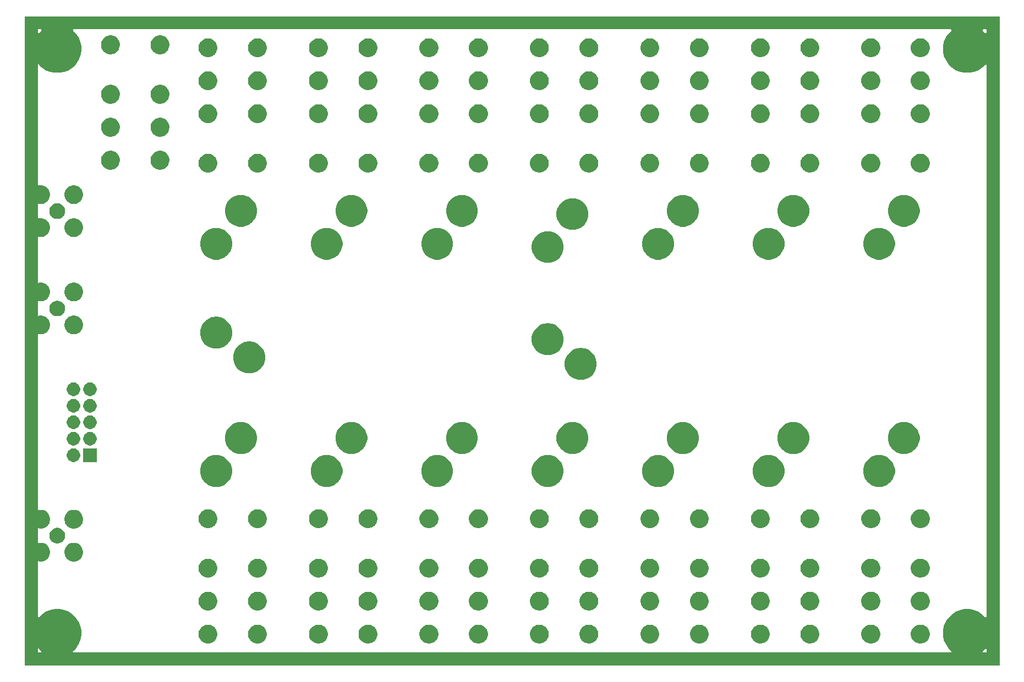
<source format=gbr>
%TF.GenerationSoftware,KiCad,Pcbnew,(5.1.5)-3*%
%TF.CreationDate,2020-05-10T11:21:29+02:00*%
%TF.ProjectId,LPF,4c50462e-6b69-4636-9164-5f7063625858,rev?*%
%TF.SameCoordinates,Original*%
%TF.FileFunction,Soldermask,Top*%
%TF.FilePolarity,Negative*%
%FSLAX46Y46*%
G04 Gerber Fmt 4.6, Leading zero omitted, Abs format (unit mm)*
G04 Created by KiCad (PCBNEW (5.1.5)-3) date 2020-05-10 11:21:29*
%MOMM*%
%LPD*%
G04 APERTURE LIST*
%ADD10C,0.100000*%
G04 APERTURE END LIST*
D10*
G36*
X208250000Y-139500000D02*
G01*
X58250000Y-139500000D01*
X58250000Y-137034365D01*
X60250000Y-137034365D01*
X60250000Y-137375001D01*
X60252402Y-137399387D01*
X60259515Y-137422836D01*
X60271066Y-137444447D01*
X60286611Y-137463389D01*
X60305553Y-137478934D01*
X60327164Y-137490485D01*
X60350613Y-137497598D01*
X60374999Y-137500000D01*
X60715635Y-137500000D01*
X60740021Y-137497598D01*
X60763470Y-137490485D01*
X60785081Y-137478934D01*
X60804023Y-137463389D01*
X60819568Y-137444447D01*
X60831119Y-137422836D01*
X60838232Y-137399387D01*
X60840634Y-137375001D01*
X60838232Y-137350615D01*
X60831119Y-137327166D01*
X60819568Y-137305555D01*
X60804028Y-137286619D01*
X60463381Y-136945972D01*
X60444445Y-136930432D01*
X60422834Y-136918881D01*
X60399385Y-136911768D01*
X60374999Y-136909366D01*
X60350613Y-136911768D01*
X60327164Y-136918881D01*
X60305553Y-136930432D01*
X60286611Y-136945977D01*
X60271066Y-136964919D01*
X60259515Y-136986530D01*
X60252402Y-137009979D01*
X60250000Y-137034365D01*
X58250000Y-137034365D01*
X58250000Y-47034365D01*
X60250000Y-47034365D01*
X60250000Y-65421107D01*
X60252402Y-65445493D01*
X60259515Y-65468942D01*
X60271066Y-65490553D01*
X60286611Y-65509495D01*
X60305553Y-65525040D01*
X60327164Y-65536591D01*
X60350613Y-65543704D01*
X60374999Y-65546106D01*
X60399385Y-65543704D01*
X60567218Y-65510320D01*
X60852782Y-65510320D01*
X61132855Y-65566030D01*
X61396679Y-65675310D01*
X61396681Y-65675311D01*
X61634117Y-65833960D01*
X61836040Y-66035883D01*
X61994689Y-66273319D01*
X61994690Y-66273321D01*
X62103970Y-66537145D01*
X62159680Y-66817218D01*
X62159680Y-67102782D01*
X62103970Y-67382855D01*
X62012305Y-67604152D01*
X61994689Y-67646681D01*
X61836040Y-67884117D01*
X61634117Y-68086040D01*
X61396681Y-68244689D01*
X61396680Y-68244690D01*
X61396679Y-68244690D01*
X61132855Y-68353970D01*
X60852782Y-68409680D01*
X60567218Y-68409680D01*
X60399385Y-68376296D01*
X60374999Y-68373894D01*
X60350613Y-68376296D01*
X60327164Y-68383409D01*
X60305553Y-68394960D01*
X60286611Y-68410505D01*
X60271066Y-68429447D01*
X60259515Y-68451058D01*
X60252402Y-68474507D01*
X60250000Y-68498893D01*
X60250000Y-70501107D01*
X60252402Y-70525493D01*
X60259515Y-70548942D01*
X60271066Y-70570553D01*
X60286611Y-70589495D01*
X60305553Y-70605040D01*
X60327164Y-70616591D01*
X60350613Y-70623704D01*
X60374999Y-70626106D01*
X60399385Y-70623704D01*
X60567218Y-70590320D01*
X60852782Y-70590320D01*
X61132855Y-70646030D01*
X61396679Y-70755310D01*
X61396681Y-70755311D01*
X61634117Y-70913960D01*
X61836040Y-71115883D01*
X61994689Y-71353319D01*
X61994690Y-71353321D01*
X62103970Y-71617145D01*
X62159680Y-71897218D01*
X62159680Y-72182782D01*
X62103970Y-72462855D01*
X62012305Y-72684152D01*
X61994689Y-72726681D01*
X61836040Y-72964117D01*
X61634117Y-73166040D01*
X61396681Y-73324689D01*
X61396680Y-73324690D01*
X61396679Y-73324690D01*
X61132855Y-73433970D01*
X60852782Y-73489680D01*
X60567218Y-73489680D01*
X60399385Y-73456296D01*
X60374999Y-73453894D01*
X60350613Y-73456296D01*
X60327164Y-73463409D01*
X60305553Y-73474960D01*
X60286611Y-73490505D01*
X60271066Y-73509447D01*
X60259515Y-73531058D01*
X60252402Y-73554507D01*
X60250000Y-73578893D01*
X60250000Y-80421107D01*
X60252402Y-80445493D01*
X60259515Y-80468942D01*
X60271066Y-80490553D01*
X60286611Y-80509495D01*
X60305553Y-80525040D01*
X60327164Y-80536591D01*
X60350613Y-80543704D01*
X60374999Y-80546106D01*
X60399385Y-80543704D01*
X60567218Y-80510320D01*
X60852782Y-80510320D01*
X61132855Y-80566030D01*
X61396679Y-80675310D01*
X61396681Y-80675311D01*
X61634117Y-80833960D01*
X61836040Y-81035883D01*
X61994689Y-81273319D01*
X61994690Y-81273321D01*
X62103970Y-81537145D01*
X62159680Y-81817218D01*
X62159680Y-82102782D01*
X62103970Y-82382855D01*
X61994690Y-82646679D01*
X61994689Y-82646681D01*
X61836040Y-82884117D01*
X61634117Y-83086040D01*
X61396681Y-83244689D01*
X61396680Y-83244690D01*
X61396679Y-83244690D01*
X61132855Y-83353970D01*
X60852782Y-83409680D01*
X60567218Y-83409680D01*
X60399385Y-83376296D01*
X60374999Y-83373894D01*
X60350613Y-83376296D01*
X60327164Y-83383409D01*
X60305553Y-83394960D01*
X60286611Y-83410505D01*
X60271066Y-83429447D01*
X60259515Y-83451058D01*
X60252402Y-83474507D01*
X60250000Y-83498893D01*
X60250000Y-85501107D01*
X60252402Y-85525493D01*
X60259515Y-85548942D01*
X60271066Y-85570553D01*
X60286611Y-85589495D01*
X60305553Y-85605040D01*
X60327164Y-85616591D01*
X60350613Y-85623704D01*
X60374999Y-85626106D01*
X60399385Y-85623704D01*
X60567218Y-85590320D01*
X60852782Y-85590320D01*
X61132855Y-85646030D01*
X61396679Y-85755310D01*
X61396681Y-85755311D01*
X61634117Y-85913960D01*
X61836040Y-86115883D01*
X61977077Y-86326961D01*
X61994690Y-86353321D01*
X62103970Y-86617145D01*
X62159680Y-86897218D01*
X62159680Y-87182782D01*
X62103970Y-87462855D01*
X62082221Y-87515361D01*
X61994689Y-87726681D01*
X61836040Y-87964117D01*
X61634117Y-88166040D01*
X61396681Y-88324689D01*
X61396680Y-88324690D01*
X61396679Y-88324690D01*
X61132855Y-88433970D01*
X60852782Y-88489680D01*
X60567218Y-88489680D01*
X60399385Y-88456296D01*
X60374999Y-88453894D01*
X60350613Y-88456296D01*
X60327164Y-88463409D01*
X60305553Y-88474960D01*
X60286611Y-88490505D01*
X60271066Y-88509447D01*
X60259515Y-88531058D01*
X60252402Y-88554507D01*
X60250000Y-88578893D01*
X60250000Y-115421107D01*
X60252402Y-115445493D01*
X60259515Y-115468942D01*
X60271066Y-115490553D01*
X60286611Y-115509495D01*
X60305553Y-115525040D01*
X60327164Y-115536591D01*
X60350613Y-115543704D01*
X60374999Y-115546106D01*
X60399385Y-115543704D01*
X60567218Y-115510320D01*
X60852782Y-115510320D01*
X61132855Y-115566030D01*
X61396679Y-115675310D01*
X61396681Y-115675311D01*
X61634117Y-115833960D01*
X61836040Y-116035883D01*
X61994689Y-116273319D01*
X61994690Y-116273321D01*
X62103970Y-116537145D01*
X62159680Y-116817218D01*
X62159680Y-117102782D01*
X62103970Y-117382855D01*
X62027764Y-117566831D01*
X61994689Y-117646681D01*
X61836040Y-117884117D01*
X61634117Y-118086040D01*
X61396681Y-118244689D01*
X61396680Y-118244690D01*
X61396679Y-118244690D01*
X61132855Y-118353970D01*
X60852782Y-118409680D01*
X60567218Y-118409680D01*
X60399385Y-118376296D01*
X60374999Y-118373894D01*
X60350613Y-118376296D01*
X60327164Y-118383409D01*
X60305553Y-118394960D01*
X60286611Y-118410505D01*
X60271066Y-118429447D01*
X60259515Y-118451058D01*
X60252402Y-118474507D01*
X60250000Y-118498893D01*
X60250000Y-120501107D01*
X60252402Y-120525493D01*
X60259515Y-120548942D01*
X60271066Y-120570553D01*
X60286611Y-120589495D01*
X60305553Y-120605040D01*
X60327164Y-120616591D01*
X60350613Y-120623704D01*
X60374999Y-120626106D01*
X60399385Y-120623704D01*
X60567218Y-120590320D01*
X60852782Y-120590320D01*
X61132855Y-120646030D01*
X61396679Y-120755310D01*
X61396681Y-120755311D01*
X61634117Y-120913960D01*
X61836040Y-121115883D01*
X61994689Y-121353319D01*
X61994690Y-121353321D01*
X62103970Y-121617145D01*
X62159680Y-121897218D01*
X62159680Y-122182782D01*
X62103970Y-122462855D01*
X61994690Y-122726679D01*
X61994689Y-122726681D01*
X61836040Y-122964117D01*
X61634117Y-123166040D01*
X61396681Y-123324689D01*
X61396680Y-123324690D01*
X61396679Y-123324690D01*
X61132855Y-123433970D01*
X60852782Y-123489680D01*
X60567218Y-123489680D01*
X60399385Y-123456296D01*
X60374999Y-123453894D01*
X60350613Y-123456296D01*
X60327164Y-123463409D01*
X60305553Y-123474960D01*
X60286611Y-123490505D01*
X60271066Y-123509447D01*
X60259515Y-123531058D01*
X60252402Y-123554507D01*
X60250000Y-123578893D01*
X60250000Y-131965635D01*
X60252402Y-131990021D01*
X60259515Y-132013470D01*
X60271066Y-132035081D01*
X60286611Y-132054023D01*
X60305553Y-132069568D01*
X60327164Y-132081119D01*
X60350613Y-132088232D01*
X60374999Y-132090634D01*
X60399385Y-132088232D01*
X60422834Y-132081119D01*
X60444445Y-132069568D01*
X60463381Y-132054028D01*
X60891387Y-131626022D01*
X61497393Y-131221102D01*
X61497394Y-131221101D01*
X62170751Y-130942188D01*
X62885580Y-130800000D01*
X63614420Y-130800000D01*
X64329249Y-130942188D01*
X65002606Y-131221101D01*
X65002607Y-131221102D01*
X65608613Y-131626022D01*
X66123978Y-132141387D01*
X66394537Y-132546308D01*
X66528899Y-132747394D01*
X66807812Y-133420751D01*
X66950000Y-134135580D01*
X66950000Y-134864420D01*
X66807812Y-135579249D01*
X66528899Y-136252606D01*
X66528898Y-136252607D01*
X66123978Y-136858613D01*
X65695972Y-137286619D01*
X65680432Y-137305555D01*
X65668881Y-137327166D01*
X65661768Y-137350615D01*
X65659366Y-137375001D01*
X65661768Y-137399387D01*
X65668881Y-137422836D01*
X65680432Y-137444447D01*
X65695977Y-137463389D01*
X65714919Y-137478934D01*
X65736530Y-137490485D01*
X65759979Y-137497598D01*
X65784365Y-137500000D01*
X200715635Y-137500000D01*
X200740021Y-137497598D01*
X200763470Y-137490485D01*
X200785081Y-137478934D01*
X200804023Y-137463389D01*
X200819568Y-137444447D01*
X200831119Y-137422836D01*
X200838232Y-137399387D01*
X200840634Y-137375001D01*
X205659366Y-137375001D01*
X205661768Y-137399387D01*
X205668881Y-137422836D01*
X205680432Y-137444447D01*
X205695977Y-137463389D01*
X205714919Y-137478934D01*
X205736530Y-137490485D01*
X205759979Y-137497598D01*
X205784365Y-137500000D01*
X206125001Y-137500000D01*
X206149387Y-137497598D01*
X206172836Y-137490485D01*
X206194447Y-137478934D01*
X206213389Y-137463389D01*
X206228934Y-137444447D01*
X206240485Y-137422836D01*
X206247598Y-137399387D01*
X206250000Y-137375001D01*
X206250000Y-137034365D01*
X206247598Y-137009979D01*
X206240485Y-136986530D01*
X206228934Y-136964919D01*
X206213389Y-136945977D01*
X206194447Y-136930432D01*
X206172836Y-136918881D01*
X206149387Y-136911768D01*
X206125001Y-136909366D01*
X206100615Y-136911768D01*
X206077166Y-136918881D01*
X206055555Y-136930432D01*
X206036619Y-136945972D01*
X205695972Y-137286619D01*
X205680432Y-137305555D01*
X205668881Y-137327166D01*
X205661768Y-137350615D01*
X205659366Y-137375001D01*
X200840634Y-137375001D01*
X200838232Y-137350615D01*
X200831119Y-137327166D01*
X200819568Y-137305555D01*
X200804028Y-137286619D01*
X200376022Y-136858613D01*
X199971102Y-136252607D01*
X199971101Y-136252606D01*
X199692188Y-135579249D01*
X199550000Y-134864420D01*
X199550000Y-134135580D01*
X199692188Y-133420751D01*
X199971101Y-132747394D01*
X200105463Y-132546308D01*
X200376022Y-132141387D01*
X200891387Y-131626022D01*
X201497393Y-131221102D01*
X201497394Y-131221101D01*
X202170751Y-130942188D01*
X202885580Y-130800000D01*
X203614420Y-130800000D01*
X204329249Y-130942188D01*
X205002606Y-131221101D01*
X205002607Y-131221102D01*
X205608613Y-131626022D01*
X206036619Y-132054028D01*
X206055555Y-132069568D01*
X206077166Y-132081119D01*
X206100615Y-132088232D01*
X206125001Y-132090634D01*
X206149387Y-132088232D01*
X206172836Y-132081119D01*
X206194447Y-132069568D01*
X206213389Y-132054023D01*
X206228934Y-132035081D01*
X206240485Y-132013470D01*
X206247598Y-131990021D01*
X206250000Y-131965635D01*
X206250000Y-47034365D01*
X206247598Y-47009979D01*
X206240485Y-46986530D01*
X206228934Y-46964919D01*
X206213389Y-46945977D01*
X206194447Y-46930432D01*
X206172836Y-46918881D01*
X206149387Y-46911768D01*
X206125001Y-46909366D01*
X206100615Y-46911768D01*
X206077166Y-46918881D01*
X206055555Y-46930432D01*
X206036619Y-46945972D01*
X205608613Y-47373978D01*
X205203692Y-47644537D01*
X205002606Y-47778899D01*
X204329249Y-48057812D01*
X203614420Y-48200000D01*
X202885580Y-48200000D01*
X202170751Y-48057812D01*
X201497394Y-47778899D01*
X201296308Y-47644537D01*
X200891387Y-47373978D01*
X200376022Y-46858613D01*
X199971102Y-46252607D01*
X199971101Y-46252606D01*
X199692188Y-45579249D01*
X199550000Y-44864420D01*
X199550000Y-44135580D01*
X199692188Y-43420751D01*
X199971101Y-42747394D01*
X200183177Y-42430000D01*
X200376022Y-42141387D01*
X200804028Y-41713381D01*
X200819568Y-41694445D01*
X200831119Y-41672834D01*
X200838232Y-41649385D01*
X200840634Y-41624999D01*
X205659366Y-41624999D01*
X205661768Y-41649385D01*
X205668881Y-41672834D01*
X205680432Y-41694445D01*
X205695972Y-41713381D01*
X206036619Y-42054028D01*
X206055555Y-42069568D01*
X206077166Y-42081119D01*
X206100615Y-42088232D01*
X206125001Y-42090634D01*
X206149387Y-42088232D01*
X206172836Y-42081119D01*
X206194447Y-42069568D01*
X206213389Y-42054023D01*
X206228934Y-42035081D01*
X206240485Y-42013470D01*
X206247598Y-41990021D01*
X206250000Y-41965635D01*
X206250000Y-41624999D01*
X206247598Y-41600613D01*
X206240485Y-41577164D01*
X206228934Y-41555553D01*
X206213389Y-41536611D01*
X206194447Y-41521066D01*
X206172836Y-41509515D01*
X206149387Y-41502402D01*
X206125001Y-41500000D01*
X205784365Y-41500000D01*
X205759979Y-41502402D01*
X205736530Y-41509515D01*
X205714919Y-41521066D01*
X205695977Y-41536611D01*
X205680432Y-41555553D01*
X205668881Y-41577164D01*
X205661768Y-41600613D01*
X205659366Y-41624999D01*
X200840634Y-41624999D01*
X200838232Y-41600613D01*
X200831119Y-41577164D01*
X200819568Y-41555553D01*
X200804023Y-41536611D01*
X200785081Y-41521066D01*
X200763470Y-41509515D01*
X200740021Y-41502402D01*
X200715635Y-41500000D01*
X65784365Y-41500000D01*
X65759979Y-41502402D01*
X65736530Y-41509515D01*
X65714919Y-41521066D01*
X65695977Y-41536611D01*
X65680432Y-41555553D01*
X65668881Y-41577164D01*
X65661768Y-41600613D01*
X65659366Y-41624999D01*
X65661768Y-41649385D01*
X65668881Y-41672834D01*
X65680432Y-41694445D01*
X65695972Y-41713381D01*
X66123978Y-42141387D01*
X66316823Y-42430000D01*
X66528899Y-42747394D01*
X66807812Y-43420751D01*
X66950000Y-44135580D01*
X66950000Y-44864420D01*
X66807812Y-45579249D01*
X66528899Y-46252606D01*
X66528898Y-46252607D01*
X66123978Y-46858613D01*
X65608613Y-47373978D01*
X65203692Y-47644537D01*
X65002606Y-47778899D01*
X64329249Y-48057812D01*
X63614420Y-48200000D01*
X62885580Y-48200000D01*
X62170751Y-48057812D01*
X61497394Y-47778899D01*
X61296308Y-47644537D01*
X60891387Y-47373978D01*
X60463381Y-46945972D01*
X60444445Y-46930432D01*
X60422834Y-46918881D01*
X60399385Y-46911768D01*
X60374999Y-46909366D01*
X60350613Y-46911768D01*
X60327164Y-46918881D01*
X60305553Y-46930432D01*
X60286611Y-46945977D01*
X60271066Y-46964919D01*
X60259515Y-46986530D01*
X60252402Y-47009979D01*
X60250000Y-47034365D01*
X58250000Y-47034365D01*
X58250000Y-41624999D01*
X60250000Y-41624999D01*
X60250000Y-41965635D01*
X60252402Y-41990021D01*
X60259515Y-42013470D01*
X60271066Y-42035081D01*
X60286611Y-42054023D01*
X60305553Y-42069568D01*
X60327164Y-42081119D01*
X60350613Y-42088232D01*
X60374999Y-42090634D01*
X60399385Y-42088232D01*
X60422834Y-42081119D01*
X60444445Y-42069568D01*
X60463381Y-42054028D01*
X60804028Y-41713381D01*
X60819568Y-41694445D01*
X60831119Y-41672834D01*
X60838232Y-41649385D01*
X60840634Y-41624999D01*
X60838232Y-41600613D01*
X60831119Y-41577164D01*
X60819568Y-41555553D01*
X60804023Y-41536611D01*
X60785081Y-41521066D01*
X60763470Y-41509515D01*
X60740021Y-41502402D01*
X60715635Y-41500000D01*
X60374999Y-41500000D01*
X60350613Y-41502402D01*
X60327164Y-41509515D01*
X60305553Y-41521066D01*
X60286611Y-41536611D01*
X60271066Y-41555553D01*
X60259515Y-41577164D01*
X60252402Y-41600613D01*
X60250000Y-41624999D01*
X58250000Y-41624999D01*
X58250000Y-39500000D01*
X208250000Y-39500000D01*
X208250000Y-139500000D01*
G37*
G36*
X196482948Y-133265722D02*
G01*
X196746831Y-133375026D01*
X196746833Y-133375027D01*
X196984321Y-133533711D01*
X197186289Y-133735679D01*
X197344973Y-133973167D01*
X197344974Y-133973169D01*
X197454278Y-134237052D01*
X197510000Y-134517186D01*
X197510000Y-134802814D01*
X197454278Y-135082948D01*
X197344974Y-135346831D01*
X197344973Y-135346833D01*
X197186289Y-135584321D01*
X196984321Y-135786289D01*
X196746833Y-135944973D01*
X196746832Y-135944974D01*
X196746831Y-135944974D01*
X196482948Y-136054278D01*
X196202814Y-136110000D01*
X195917186Y-136110000D01*
X195637052Y-136054278D01*
X195373169Y-135944974D01*
X195373168Y-135944974D01*
X195373167Y-135944973D01*
X195135679Y-135786289D01*
X194933711Y-135584321D01*
X194775027Y-135346833D01*
X194775026Y-135346831D01*
X194665722Y-135082948D01*
X194610000Y-134802814D01*
X194610000Y-134517186D01*
X194665722Y-134237052D01*
X194775026Y-133973169D01*
X194775027Y-133973167D01*
X194933711Y-133735679D01*
X195135679Y-133533711D01*
X195373167Y-133375027D01*
X195373169Y-133375026D01*
X195637052Y-133265722D01*
X195917186Y-133210000D01*
X196202814Y-133210000D01*
X196482948Y-133265722D01*
G37*
G36*
X188862948Y-133265722D02*
G01*
X189126831Y-133375026D01*
X189126833Y-133375027D01*
X189364321Y-133533711D01*
X189566289Y-133735679D01*
X189724973Y-133973167D01*
X189724974Y-133973169D01*
X189834278Y-134237052D01*
X189890000Y-134517186D01*
X189890000Y-134802814D01*
X189834278Y-135082948D01*
X189724974Y-135346831D01*
X189724973Y-135346833D01*
X189566289Y-135584321D01*
X189364321Y-135786289D01*
X189126833Y-135944973D01*
X189126832Y-135944974D01*
X189126831Y-135944974D01*
X188862948Y-136054278D01*
X188582814Y-136110000D01*
X188297186Y-136110000D01*
X188017052Y-136054278D01*
X187753169Y-135944974D01*
X187753168Y-135944974D01*
X187753167Y-135944973D01*
X187515679Y-135786289D01*
X187313711Y-135584321D01*
X187155027Y-135346833D01*
X187155026Y-135346831D01*
X187045722Y-135082948D01*
X186990000Y-134802814D01*
X186990000Y-134517186D01*
X187045722Y-134237052D01*
X187155026Y-133973169D01*
X187155027Y-133973167D01*
X187313711Y-133735679D01*
X187515679Y-133533711D01*
X187753167Y-133375027D01*
X187753169Y-133375026D01*
X188017052Y-133265722D01*
X188297186Y-133210000D01*
X188582814Y-133210000D01*
X188862948Y-133265722D01*
G37*
G36*
X179482948Y-133265722D02*
G01*
X179746831Y-133375026D01*
X179746833Y-133375027D01*
X179984321Y-133533711D01*
X180186289Y-133735679D01*
X180344973Y-133973167D01*
X180344974Y-133973169D01*
X180454278Y-134237052D01*
X180510000Y-134517186D01*
X180510000Y-134802814D01*
X180454278Y-135082948D01*
X180344974Y-135346831D01*
X180344973Y-135346833D01*
X180186289Y-135584321D01*
X179984321Y-135786289D01*
X179746833Y-135944973D01*
X179746832Y-135944974D01*
X179746831Y-135944974D01*
X179482948Y-136054278D01*
X179202814Y-136110000D01*
X178917186Y-136110000D01*
X178637052Y-136054278D01*
X178373169Y-135944974D01*
X178373168Y-135944974D01*
X178373167Y-135944973D01*
X178135679Y-135786289D01*
X177933711Y-135584321D01*
X177775027Y-135346833D01*
X177775026Y-135346831D01*
X177665722Y-135082948D01*
X177610000Y-134802814D01*
X177610000Y-134517186D01*
X177665722Y-134237052D01*
X177775026Y-133973169D01*
X177775027Y-133973167D01*
X177933711Y-133735679D01*
X178135679Y-133533711D01*
X178373167Y-133375027D01*
X178373169Y-133375026D01*
X178637052Y-133265722D01*
X178917186Y-133210000D01*
X179202814Y-133210000D01*
X179482948Y-133265722D01*
G37*
G36*
X120862948Y-133265722D02*
G01*
X121126831Y-133375026D01*
X121126833Y-133375027D01*
X121364321Y-133533711D01*
X121566289Y-133735679D01*
X121724973Y-133973167D01*
X121724974Y-133973169D01*
X121834278Y-134237052D01*
X121890000Y-134517186D01*
X121890000Y-134802814D01*
X121834278Y-135082948D01*
X121724974Y-135346831D01*
X121724973Y-135346833D01*
X121566289Y-135584321D01*
X121364321Y-135786289D01*
X121126833Y-135944973D01*
X121126832Y-135944974D01*
X121126831Y-135944974D01*
X120862948Y-136054278D01*
X120582814Y-136110000D01*
X120297186Y-136110000D01*
X120017052Y-136054278D01*
X119753169Y-135944974D01*
X119753168Y-135944974D01*
X119753167Y-135944973D01*
X119515679Y-135786289D01*
X119313711Y-135584321D01*
X119155027Y-135346833D01*
X119155026Y-135346831D01*
X119045722Y-135082948D01*
X118990000Y-134802814D01*
X118990000Y-134517186D01*
X119045722Y-134237052D01*
X119155026Y-133973169D01*
X119155027Y-133973167D01*
X119313711Y-133735679D01*
X119515679Y-133533711D01*
X119753167Y-133375027D01*
X119753169Y-133375026D01*
X120017052Y-133265722D01*
X120297186Y-133210000D01*
X120582814Y-133210000D01*
X120862948Y-133265722D01*
G37*
G36*
X171862948Y-133265722D02*
G01*
X172126831Y-133375026D01*
X172126833Y-133375027D01*
X172364321Y-133533711D01*
X172566289Y-133735679D01*
X172724973Y-133973167D01*
X172724974Y-133973169D01*
X172834278Y-134237052D01*
X172890000Y-134517186D01*
X172890000Y-134802814D01*
X172834278Y-135082948D01*
X172724974Y-135346831D01*
X172724973Y-135346833D01*
X172566289Y-135584321D01*
X172364321Y-135786289D01*
X172126833Y-135944973D01*
X172126832Y-135944974D01*
X172126831Y-135944974D01*
X171862948Y-136054278D01*
X171582814Y-136110000D01*
X171297186Y-136110000D01*
X171017052Y-136054278D01*
X170753169Y-135944974D01*
X170753168Y-135944974D01*
X170753167Y-135944973D01*
X170515679Y-135786289D01*
X170313711Y-135584321D01*
X170155027Y-135346833D01*
X170155026Y-135346831D01*
X170045722Y-135082948D01*
X169990000Y-134802814D01*
X169990000Y-134517186D01*
X170045722Y-134237052D01*
X170155026Y-133973169D01*
X170155027Y-133973167D01*
X170313711Y-133735679D01*
X170515679Y-133533711D01*
X170753167Y-133375027D01*
X170753169Y-133375026D01*
X171017052Y-133265722D01*
X171297186Y-133210000D01*
X171582814Y-133210000D01*
X171862948Y-133265722D01*
G37*
G36*
X162482948Y-133265722D02*
G01*
X162746831Y-133375026D01*
X162746833Y-133375027D01*
X162984321Y-133533711D01*
X163186289Y-133735679D01*
X163344973Y-133973167D01*
X163344974Y-133973169D01*
X163454278Y-134237052D01*
X163510000Y-134517186D01*
X163510000Y-134802814D01*
X163454278Y-135082948D01*
X163344974Y-135346831D01*
X163344973Y-135346833D01*
X163186289Y-135584321D01*
X162984321Y-135786289D01*
X162746833Y-135944973D01*
X162746832Y-135944974D01*
X162746831Y-135944974D01*
X162482948Y-136054278D01*
X162202814Y-136110000D01*
X161917186Y-136110000D01*
X161637052Y-136054278D01*
X161373169Y-135944974D01*
X161373168Y-135944974D01*
X161373167Y-135944973D01*
X161135679Y-135786289D01*
X160933711Y-135584321D01*
X160775027Y-135346833D01*
X160775026Y-135346831D01*
X160665722Y-135082948D01*
X160610000Y-134802814D01*
X160610000Y-134517186D01*
X160665722Y-134237052D01*
X160775026Y-133973169D01*
X160775027Y-133973167D01*
X160933711Y-133735679D01*
X161135679Y-133533711D01*
X161373167Y-133375027D01*
X161373169Y-133375026D01*
X161637052Y-133265722D01*
X161917186Y-133210000D01*
X162202814Y-133210000D01*
X162482948Y-133265722D01*
G37*
G36*
X154862948Y-133265722D02*
G01*
X155126831Y-133375026D01*
X155126833Y-133375027D01*
X155364321Y-133533711D01*
X155566289Y-133735679D01*
X155724973Y-133973167D01*
X155724974Y-133973169D01*
X155834278Y-134237052D01*
X155890000Y-134517186D01*
X155890000Y-134802814D01*
X155834278Y-135082948D01*
X155724974Y-135346831D01*
X155724973Y-135346833D01*
X155566289Y-135584321D01*
X155364321Y-135786289D01*
X155126833Y-135944973D01*
X155126832Y-135944974D01*
X155126831Y-135944974D01*
X154862948Y-136054278D01*
X154582814Y-136110000D01*
X154297186Y-136110000D01*
X154017052Y-136054278D01*
X153753169Y-135944974D01*
X153753168Y-135944974D01*
X153753167Y-135944973D01*
X153515679Y-135786289D01*
X153313711Y-135584321D01*
X153155027Y-135346833D01*
X153155026Y-135346831D01*
X153045722Y-135082948D01*
X152990000Y-134802814D01*
X152990000Y-134517186D01*
X153045722Y-134237052D01*
X153155026Y-133973169D01*
X153155027Y-133973167D01*
X153313711Y-133735679D01*
X153515679Y-133533711D01*
X153753167Y-133375027D01*
X153753169Y-133375026D01*
X154017052Y-133265722D01*
X154297186Y-133210000D01*
X154582814Y-133210000D01*
X154862948Y-133265722D01*
G37*
G36*
X145482948Y-133265722D02*
G01*
X145746831Y-133375026D01*
X145746833Y-133375027D01*
X145984321Y-133533711D01*
X146186289Y-133735679D01*
X146344973Y-133973167D01*
X146344974Y-133973169D01*
X146454278Y-134237052D01*
X146510000Y-134517186D01*
X146510000Y-134802814D01*
X146454278Y-135082948D01*
X146344974Y-135346831D01*
X146344973Y-135346833D01*
X146186289Y-135584321D01*
X145984321Y-135786289D01*
X145746833Y-135944973D01*
X145746832Y-135944974D01*
X145746831Y-135944974D01*
X145482948Y-136054278D01*
X145202814Y-136110000D01*
X144917186Y-136110000D01*
X144637052Y-136054278D01*
X144373169Y-135944974D01*
X144373168Y-135944974D01*
X144373167Y-135944973D01*
X144135679Y-135786289D01*
X143933711Y-135584321D01*
X143775027Y-135346833D01*
X143775026Y-135346831D01*
X143665722Y-135082948D01*
X143610000Y-134802814D01*
X143610000Y-134517186D01*
X143665722Y-134237052D01*
X143775026Y-133973169D01*
X143775027Y-133973167D01*
X143933711Y-133735679D01*
X144135679Y-133533711D01*
X144373167Y-133375027D01*
X144373169Y-133375026D01*
X144637052Y-133265722D01*
X144917186Y-133210000D01*
X145202814Y-133210000D01*
X145482948Y-133265722D01*
G37*
G36*
X137862948Y-133265722D02*
G01*
X138126831Y-133375026D01*
X138126833Y-133375027D01*
X138364321Y-133533711D01*
X138566289Y-133735679D01*
X138724973Y-133973167D01*
X138724974Y-133973169D01*
X138834278Y-134237052D01*
X138890000Y-134517186D01*
X138890000Y-134802814D01*
X138834278Y-135082948D01*
X138724974Y-135346831D01*
X138724973Y-135346833D01*
X138566289Y-135584321D01*
X138364321Y-135786289D01*
X138126833Y-135944973D01*
X138126832Y-135944974D01*
X138126831Y-135944974D01*
X137862948Y-136054278D01*
X137582814Y-136110000D01*
X137297186Y-136110000D01*
X137017052Y-136054278D01*
X136753169Y-135944974D01*
X136753168Y-135944974D01*
X136753167Y-135944973D01*
X136515679Y-135786289D01*
X136313711Y-135584321D01*
X136155027Y-135346833D01*
X136155026Y-135346831D01*
X136045722Y-135082948D01*
X135990000Y-134802814D01*
X135990000Y-134517186D01*
X136045722Y-134237052D01*
X136155026Y-133973169D01*
X136155027Y-133973167D01*
X136313711Y-133735679D01*
X136515679Y-133533711D01*
X136753167Y-133375027D01*
X136753169Y-133375026D01*
X137017052Y-133265722D01*
X137297186Y-133210000D01*
X137582814Y-133210000D01*
X137862948Y-133265722D01*
G37*
G36*
X128482948Y-133265722D02*
G01*
X128746831Y-133375026D01*
X128746833Y-133375027D01*
X128984321Y-133533711D01*
X129186289Y-133735679D01*
X129344973Y-133973167D01*
X129344974Y-133973169D01*
X129454278Y-134237052D01*
X129510000Y-134517186D01*
X129510000Y-134802814D01*
X129454278Y-135082948D01*
X129344974Y-135346831D01*
X129344973Y-135346833D01*
X129186289Y-135584321D01*
X128984321Y-135786289D01*
X128746833Y-135944973D01*
X128746832Y-135944974D01*
X128746831Y-135944974D01*
X128482948Y-136054278D01*
X128202814Y-136110000D01*
X127917186Y-136110000D01*
X127637052Y-136054278D01*
X127373169Y-135944974D01*
X127373168Y-135944974D01*
X127373167Y-135944973D01*
X127135679Y-135786289D01*
X126933711Y-135584321D01*
X126775027Y-135346833D01*
X126775026Y-135346831D01*
X126665722Y-135082948D01*
X126610000Y-134802814D01*
X126610000Y-134517186D01*
X126665722Y-134237052D01*
X126775026Y-133973169D01*
X126775027Y-133973167D01*
X126933711Y-133735679D01*
X127135679Y-133533711D01*
X127373167Y-133375027D01*
X127373169Y-133375026D01*
X127637052Y-133265722D01*
X127917186Y-133210000D01*
X128202814Y-133210000D01*
X128482948Y-133265722D01*
G37*
G36*
X111482948Y-133265722D02*
G01*
X111746831Y-133375026D01*
X111746833Y-133375027D01*
X111984321Y-133533711D01*
X112186289Y-133735679D01*
X112344973Y-133973167D01*
X112344974Y-133973169D01*
X112454278Y-134237052D01*
X112510000Y-134517186D01*
X112510000Y-134802814D01*
X112454278Y-135082948D01*
X112344974Y-135346831D01*
X112344973Y-135346833D01*
X112186289Y-135584321D01*
X111984321Y-135786289D01*
X111746833Y-135944973D01*
X111746832Y-135944974D01*
X111746831Y-135944974D01*
X111482948Y-136054278D01*
X111202814Y-136110000D01*
X110917186Y-136110000D01*
X110637052Y-136054278D01*
X110373169Y-135944974D01*
X110373168Y-135944974D01*
X110373167Y-135944973D01*
X110135679Y-135786289D01*
X109933711Y-135584321D01*
X109775027Y-135346833D01*
X109775026Y-135346831D01*
X109665722Y-135082948D01*
X109610000Y-134802814D01*
X109610000Y-134517186D01*
X109665722Y-134237052D01*
X109775026Y-133973169D01*
X109775027Y-133973167D01*
X109933711Y-133735679D01*
X110135679Y-133533711D01*
X110373167Y-133375027D01*
X110373169Y-133375026D01*
X110637052Y-133265722D01*
X110917186Y-133210000D01*
X111202814Y-133210000D01*
X111482948Y-133265722D01*
G37*
G36*
X103862948Y-133265722D02*
G01*
X104126831Y-133375026D01*
X104126833Y-133375027D01*
X104364321Y-133533711D01*
X104566289Y-133735679D01*
X104724973Y-133973167D01*
X104724974Y-133973169D01*
X104834278Y-134237052D01*
X104890000Y-134517186D01*
X104890000Y-134802814D01*
X104834278Y-135082948D01*
X104724974Y-135346831D01*
X104724973Y-135346833D01*
X104566289Y-135584321D01*
X104364321Y-135786289D01*
X104126833Y-135944973D01*
X104126832Y-135944974D01*
X104126831Y-135944974D01*
X103862948Y-136054278D01*
X103582814Y-136110000D01*
X103297186Y-136110000D01*
X103017052Y-136054278D01*
X102753169Y-135944974D01*
X102753168Y-135944974D01*
X102753167Y-135944973D01*
X102515679Y-135786289D01*
X102313711Y-135584321D01*
X102155027Y-135346833D01*
X102155026Y-135346831D01*
X102045722Y-135082948D01*
X101990000Y-134802814D01*
X101990000Y-134517186D01*
X102045722Y-134237052D01*
X102155026Y-133973169D01*
X102155027Y-133973167D01*
X102313711Y-133735679D01*
X102515679Y-133533711D01*
X102753167Y-133375027D01*
X102753169Y-133375026D01*
X103017052Y-133265722D01*
X103297186Y-133210000D01*
X103582814Y-133210000D01*
X103862948Y-133265722D01*
G37*
G36*
X94482948Y-133265722D02*
G01*
X94746831Y-133375026D01*
X94746833Y-133375027D01*
X94984321Y-133533711D01*
X95186289Y-133735679D01*
X95344973Y-133973167D01*
X95344974Y-133973169D01*
X95454278Y-134237052D01*
X95510000Y-134517186D01*
X95510000Y-134802814D01*
X95454278Y-135082948D01*
X95344974Y-135346831D01*
X95344973Y-135346833D01*
X95186289Y-135584321D01*
X94984321Y-135786289D01*
X94746833Y-135944973D01*
X94746832Y-135944974D01*
X94746831Y-135944974D01*
X94482948Y-136054278D01*
X94202814Y-136110000D01*
X93917186Y-136110000D01*
X93637052Y-136054278D01*
X93373169Y-135944974D01*
X93373168Y-135944974D01*
X93373167Y-135944973D01*
X93135679Y-135786289D01*
X92933711Y-135584321D01*
X92775027Y-135346833D01*
X92775026Y-135346831D01*
X92665722Y-135082948D01*
X92610000Y-134802814D01*
X92610000Y-134517186D01*
X92665722Y-134237052D01*
X92775026Y-133973169D01*
X92775027Y-133973167D01*
X92933711Y-133735679D01*
X93135679Y-133533711D01*
X93373167Y-133375027D01*
X93373169Y-133375026D01*
X93637052Y-133265722D01*
X93917186Y-133210000D01*
X94202814Y-133210000D01*
X94482948Y-133265722D01*
G37*
G36*
X86862948Y-133265722D02*
G01*
X87126831Y-133375026D01*
X87126833Y-133375027D01*
X87364321Y-133533711D01*
X87566289Y-133735679D01*
X87724973Y-133973167D01*
X87724974Y-133973169D01*
X87834278Y-134237052D01*
X87890000Y-134517186D01*
X87890000Y-134802814D01*
X87834278Y-135082948D01*
X87724974Y-135346831D01*
X87724973Y-135346833D01*
X87566289Y-135584321D01*
X87364321Y-135786289D01*
X87126833Y-135944973D01*
X87126832Y-135944974D01*
X87126831Y-135944974D01*
X86862948Y-136054278D01*
X86582814Y-136110000D01*
X86297186Y-136110000D01*
X86017052Y-136054278D01*
X85753169Y-135944974D01*
X85753168Y-135944974D01*
X85753167Y-135944973D01*
X85515679Y-135786289D01*
X85313711Y-135584321D01*
X85155027Y-135346833D01*
X85155026Y-135346831D01*
X85045722Y-135082948D01*
X84990000Y-134802814D01*
X84990000Y-134517186D01*
X85045722Y-134237052D01*
X85155026Y-133973169D01*
X85155027Y-133973167D01*
X85313711Y-133735679D01*
X85515679Y-133533711D01*
X85753167Y-133375027D01*
X85753169Y-133375026D01*
X86017052Y-133265722D01*
X86297186Y-133210000D01*
X86582814Y-133210000D01*
X86862948Y-133265722D01*
G37*
G36*
X86862948Y-128185722D02*
G01*
X87126831Y-128295026D01*
X87126833Y-128295027D01*
X87364321Y-128453711D01*
X87566289Y-128655679D01*
X87724973Y-128893167D01*
X87724974Y-128893169D01*
X87834278Y-129157052D01*
X87890000Y-129437186D01*
X87890000Y-129722814D01*
X87834278Y-130002948D01*
X87724974Y-130266831D01*
X87724973Y-130266833D01*
X87566289Y-130504321D01*
X87364321Y-130706289D01*
X87126833Y-130864973D01*
X87126832Y-130864974D01*
X87126831Y-130864974D01*
X86862948Y-130974278D01*
X86582814Y-131030000D01*
X86297186Y-131030000D01*
X86017052Y-130974278D01*
X85753169Y-130864974D01*
X85753168Y-130864974D01*
X85753167Y-130864973D01*
X85515679Y-130706289D01*
X85313711Y-130504321D01*
X85155027Y-130266833D01*
X85155026Y-130266831D01*
X85045722Y-130002948D01*
X84990000Y-129722814D01*
X84990000Y-129437186D01*
X85045722Y-129157052D01*
X85155026Y-128893169D01*
X85155027Y-128893167D01*
X85313711Y-128655679D01*
X85515679Y-128453711D01*
X85753167Y-128295027D01*
X85753169Y-128295026D01*
X86017052Y-128185722D01*
X86297186Y-128130000D01*
X86582814Y-128130000D01*
X86862948Y-128185722D01*
G37*
G36*
X94482948Y-128185722D02*
G01*
X94746831Y-128295026D01*
X94746833Y-128295027D01*
X94984321Y-128453711D01*
X95186289Y-128655679D01*
X95344973Y-128893167D01*
X95344974Y-128893169D01*
X95454278Y-129157052D01*
X95510000Y-129437186D01*
X95510000Y-129722814D01*
X95454278Y-130002948D01*
X95344974Y-130266831D01*
X95344973Y-130266833D01*
X95186289Y-130504321D01*
X94984321Y-130706289D01*
X94746833Y-130864973D01*
X94746832Y-130864974D01*
X94746831Y-130864974D01*
X94482948Y-130974278D01*
X94202814Y-131030000D01*
X93917186Y-131030000D01*
X93637052Y-130974278D01*
X93373169Y-130864974D01*
X93373168Y-130864974D01*
X93373167Y-130864973D01*
X93135679Y-130706289D01*
X92933711Y-130504321D01*
X92775027Y-130266833D01*
X92775026Y-130266831D01*
X92665722Y-130002948D01*
X92610000Y-129722814D01*
X92610000Y-129437186D01*
X92665722Y-129157052D01*
X92775026Y-128893169D01*
X92775027Y-128893167D01*
X92933711Y-128655679D01*
X93135679Y-128453711D01*
X93373167Y-128295027D01*
X93373169Y-128295026D01*
X93637052Y-128185722D01*
X93917186Y-128130000D01*
X94202814Y-128130000D01*
X94482948Y-128185722D01*
G37*
G36*
X137862948Y-128185722D02*
G01*
X138126831Y-128295026D01*
X138126833Y-128295027D01*
X138364321Y-128453711D01*
X138566289Y-128655679D01*
X138724973Y-128893167D01*
X138724974Y-128893169D01*
X138834278Y-129157052D01*
X138890000Y-129437186D01*
X138890000Y-129722814D01*
X138834278Y-130002948D01*
X138724974Y-130266831D01*
X138724973Y-130266833D01*
X138566289Y-130504321D01*
X138364321Y-130706289D01*
X138126833Y-130864973D01*
X138126832Y-130864974D01*
X138126831Y-130864974D01*
X137862948Y-130974278D01*
X137582814Y-131030000D01*
X137297186Y-131030000D01*
X137017052Y-130974278D01*
X136753169Y-130864974D01*
X136753168Y-130864974D01*
X136753167Y-130864973D01*
X136515679Y-130706289D01*
X136313711Y-130504321D01*
X136155027Y-130266833D01*
X136155026Y-130266831D01*
X136045722Y-130002948D01*
X135990000Y-129722814D01*
X135990000Y-129437186D01*
X136045722Y-129157052D01*
X136155026Y-128893169D01*
X136155027Y-128893167D01*
X136313711Y-128655679D01*
X136515679Y-128453711D01*
X136753167Y-128295027D01*
X136753169Y-128295026D01*
X137017052Y-128185722D01*
X137297186Y-128130000D01*
X137582814Y-128130000D01*
X137862948Y-128185722D01*
G37*
G36*
X103862948Y-128185722D02*
G01*
X104126831Y-128295026D01*
X104126833Y-128295027D01*
X104364321Y-128453711D01*
X104566289Y-128655679D01*
X104724973Y-128893167D01*
X104724974Y-128893169D01*
X104834278Y-129157052D01*
X104890000Y-129437186D01*
X104890000Y-129722814D01*
X104834278Y-130002948D01*
X104724974Y-130266831D01*
X104724973Y-130266833D01*
X104566289Y-130504321D01*
X104364321Y-130706289D01*
X104126833Y-130864973D01*
X104126832Y-130864974D01*
X104126831Y-130864974D01*
X103862948Y-130974278D01*
X103582814Y-131030000D01*
X103297186Y-131030000D01*
X103017052Y-130974278D01*
X102753169Y-130864974D01*
X102753168Y-130864974D01*
X102753167Y-130864973D01*
X102515679Y-130706289D01*
X102313711Y-130504321D01*
X102155027Y-130266833D01*
X102155026Y-130266831D01*
X102045722Y-130002948D01*
X101990000Y-129722814D01*
X101990000Y-129437186D01*
X102045722Y-129157052D01*
X102155026Y-128893169D01*
X102155027Y-128893167D01*
X102313711Y-128655679D01*
X102515679Y-128453711D01*
X102753167Y-128295027D01*
X102753169Y-128295026D01*
X103017052Y-128185722D01*
X103297186Y-128130000D01*
X103582814Y-128130000D01*
X103862948Y-128185722D01*
G37*
G36*
X111482948Y-128185722D02*
G01*
X111746831Y-128295026D01*
X111746833Y-128295027D01*
X111984321Y-128453711D01*
X112186289Y-128655679D01*
X112344973Y-128893167D01*
X112344974Y-128893169D01*
X112454278Y-129157052D01*
X112510000Y-129437186D01*
X112510000Y-129722814D01*
X112454278Y-130002948D01*
X112344974Y-130266831D01*
X112344973Y-130266833D01*
X112186289Y-130504321D01*
X111984321Y-130706289D01*
X111746833Y-130864973D01*
X111746832Y-130864974D01*
X111746831Y-130864974D01*
X111482948Y-130974278D01*
X111202814Y-131030000D01*
X110917186Y-131030000D01*
X110637052Y-130974278D01*
X110373169Y-130864974D01*
X110373168Y-130864974D01*
X110373167Y-130864973D01*
X110135679Y-130706289D01*
X109933711Y-130504321D01*
X109775027Y-130266833D01*
X109775026Y-130266831D01*
X109665722Y-130002948D01*
X109610000Y-129722814D01*
X109610000Y-129437186D01*
X109665722Y-129157052D01*
X109775026Y-128893169D01*
X109775027Y-128893167D01*
X109933711Y-128655679D01*
X110135679Y-128453711D01*
X110373167Y-128295027D01*
X110373169Y-128295026D01*
X110637052Y-128185722D01*
X110917186Y-128130000D01*
X111202814Y-128130000D01*
X111482948Y-128185722D01*
G37*
G36*
X128482948Y-128185722D02*
G01*
X128746831Y-128295026D01*
X128746833Y-128295027D01*
X128984321Y-128453711D01*
X129186289Y-128655679D01*
X129344973Y-128893167D01*
X129344974Y-128893169D01*
X129454278Y-129157052D01*
X129510000Y-129437186D01*
X129510000Y-129722814D01*
X129454278Y-130002948D01*
X129344974Y-130266831D01*
X129344973Y-130266833D01*
X129186289Y-130504321D01*
X128984321Y-130706289D01*
X128746833Y-130864973D01*
X128746832Y-130864974D01*
X128746831Y-130864974D01*
X128482948Y-130974278D01*
X128202814Y-131030000D01*
X127917186Y-131030000D01*
X127637052Y-130974278D01*
X127373169Y-130864974D01*
X127373168Y-130864974D01*
X127373167Y-130864973D01*
X127135679Y-130706289D01*
X126933711Y-130504321D01*
X126775027Y-130266833D01*
X126775026Y-130266831D01*
X126665722Y-130002948D01*
X126610000Y-129722814D01*
X126610000Y-129437186D01*
X126665722Y-129157052D01*
X126775026Y-128893169D01*
X126775027Y-128893167D01*
X126933711Y-128655679D01*
X127135679Y-128453711D01*
X127373167Y-128295027D01*
X127373169Y-128295026D01*
X127637052Y-128185722D01*
X127917186Y-128130000D01*
X128202814Y-128130000D01*
X128482948Y-128185722D01*
G37*
G36*
X145482948Y-128185722D02*
G01*
X145746831Y-128295026D01*
X145746833Y-128295027D01*
X145984321Y-128453711D01*
X146186289Y-128655679D01*
X146344973Y-128893167D01*
X146344974Y-128893169D01*
X146454278Y-129157052D01*
X146510000Y-129437186D01*
X146510000Y-129722814D01*
X146454278Y-130002948D01*
X146344974Y-130266831D01*
X146344973Y-130266833D01*
X146186289Y-130504321D01*
X145984321Y-130706289D01*
X145746833Y-130864973D01*
X145746832Y-130864974D01*
X145746831Y-130864974D01*
X145482948Y-130974278D01*
X145202814Y-131030000D01*
X144917186Y-131030000D01*
X144637052Y-130974278D01*
X144373169Y-130864974D01*
X144373168Y-130864974D01*
X144373167Y-130864973D01*
X144135679Y-130706289D01*
X143933711Y-130504321D01*
X143775027Y-130266833D01*
X143775026Y-130266831D01*
X143665722Y-130002948D01*
X143610000Y-129722814D01*
X143610000Y-129437186D01*
X143665722Y-129157052D01*
X143775026Y-128893169D01*
X143775027Y-128893167D01*
X143933711Y-128655679D01*
X144135679Y-128453711D01*
X144373167Y-128295027D01*
X144373169Y-128295026D01*
X144637052Y-128185722D01*
X144917186Y-128130000D01*
X145202814Y-128130000D01*
X145482948Y-128185722D01*
G37*
G36*
X196482948Y-128185722D02*
G01*
X196746831Y-128295026D01*
X196746833Y-128295027D01*
X196984321Y-128453711D01*
X197186289Y-128655679D01*
X197344973Y-128893167D01*
X197344974Y-128893169D01*
X197454278Y-129157052D01*
X197510000Y-129437186D01*
X197510000Y-129722814D01*
X197454278Y-130002948D01*
X197344974Y-130266831D01*
X197344973Y-130266833D01*
X197186289Y-130504321D01*
X196984321Y-130706289D01*
X196746833Y-130864973D01*
X196746832Y-130864974D01*
X196746831Y-130864974D01*
X196482948Y-130974278D01*
X196202814Y-131030000D01*
X195917186Y-131030000D01*
X195637052Y-130974278D01*
X195373169Y-130864974D01*
X195373168Y-130864974D01*
X195373167Y-130864973D01*
X195135679Y-130706289D01*
X194933711Y-130504321D01*
X194775027Y-130266833D01*
X194775026Y-130266831D01*
X194665722Y-130002948D01*
X194610000Y-129722814D01*
X194610000Y-129437186D01*
X194665722Y-129157052D01*
X194775026Y-128893169D01*
X194775027Y-128893167D01*
X194933711Y-128655679D01*
X195135679Y-128453711D01*
X195373167Y-128295027D01*
X195373169Y-128295026D01*
X195637052Y-128185722D01*
X195917186Y-128130000D01*
X196202814Y-128130000D01*
X196482948Y-128185722D01*
G37*
G36*
X188862948Y-128185722D02*
G01*
X189126831Y-128295026D01*
X189126833Y-128295027D01*
X189364321Y-128453711D01*
X189566289Y-128655679D01*
X189724973Y-128893167D01*
X189724974Y-128893169D01*
X189834278Y-129157052D01*
X189890000Y-129437186D01*
X189890000Y-129722814D01*
X189834278Y-130002948D01*
X189724974Y-130266831D01*
X189724973Y-130266833D01*
X189566289Y-130504321D01*
X189364321Y-130706289D01*
X189126833Y-130864973D01*
X189126832Y-130864974D01*
X189126831Y-130864974D01*
X188862948Y-130974278D01*
X188582814Y-131030000D01*
X188297186Y-131030000D01*
X188017052Y-130974278D01*
X187753169Y-130864974D01*
X187753168Y-130864974D01*
X187753167Y-130864973D01*
X187515679Y-130706289D01*
X187313711Y-130504321D01*
X187155027Y-130266833D01*
X187155026Y-130266831D01*
X187045722Y-130002948D01*
X186990000Y-129722814D01*
X186990000Y-129437186D01*
X187045722Y-129157052D01*
X187155026Y-128893169D01*
X187155027Y-128893167D01*
X187313711Y-128655679D01*
X187515679Y-128453711D01*
X187753167Y-128295027D01*
X187753169Y-128295026D01*
X188017052Y-128185722D01*
X188297186Y-128130000D01*
X188582814Y-128130000D01*
X188862948Y-128185722D01*
G37*
G36*
X171862948Y-128185722D02*
G01*
X172126831Y-128295026D01*
X172126833Y-128295027D01*
X172364321Y-128453711D01*
X172566289Y-128655679D01*
X172724973Y-128893167D01*
X172724974Y-128893169D01*
X172834278Y-129157052D01*
X172890000Y-129437186D01*
X172890000Y-129722814D01*
X172834278Y-130002948D01*
X172724974Y-130266831D01*
X172724973Y-130266833D01*
X172566289Y-130504321D01*
X172364321Y-130706289D01*
X172126833Y-130864973D01*
X172126832Y-130864974D01*
X172126831Y-130864974D01*
X171862948Y-130974278D01*
X171582814Y-131030000D01*
X171297186Y-131030000D01*
X171017052Y-130974278D01*
X170753169Y-130864974D01*
X170753168Y-130864974D01*
X170753167Y-130864973D01*
X170515679Y-130706289D01*
X170313711Y-130504321D01*
X170155027Y-130266833D01*
X170155026Y-130266831D01*
X170045722Y-130002948D01*
X169990000Y-129722814D01*
X169990000Y-129437186D01*
X170045722Y-129157052D01*
X170155026Y-128893169D01*
X170155027Y-128893167D01*
X170313711Y-128655679D01*
X170515679Y-128453711D01*
X170753167Y-128295027D01*
X170753169Y-128295026D01*
X171017052Y-128185722D01*
X171297186Y-128130000D01*
X171582814Y-128130000D01*
X171862948Y-128185722D01*
G37*
G36*
X179482948Y-128185722D02*
G01*
X179746831Y-128295026D01*
X179746833Y-128295027D01*
X179984321Y-128453711D01*
X180186289Y-128655679D01*
X180344973Y-128893167D01*
X180344974Y-128893169D01*
X180454278Y-129157052D01*
X180510000Y-129437186D01*
X180510000Y-129722814D01*
X180454278Y-130002948D01*
X180344974Y-130266831D01*
X180344973Y-130266833D01*
X180186289Y-130504321D01*
X179984321Y-130706289D01*
X179746833Y-130864973D01*
X179746832Y-130864974D01*
X179746831Y-130864974D01*
X179482948Y-130974278D01*
X179202814Y-131030000D01*
X178917186Y-131030000D01*
X178637052Y-130974278D01*
X178373169Y-130864974D01*
X178373168Y-130864974D01*
X178373167Y-130864973D01*
X178135679Y-130706289D01*
X177933711Y-130504321D01*
X177775027Y-130266833D01*
X177775026Y-130266831D01*
X177665722Y-130002948D01*
X177610000Y-129722814D01*
X177610000Y-129437186D01*
X177665722Y-129157052D01*
X177775026Y-128893169D01*
X177775027Y-128893167D01*
X177933711Y-128655679D01*
X178135679Y-128453711D01*
X178373167Y-128295027D01*
X178373169Y-128295026D01*
X178637052Y-128185722D01*
X178917186Y-128130000D01*
X179202814Y-128130000D01*
X179482948Y-128185722D01*
G37*
G36*
X162482948Y-128185722D02*
G01*
X162746831Y-128295026D01*
X162746833Y-128295027D01*
X162984321Y-128453711D01*
X163186289Y-128655679D01*
X163344973Y-128893167D01*
X163344974Y-128893169D01*
X163454278Y-129157052D01*
X163510000Y-129437186D01*
X163510000Y-129722814D01*
X163454278Y-130002948D01*
X163344974Y-130266831D01*
X163344973Y-130266833D01*
X163186289Y-130504321D01*
X162984321Y-130706289D01*
X162746833Y-130864973D01*
X162746832Y-130864974D01*
X162746831Y-130864974D01*
X162482948Y-130974278D01*
X162202814Y-131030000D01*
X161917186Y-131030000D01*
X161637052Y-130974278D01*
X161373169Y-130864974D01*
X161373168Y-130864974D01*
X161373167Y-130864973D01*
X161135679Y-130706289D01*
X160933711Y-130504321D01*
X160775027Y-130266833D01*
X160775026Y-130266831D01*
X160665722Y-130002948D01*
X160610000Y-129722814D01*
X160610000Y-129437186D01*
X160665722Y-129157052D01*
X160775026Y-128893169D01*
X160775027Y-128893167D01*
X160933711Y-128655679D01*
X161135679Y-128453711D01*
X161373167Y-128295027D01*
X161373169Y-128295026D01*
X161637052Y-128185722D01*
X161917186Y-128130000D01*
X162202814Y-128130000D01*
X162482948Y-128185722D01*
G37*
G36*
X154862948Y-128185722D02*
G01*
X155126831Y-128295026D01*
X155126833Y-128295027D01*
X155364321Y-128453711D01*
X155566289Y-128655679D01*
X155724973Y-128893167D01*
X155724974Y-128893169D01*
X155834278Y-129157052D01*
X155890000Y-129437186D01*
X155890000Y-129722814D01*
X155834278Y-130002948D01*
X155724974Y-130266831D01*
X155724973Y-130266833D01*
X155566289Y-130504321D01*
X155364321Y-130706289D01*
X155126833Y-130864973D01*
X155126832Y-130864974D01*
X155126831Y-130864974D01*
X154862948Y-130974278D01*
X154582814Y-131030000D01*
X154297186Y-131030000D01*
X154017052Y-130974278D01*
X153753169Y-130864974D01*
X153753168Y-130864974D01*
X153753167Y-130864973D01*
X153515679Y-130706289D01*
X153313711Y-130504321D01*
X153155027Y-130266833D01*
X153155026Y-130266831D01*
X153045722Y-130002948D01*
X152990000Y-129722814D01*
X152990000Y-129437186D01*
X153045722Y-129157052D01*
X153155026Y-128893169D01*
X153155027Y-128893167D01*
X153313711Y-128655679D01*
X153515679Y-128453711D01*
X153753167Y-128295027D01*
X153753169Y-128295026D01*
X154017052Y-128185722D01*
X154297186Y-128130000D01*
X154582814Y-128130000D01*
X154862948Y-128185722D01*
G37*
G36*
X120862948Y-128185722D02*
G01*
X121126831Y-128295026D01*
X121126833Y-128295027D01*
X121364321Y-128453711D01*
X121566289Y-128655679D01*
X121724973Y-128893167D01*
X121724974Y-128893169D01*
X121834278Y-129157052D01*
X121890000Y-129437186D01*
X121890000Y-129722814D01*
X121834278Y-130002948D01*
X121724974Y-130266831D01*
X121724973Y-130266833D01*
X121566289Y-130504321D01*
X121364321Y-130706289D01*
X121126833Y-130864973D01*
X121126832Y-130864974D01*
X121126831Y-130864974D01*
X120862948Y-130974278D01*
X120582814Y-131030000D01*
X120297186Y-131030000D01*
X120017052Y-130974278D01*
X119753169Y-130864974D01*
X119753168Y-130864974D01*
X119753167Y-130864973D01*
X119515679Y-130706289D01*
X119313711Y-130504321D01*
X119155027Y-130266833D01*
X119155026Y-130266831D01*
X119045722Y-130002948D01*
X118990000Y-129722814D01*
X118990000Y-129437186D01*
X119045722Y-129157052D01*
X119155026Y-128893169D01*
X119155027Y-128893167D01*
X119313711Y-128655679D01*
X119515679Y-128453711D01*
X119753167Y-128295027D01*
X119753169Y-128295026D01*
X120017052Y-128185722D01*
X120297186Y-128130000D01*
X120582814Y-128130000D01*
X120862948Y-128185722D01*
G37*
G36*
X137862948Y-123105722D02*
G01*
X138008568Y-123166040D01*
X138126833Y-123215027D01*
X138364321Y-123373711D01*
X138566289Y-123575679D01*
X138724973Y-123813167D01*
X138724974Y-123813169D01*
X138834278Y-124077052D01*
X138890000Y-124357186D01*
X138890000Y-124642814D01*
X138834278Y-124922948D01*
X138724974Y-125186831D01*
X138724973Y-125186833D01*
X138566289Y-125424321D01*
X138364321Y-125626289D01*
X138126833Y-125784973D01*
X138126832Y-125784974D01*
X138126831Y-125784974D01*
X137862948Y-125894278D01*
X137582814Y-125950000D01*
X137297186Y-125950000D01*
X137017052Y-125894278D01*
X136753169Y-125784974D01*
X136753168Y-125784974D01*
X136753167Y-125784973D01*
X136515679Y-125626289D01*
X136313711Y-125424321D01*
X136155027Y-125186833D01*
X136155026Y-125186831D01*
X136045722Y-124922948D01*
X135990000Y-124642814D01*
X135990000Y-124357186D01*
X136045722Y-124077052D01*
X136155026Y-123813169D01*
X136155027Y-123813167D01*
X136313711Y-123575679D01*
X136515679Y-123373711D01*
X136753167Y-123215027D01*
X136871432Y-123166040D01*
X137017052Y-123105722D01*
X137297186Y-123050000D01*
X137582814Y-123050000D01*
X137862948Y-123105722D01*
G37*
G36*
X128482948Y-123105722D02*
G01*
X128628568Y-123166040D01*
X128746833Y-123215027D01*
X128984321Y-123373711D01*
X129186289Y-123575679D01*
X129344973Y-123813167D01*
X129344974Y-123813169D01*
X129454278Y-124077052D01*
X129510000Y-124357186D01*
X129510000Y-124642814D01*
X129454278Y-124922948D01*
X129344974Y-125186831D01*
X129344973Y-125186833D01*
X129186289Y-125424321D01*
X128984321Y-125626289D01*
X128746833Y-125784973D01*
X128746832Y-125784974D01*
X128746831Y-125784974D01*
X128482948Y-125894278D01*
X128202814Y-125950000D01*
X127917186Y-125950000D01*
X127637052Y-125894278D01*
X127373169Y-125784974D01*
X127373168Y-125784974D01*
X127373167Y-125784973D01*
X127135679Y-125626289D01*
X126933711Y-125424321D01*
X126775027Y-125186833D01*
X126775026Y-125186831D01*
X126665722Y-124922948D01*
X126610000Y-124642814D01*
X126610000Y-124357186D01*
X126665722Y-124077052D01*
X126775026Y-123813169D01*
X126775027Y-123813167D01*
X126933711Y-123575679D01*
X127135679Y-123373711D01*
X127373167Y-123215027D01*
X127491432Y-123166040D01*
X127637052Y-123105722D01*
X127917186Y-123050000D01*
X128202814Y-123050000D01*
X128482948Y-123105722D01*
G37*
G36*
X111482948Y-123105722D02*
G01*
X111628568Y-123166040D01*
X111746833Y-123215027D01*
X111984321Y-123373711D01*
X112186289Y-123575679D01*
X112344973Y-123813167D01*
X112344974Y-123813169D01*
X112454278Y-124077052D01*
X112510000Y-124357186D01*
X112510000Y-124642814D01*
X112454278Y-124922948D01*
X112344974Y-125186831D01*
X112344973Y-125186833D01*
X112186289Y-125424321D01*
X111984321Y-125626289D01*
X111746833Y-125784973D01*
X111746832Y-125784974D01*
X111746831Y-125784974D01*
X111482948Y-125894278D01*
X111202814Y-125950000D01*
X110917186Y-125950000D01*
X110637052Y-125894278D01*
X110373169Y-125784974D01*
X110373168Y-125784974D01*
X110373167Y-125784973D01*
X110135679Y-125626289D01*
X109933711Y-125424321D01*
X109775027Y-125186833D01*
X109775026Y-125186831D01*
X109665722Y-124922948D01*
X109610000Y-124642814D01*
X109610000Y-124357186D01*
X109665722Y-124077052D01*
X109775026Y-123813169D01*
X109775027Y-123813167D01*
X109933711Y-123575679D01*
X110135679Y-123373711D01*
X110373167Y-123215027D01*
X110491432Y-123166040D01*
X110637052Y-123105722D01*
X110917186Y-123050000D01*
X111202814Y-123050000D01*
X111482948Y-123105722D01*
G37*
G36*
X94482948Y-123105722D02*
G01*
X94628568Y-123166040D01*
X94746833Y-123215027D01*
X94984321Y-123373711D01*
X95186289Y-123575679D01*
X95344973Y-123813167D01*
X95344974Y-123813169D01*
X95454278Y-124077052D01*
X95510000Y-124357186D01*
X95510000Y-124642814D01*
X95454278Y-124922948D01*
X95344974Y-125186831D01*
X95344973Y-125186833D01*
X95186289Y-125424321D01*
X94984321Y-125626289D01*
X94746833Y-125784973D01*
X94746832Y-125784974D01*
X94746831Y-125784974D01*
X94482948Y-125894278D01*
X94202814Y-125950000D01*
X93917186Y-125950000D01*
X93637052Y-125894278D01*
X93373169Y-125784974D01*
X93373168Y-125784974D01*
X93373167Y-125784973D01*
X93135679Y-125626289D01*
X92933711Y-125424321D01*
X92775027Y-125186833D01*
X92775026Y-125186831D01*
X92665722Y-124922948D01*
X92610000Y-124642814D01*
X92610000Y-124357186D01*
X92665722Y-124077052D01*
X92775026Y-123813169D01*
X92775027Y-123813167D01*
X92933711Y-123575679D01*
X93135679Y-123373711D01*
X93373167Y-123215027D01*
X93491432Y-123166040D01*
X93637052Y-123105722D01*
X93917186Y-123050000D01*
X94202814Y-123050000D01*
X94482948Y-123105722D01*
G37*
G36*
X154862948Y-123105722D02*
G01*
X155008568Y-123166040D01*
X155126833Y-123215027D01*
X155364321Y-123373711D01*
X155566289Y-123575679D01*
X155724973Y-123813167D01*
X155724974Y-123813169D01*
X155834278Y-124077052D01*
X155890000Y-124357186D01*
X155890000Y-124642814D01*
X155834278Y-124922948D01*
X155724974Y-125186831D01*
X155724973Y-125186833D01*
X155566289Y-125424321D01*
X155364321Y-125626289D01*
X155126833Y-125784973D01*
X155126832Y-125784974D01*
X155126831Y-125784974D01*
X154862948Y-125894278D01*
X154582814Y-125950000D01*
X154297186Y-125950000D01*
X154017052Y-125894278D01*
X153753169Y-125784974D01*
X153753168Y-125784974D01*
X153753167Y-125784973D01*
X153515679Y-125626289D01*
X153313711Y-125424321D01*
X153155027Y-125186833D01*
X153155026Y-125186831D01*
X153045722Y-124922948D01*
X152990000Y-124642814D01*
X152990000Y-124357186D01*
X153045722Y-124077052D01*
X153155026Y-123813169D01*
X153155027Y-123813167D01*
X153313711Y-123575679D01*
X153515679Y-123373711D01*
X153753167Y-123215027D01*
X153871432Y-123166040D01*
X154017052Y-123105722D01*
X154297186Y-123050000D01*
X154582814Y-123050000D01*
X154862948Y-123105722D01*
G37*
G36*
X162482948Y-123105722D02*
G01*
X162628568Y-123166040D01*
X162746833Y-123215027D01*
X162984321Y-123373711D01*
X163186289Y-123575679D01*
X163344973Y-123813167D01*
X163344974Y-123813169D01*
X163454278Y-124077052D01*
X163510000Y-124357186D01*
X163510000Y-124642814D01*
X163454278Y-124922948D01*
X163344974Y-125186831D01*
X163344973Y-125186833D01*
X163186289Y-125424321D01*
X162984321Y-125626289D01*
X162746833Y-125784973D01*
X162746832Y-125784974D01*
X162746831Y-125784974D01*
X162482948Y-125894278D01*
X162202814Y-125950000D01*
X161917186Y-125950000D01*
X161637052Y-125894278D01*
X161373169Y-125784974D01*
X161373168Y-125784974D01*
X161373167Y-125784973D01*
X161135679Y-125626289D01*
X160933711Y-125424321D01*
X160775027Y-125186833D01*
X160775026Y-125186831D01*
X160665722Y-124922948D01*
X160610000Y-124642814D01*
X160610000Y-124357186D01*
X160665722Y-124077052D01*
X160775026Y-123813169D01*
X160775027Y-123813167D01*
X160933711Y-123575679D01*
X161135679Y-123373711D01*
X161373167Y-123215027D01*
X161491432Y-123166040D01*
X161637052Y-123105722D01*
X161917186Y-123050000D01*
X162202814Y-123050000D01*
X162482948Y-123105722D01*
G37*
G36*
X179482948Y-123105722D02*
G01*
X179628568Y-123166040D01*
X179746833Y-123215027D01*
X179984321Y-123373711D01*
X180186289Y-123575679D01*
X180344973Y-123813167D01*
X180344974Y-123813169D01*
X180454278Y-124077052D01*
X180510000Y-124357186D01*
X180510000Y-124642814D01*
X180454278Y-124922948D01*
X180344974Y-125186831D01*
X180344973Y-125186833D01*
X180186289Y-125424321D01*
X179984321Y-125626289D01*
X179746833Y-125784973D01*
X179746832Y-125784974D01*
X179746831Y-125784974D01*
X179482948Y-125894278D01*
X179202814Y-125950000D01*
X178917186Y-125950000D01*
X178637052Y-125894278D01*
X178373169Y-125784974D01*
X178373168Y-125784974D01*
X178373167Y-125784973D01*
X178135679Y-125626289D01*
X177933711Y-125424321D01*
X177775027Y-125186833D01*
X177775026Y-125186831D01*
X177665722Y-124922948D01*
X177610000Y-124642814D01*
X177610000Y-124357186D01*
X177665722Y-124077052D01*
X177775026Y-123813169D01*
X177775027Y-123813167D01*
X177933711Y-123575679D01*
X178135679Y-123373711D01*
X178373167Y-123215027D01*
X178491432Y-123166040D01*
X178637052Y-123105722D01*
X178917186Y-123050000D01*
X179202814Y-123050000D01*
X179482948Y-123105722D01*
G37*
G36*
X171862948Y-123105722D02*
G01*
X172008568Y-123166040D01*
X172126833Y-123215027D01*
X172364321Y-123373711D01*
X172566289Y-123575679D01*
X172724973Y-123813167D01*
X172724974Y-123813169D01*
X172834278Y-124077052D01*
X172890000Y-124357186D01*
X172890000Y-124642814D01*
X172834278Y-124922948D01*
X172724974Y-125186831D01*
X172724973Y-125186833D01*
X172566289Y-125424321D01*
X172364321Y-125626289D01*
X172126833Y-125784973D01*
X172126832Y-125784974D01*
X172126831Y-125784974D01*
X171862948Y-125894278D01*
X171582814Y-125950000D01*
X171297186Y-125950000D01*
X171017052Y-125894278D01*
X170753169Y-125784974D01*
X170753168Y-125784974D01*
X170753167Y-125784973D01*
X170515679Y-125626289D01*
X170313711Y-125424321D01*
X170155027Y-125186833D01*
X170155026Y-125186831D01*
X170045722Y-124922948D01*
X169990000Y-124642814D01*
X169990000Y-124357186D01*
X170045722Y-124077052D01*
X170155026Y-123813169D01*
X170155027Y-123813167D01*
X170313711Y-123575679D01*
X170515679Y-123373711D01*
X170753167Y-123215027D01*
X170871432Y-123166040D01*
X171017052Y-123105722D01*
X171297186Y-123050000D01*
X171582814Y-123050000D01*
X171862948Y-123105722D01*
G37*
G36*
X188862948Y-123105722D02*
G01*
X189008568Y-123166040D01*
X189126833Y-123215027D01*
X189364321Y-123373711D01*
X189566289Y-123575679D01*
X189724973Y-123813167D01*
X189724974Y-123813169D01*
X189834278Y-124077052D01*
X189890000Y-124357186D01*
X189890000Y-124642814D01*
X189834278Y-124922948D01*
X189724974Y-125186831D01*
X189724973Y-125186833D01*
X189566289Y-125424321D01*
X189364321Y-125626289D01*
X189126833Y-125784973D01*
X189126832Y-125784974D01*
X189126831Y-125784974D01*
X188862948Y-125894278D01*
X188582814Y-125950000D01*
X188297186Y-125950000D01*
X188017052Y-125894278D01*
X187753169Y-125784974D01*
X187753168Y-125784974D01*
X187753167Y-125784973D01*
X187515679Y-125626289D01*
X187313711Y-125424321D01*
X187155027Y-125186833D01*
X187155026Y-125186831D01*
X187045722Y-124922948D01*
X186990000Y-124642814D01*
X186990000Y-124357186D01*
X187045722Y-124077052D01*
X187155026Y-123813169D01*
X187155027Y-123813167D01*
X187313711Y-123575679D01*
X187515679Y-123373711D01*
X187753167Y-123215027D01*
X187871432Y-123166040D01*
X188017052Y-123105722D01*
X188297186Y-123050000D01*
X188582814Y-123050000D01*
X188862948Y-123105722D01*
G37*
G36*
X196482948Y-123105722D02*
G01*
X196628568Y-123166040D01*
X196746833Y-123215027D01*
X196984321Y-123373711D01*
X197186289Y-123575679D01*
X197344973Y-123813167D01*
X197344974Y-123813169D01*
X197454278Y-124077052D01*
X197510000Y-124357186D01*
X197510000Y-124642814D01*
X197454278Y-124922948D01*
X197344974Y-125186831D01*
X197344973Y-125186833D01*
X197186289Y-125424321D01*
X196984321Y-125626289D01*
X196746833Y-125784973D01*
X196746832Y-125784974D01*
X196746831Y-125784974D01*
X196482948Y-125894278D01*
X196202814Y-125950000D01*
X195917186Y-125950000D01*
X195637052Y-125894278D01*
X195373169Y-125784974D01*
X195373168Y-125784974D01*
X195373167Y-125784973D01*
X195135679Y-125626289D01*
X194933711Y-125424321D01*
X194775027Y-125186833D01*
X194775026Y-125186831D01*
X194665722Y-124922948D01*
X194610000Y-124642814D01*
X194610000Y-124357186D01*
X194665722Y-124077052D01*
X194775026Y-123813169D01*
X194775027Y-123813167D01*
X194933711Y-123575679D01*
X195135679Y-123373711D01*
X195373167Y-123215027D01*
X195491432Y-123166040D01*
X195637052Y-123105722D01*
X195917186Y-123050000D01*
X196202814Y-123050000D01*
X196482948Y-123105722D01*
G37*
G36*
X103862948Y-123105722D02*
G01*
X104008568Y-123166040D01*
X104126833Y-123215027D01*
X104364321Y-123373711D01*
X104566289Y-123575679D01*
X104724973Y-123813167D01*
X104724974Y-123813169D01*
X104834278Y-124077052D01*
X104890000Y-124357186D01*
X104890000Y-124642814D01*
X104834278Y-124922948D01*
X104724974Y-125186831D01*
X104724973Y-125186833D01*
X104566289Y-125424321D01*
X104364321Y-125626289D01*
X104126833Y-125784973D01*
X104126832Y-125784974D01*
X104126831Y-125784974D01*
X103862948Y-125894278D01*
X103582814Y-125950000D01*
X103297186Y-125950000D01*
X103017052Y-125894278D01*
X102753169Y-125784974D01*
X102753168Y-125784974D01*
X102753167Y-125784973D01*
X102515679Y-125626289D01*
X102313711Y-125424321D01*
X102155027Y-125186833D01*
X102155026Y-125186831D01*
X102045722Y-124922948D01*
X101990000Y-124642814D01*
X101990000Y-124357186D01*
X102045722Y-124077052D01*
X102155026Y-123813169D01*
X102155027Y-123813167D01*
X102313711Y-123575679D01*
X102515679Y-123373711D01*
X102753167Y-123215027D01*
X102871432Y-123166040D01*
X103017052Y-123105722D01*
X103297186Y-123050000D01*
X103582814Y-123050000D01*
X103862948Y-123105722D01*
G37*
G36*
X86862948Y-123105722D02*
G01*
X87008568Y-123166040D01*
X87126833Y-123215027D01*
X87364321Y-123373711D01*
X87566289Y-123575679D01*
X87724973Y-123813167D01*
X87724974Y-123813169D01*
X87834278Y-124077052D01*
X87890000Y-124357186D01*
X87890000Y-124642814D01*
X87834278Y-124922948D01*
X87724974Y-125186831D01*
X87724973Y-125186833D01*
X87566289Y-125424321D01*
X87364321Y-125626289D01*
X87126833Y-125784973D01*
X87126832Y-125784974D01*
X87126831Y-125784974D01*
X86862948Y-125894278D01*
X86582814Y-125950000D01*
X86297186Y-125950000D01*
X86017052Y-125894278D01*
X85753169Y-125784974D01*
X85753168Y-125784974D01*
X85753167Y-125784973D01*
X85515679Y-125626289D01*
X85313711Y-125424321D01*
X85155027Y-125186833D01*
X85155026Y-125186831D01*
X85045722Y-124922948D01*
X84990000Y-124642814D01*
X84990000Y-124357186D01*
X85045722Y-124077052D01*
X85155026Y-123813169D01*
X85155027Y-123813167D01*
X85313711Y-123575679D01*
X85515679Y-123373711D01*
X85753167Y-123215027D01*
X85871432Y-123166040D01*
X86017052Y-123105722D01*
X86297186Y-123050000D01*
X86582814Y-123050000D01*
X86862948Y-123105722D01*
G37*
G36*
X120862948Y-123105722D02*
G01*
X121008568Y-123166040D01*
X121126833Y-123215027D01*
X121364321Y-123373711D01*
X121566289Y-123575679D01*
X121724973Y-123813167D01*
X121724974Y-123813169D01*
X121834278Y-124077052D01*
X121890000Y-124357186D01*
X121890000Y-124642814D01*
X121834278Y-124922948D01*
X121724974Y-125186831D01*
X121724973Y-125186833D01*
X121566289Y-125424321D01*
X121364321Y-125626289D01*
X121126833Y-125784973D01*
X121126832Y-125784974D01*
X121126831Y-125784974D01*
X120862948Y-125894278D01*
X120582814Y-125950000D01*
X120297186Y-125950000D01*
X120017052Y-125894278D01*
X119753169Y-125784974D01*
X119753168Y-125784974D01*
X119753167Y-125784973D01*
X119515679Y-125626289D01*
X119313711Y-125424321D01*
X119155027Y-125186833D01*
X119155026Y-125186831D01*
X119045722Y-124922948D01*
X118990000Y-124642814D01*
X118990000Y-124357186D01*
X119045722Y-124077052D01*
X119155026Y-123813169D01*
X119155027Y-123813167D01*
X119313711Y-123575679D01*
X119515679Y-123373711D01*
X119753167Y-123215027D01*
X119871432Y-123166040D01*
X120017052Y-123105722D01*
X120297186Y-123050000D01*
X120582814Y-123050000D01*
X120862948Y-123105722D01*
G37*
G36*
X145482948Y-123105722D02*
G01*
X145628568Y-123166040D01*
X145746833Y-123215027D01*
X145984321Y-123373711D01*
X146186289Y-123575679D01*
X146344973Y-123813167D01*
X146344974Y-123813169D01*
X146454278Y-124077052D01*
X146510000Y-124357186D01*
X146510000Y-124642814D01*
X146454278Y-124922948D01*
X146344974Y-125186831D01*
X146344973Y-125186833D01*
X146186289Y-125424321D01*
X145984321Y-125626289D01*
X145746833Y-125784973D01*
X145746832Y-125784974D01*
X145746831Y-125784974D01*
X145482948Y-125894278D01*
X145202814Y-125950000D01*
X144917186Y-125950000D01*
X144637052Y-125894278D01*
X144373169Y-125784974D01*
X144373168Y-125784974D01*
X144373167Y-125784973D01*
X144135679Y-125626289D01*
X143933711Y-125424321D01*
X143775027Y-125186833D01*
X143775026Y-125186831D01*
X143665722Y-124922948D01*
X143610000Y-124642814D01*
X143610000Y-124357186D01*
X143665722Y-124077052D01*
X143775026Y-123813169D01*
X143775027Y-123813167D01*
X143933711Y-123575679D01*
X144135679Y-123373711D01*
X144373167Y-123215027D01*
X144491432Y-123166040D01*
X144637052Y-123105722D01*
X144917186Y-123050000D01*
X145202814Y-123050000D01*
X145482948Y-123105722D01*
G37*
G36*
X66212855Y-120646030D02*
G01*
X66476679Y-120755310D01*
X66476681Y-120755311D01*
X66714117Y-120913960D01*
X66916040Y-121115883D01*
X67074689Y-121353319D01*
X67074690Y-121353321D01*
X67183970Y-121617145D01*
X67239680Y-121897218D01*
X67239680Y-122182782D01*
X67183970Y-122462855D01*
X67074690Y-122726679D01*
X67074689Y-122726681D01*
X66916040Y-122964117D01*
X66714117Y-123166040D01*
X66476681Y-123324689D01*
X66476680Y-123324690D01*
X66476679Y-123324690D01*
X66212855Y-123433970D01*
X65932782Y-123489680D01*
X65647218Y-123489680D01*
X65367145Y-123433970D01*
X65103321Y-123324690D01*
X65103320Y-123324690D01*
X65103319Y-123324689D01*
X64865883Y-123166040D01*
X64663960Y-122964117D01*
X64505311Y-122726681D01*
X64505310Y-122726679D01*
X64396030Y-122462855D01*
X64340320Y-122182782D01*
X64340320Y-121897218D01*
X64396030Y-121617145D01*
X64505310Y-121353321D01*
X64505311Y-121353319D01*
X64663960Y-121115883D01*
X64865883Y-120913960D01*
X65103319Y-120755311D01*
X65103321Y-120755310D01*
X65367145Y-120646030D01*
X65647218Y-120590320D01*
X65932782Y-120590320D01*
X66212855Y-120646030D01*
G37*
G36*
X63599877Y-118346605D02*
G01*
X63799875Y-118429447D01*
X63818172Y-118437026D01*
X64014630Y-118568295D01*
X64181705Y-118735370D01*
X64312975Y-118931830D01*
X64403395Y-119150123D01*
X64449490Y-119381859D01*
X64449490Y-119618141D01*
X64403395Y-119849877D01*
X64312975Y-120068170D01*
X64312974Y-120068172D01*
X64181705Y-120264630D01*
X64014630Y-120431705D01*
X63818172Y-120562974D01*
X63818171Y-120562975D01*
X63818170Y-120562975D01*
X63599877Y-120653395D01*
X63368141Y-120699490D01*
X63131859Y-120699490D01*
X62900123Y-120653395D01*
X62681830Y-120562975D01*
X62681829Y-120562975D01*
X62681828Y-120562974D01*
X62485370Y-120431705D01*
X62318295Y-120264630D01*
X62187026Y-120068172D01*
X62187025Y-120068170D01*
X62096605Y-119849877D01*
X62050510Y-119618141D01*
X62050510Y-119381859D01*
X62096605Y-119150123D01*
X62187025Y-118931830D01*
X62318295Y-118735370D01*
X62485370Y-118568295D01*
X62681828Y-118437026D01*
X62700125Y-118429447D01*
X62900123Y-118346605D01*
X63131859Y-118300510D01*
X63368141Y-118300510D01*
X63599877Y-118346605D01*
G37*
G36*
X66212855Y-115566030D02*
G01*
X66476679Y-115675310D01*
X66476681Y-115675311D01*
X66714117Y-115833960D01*
X66916040Y-116035883D01*
X67074689Y-116273319D01*
X67074690Y-116273321D01*
X67183970Y-116537145D01*
X67239680Y-116817218D01*
X67239680Y-117102782D01*
X67183970Y-117382855D01*
X67107764Y-117566831D01*
X67074689Y-117646681D01*
X66916040Y-117884117D01*
X66714117Y-118086040D01*
X66476681Y-118244689D01*
X66476680Y-118244690D01*
X66476679Y-118244690D01*
X66212855Y-118353970D01*
X65932782Y-118409680D01*
X65647218Y-118409680D01*
X65367145Y-118353970D01*
X65103321Y-118244690D01*
X65103320Y-118244690D01*
X65103319Y-118244689D01*
X64865883Y-118086040D01*
X64663960Y-117884117D01*
X64505311Y-117646681D01*
X64472236Y-117566831D01*
X64396030Y-117382855D01*
X64340320Y-117102782D01*
X64340320Y-116817218D01*
X64396030Y-116537145D01*
X64505310Y-116273321D01*
X64505311Y-116273319D01*
X64663960Y-116035883D01*
X64865883Y-115833960D01*
X65103319Y-115675311D01*
X65103321Y-115675310D01*
X65367145Y-115566030D01*
X65647218Y-115510320D01*
X65932782Y-115510320D01*
X66212855Y-115566030D01*
G37*
G36*
X86862948Y-115485722D02*
G01*
X87126831Y-115595026D01*
X87126833Y-115595027D01*
X87364321Y-115753711D01*
X87566289Y-115955679D01*
X87619879Y-116035883D01*
X87724974Y-116193169D01*
X87834278Y-116457052D01*
X87890000Y-116737186D01*
X87890000Y-117022814D01*
X87834278Y-117302948D01*
X87801179Y-117382855D01*
X87724973Y-117566833D01*
X87566289Y-117804321D01*
X87364321Y-118006289D01*
X87126833Y-118164973D01*
X87126832Y-118164974D01*
X87126831Y-118164974D01*
X86862948Y-118274278D01*
X86582814Y-118330000D01*
X86297186Y-118330000D01*
X86017052Y-118274278D01*
X85753169Y-118164974D01*
X85753168Y-118164974D01*
X85753167Y-118164973D01*
X85515679Y-118006289D01*
X85313711Y-117804321D01*
X85155027Y-117566833D01*
X85078821Y-117382855D01*
X85045722Y-117302948D01*
X84990000Y-117022814D01*
X84990000Y-116737186D01*
X85045722Y-116457052D01*
X85155026Y-116193169D01*
X85260121Y-116035883D01*
X85313711Y-115955679D01*
X85515679Y-115753711D01*
X85753167Y-115595027D01*
X85753169Y-115595026D01*
X86017052Y-115485722D01*
X86297186Y-115430000D01*
X86582814Y-115430000D01*
X86862948Y-115485722D01*
G37*
G36*
X94482948Y-115485722D02*
G01*
X94746831Y-115595026D01*
X94746833Y-115595027D01*
X94984321Y-115753711D01*
X95186289Y-115955679D01*
X95239879Y-116035883D01*
X95344974Y-116193169D01*
X95454278Y-116457052D01*
X95510000Y-116737186D01*
X95510000Y-117022814D01*
X95454278Y-117302948D01*
X95421179Y-117382855D01*
X95344973Y-117566833D01*
X95186289Y-117804321D01*
X94984321Y-118006289D01*
X94746833Y-118164973D01*
X94746832Y-118164974D01*
X94746831Y-118164974D01*
X94482948Y-118274278D01*
X94202814Y-118330000D01*
X93917186Y-118330000D01*
X93637052Y-118274278D01*
X93373169Y-118164974D01*
X93373168Y-118164974D01*
X93373167Y-118164973D01*
X93135679Y-118006289D01*
X92933711Y-117804321D01*
X92775027Y-117566833D01*
X92698821Y-117382855D01*
X92665722Y-117302948D01*
X92610000Y-117022814D01*
X92610000Y-116737186D01*
X92665722Y-116457052D01*
X92775026Y-116193169D01*
X92880121Y-116035883D01*
X92933711Y-115955679D01*
X93135679Y-115753711D01*
X93373167Y-115595027D01*
X93373169Y-115595026D01*
X93637052Y-115485722D01*
X93917186Y-115430000D01*
X94202814Y-115430000D01*
X94482948Y-115485722D01*
G37*
G36*
X154862948Y-115485722D02*
G01*
X155126831Y-115595026D01*
X155126833Y-115595027D01*
X155364321Y-115753711D01*
X155566289Y-115955679D01*
X155619879Y-116035883D01*
X155724974Y-116193169D01*
X155834278Y-116457052D01*
X155890000Y-116737186D01*
X155890000Y-117022814D01*
X155834278Y-117302948D01*
X155801179Y-117382855D01*
X155724973Y-117566833D01*
X155566289Y-117804321D01*
X155364321Y-118006289D01*
X155126833Y-118164973D01*
X155126832Y-118164974D01*
X155126831Y-118164974D01*
X154862948Y-118274278D01*
X154582814Y-118330000D01*
X154297186Y-118330000D01*
X154017052Y-118274278D01*
X153753169Y-118164974D01*
X153753168Y-118164974D01*
X153753167Y-118164973D01*
X153515679Y-118006289D01*
X153313711Y-117804321D01*
X153155027Y-117566833D01*
X153078821Y-117382855D01*
X153045722Y-117302948D01*
X152990000Y-117022814D01*
X152990000Y-116737186D01*
X153045722Y-116457052D01*
X153155026Y-116193169D01*
X153260121Y-116035883D01*
X153313711Y-115955679D01*
X153515679Y-115753711D01*
X153753167Y-115595027D01*
X153753169Y-115595026D01*
X154017052Y-115485722D01*
X154297186Y-115430000D01*
X154582814Y-115430000D01*
X154862948Y-115485722D01*
G37*
G36*
X162482948Y-115485722D02*
G01*
X162746831Y-115595026D01*
X162746833Y-115595027D01*
X162984321Y-115753711D01*
X163186289Y-115955679D01*
X163239879Y-116035883D01*
X163344974Y-116193169D01*
X163454278Y-116457052D01*
X163510000Y-116737186D01*
X163510000Y-117022814D01*
X163454278Y-117302948D01*
X163421179Y-117382855D01*
X163344973Y-117566833D01*
X163186289Y-117804321D01*
X162984321Y-118006289D01*
X162746833Y-118164973D01*
X162746832Y-118164974D01*
X162746831Y-118164974D01*
X162482948Y-118274278D01*
X162202814Y-118330000D01*
X161917186Y-118330000D01*
X161637052Y-118274278D01*
X161373169Y-118164974D01*
X161373168Y-118164974D01*
X161373167Y-118164973D01*
X161135679Y-118006289D01*
X160933711Y-117804321D01*
X160775027Y-117566833D01*
X160698821Y-117382855D01*
X160665722Y-117302948D01*
X160610000Y-117022814D01*
X160610000Y-116737186D01*
X160665722Y-116457052D01*
X160775026Y-116193169D01*
X160880121Y-116035883D01*
X160933711Y-115955679D01*
X161135679Y-115753711D01*
X161373167Y-115595027D01*
X161373169Y-115595026D01*
X161637052Y-115485722D01*
X161917186Y-115430000D01*
X162202814Y-115430000D01*
X162482948Y-115485722D01*
G37*
G36*
X171862948Y-115485722D02*
G01*
X172126831Y-115595026D01*
X172126833Y-115595027D01*
X172364321Y-115753711D01*
X172566289Y-115955679D01*
X172619879Y-116035883D01*
X172724974Y-116193169D01*
X172834278Y-116457052D01*
X172890000Y-116737186D01*
X172890000Y-117022814D01*
X172834278Y-117302948D01*
X172801179Y-117382855D01*
X172724973Y-117566833D01*
X172566289Y-117804321D01*
X172364321Y-118006289D01*
X172126833Y-118164973D01*
X172126832Y-118164974D01*
X172126831Y-118164974D01*
X171862948Y-118274278D01*
X171582814Y-118330000D01*
X171297186Y-118330000D01*
X171017052Y-118274278D01*
X170753169Y-118164974D01*
X170753168Y-118164974D01*
X170753167Y-118164973D01*
X170515679Y-118006289D01*
X170313711Y-117804321D01*
X170155027Y-117566833D01*
X170078821Y-117382855D01*
X170045722Y-117302948D01*
X169990000Y-117022814D01*
X169990000Y-116737186D01*
X170045722Y-116457052D01*
X170155026Y-116193169D01*
X170260121Y-116035883D01*
X170313711Y-115955679D01*
X170515679Y-115753711D01*
X170753167Y-115595027D01*
X170753169Y-115595026D01*
X171017052Y-115485722D01*
X171297186Y-115430000D01*
X171582814Y-115430000D01*
X171862948Y-115485722D01*
G37*
G36*
X179482948Y-115485722D02*
G01*
X179746831Y-115595026D01*
X179746833Y-115595027D01*
X179984321Y-115753711D01*
X180186289Y-115955679D01*
X180239879Y-116035883D01*
X180344974Y-116193169D01*
X180454278Y-116457052D01*
X180510000Y-116737186D01*
X180510000Y-117022814D01*
X180454278Y-117302948D01*
X180421179Y-117382855D01*
X180344973Y-117566833D01*
X180186289Y-117804321D01*
X179984321Y-118006289D01*
X179746833Y-118164973D01*
X179746832Y-118164974D01*
X179746831Y-118164974D01*
X179482948Y-118274278D01*
X179202814Y-118330000D01*
X178917186Y-118330000D01*
X178637052Y-118274278D01*
X178373169Y-118164974D01*
X178373168Y-118164974D01*
X178373167Y-118164973D01*
X178135679Y-118006289D01*
X177933711Y-117804321D01*
X177775027Y-117566833D01*
X177698821Y-117382855D01*
X177665722Y-117302948D01*
X177610000Y-117022814D01*
X177610000Y-116737186D01*
X177665722Y-116457052D01*
X177775026Y-116193169D01*
X177880121Y-116035883D01*
X177933711Y-115955679D01*
X178135679Y-115753711D01*
X178373167Y-115595027D01*
X178373169Y-115595026D01*
X178637052Y-115485722D01*
X178917186Y-115430000D01*
X179202814Y-115430000D01*
X179482948Y-115485722D01*
G37*
G36*
X188862948Y-115485722D02*
G01*
X189126831Y-115595026D01*
X189126833Y-115595027D01*
X189364321Y-115753711D01*
X189566289Y-115955679D01*
X189619879Y-116035883D01*
X189724974Y-116193169D01*
X189834278Y-116457052D01*
X189890000Y-116737186D01*
X189890000Y-117022814D01*
X189834278Y-117302948D01*
X189801179Y-117382855D01*
X189724973Y-117566833D01*
X189566289Y-117804321D01*
X189364321Y-118006289D01*
X189126833Y-118164973D01*
X189126832Y-118164974D01*
X189126831Y-118164974D01*
X188862948Y-118274278D01*
X188582814Y-118330000D01*
X188297186Y-118330000D01*
X188017052Y-118274278D01*
X187753169Y-118164974D01*
X187753168Y-118164974D01*
X187753167Y-118164973D01*
X187515679Y-118006289D01*
X187313711Y-117804321D01*
X187155027Y-117566833D01*
X187078821Y-117382855D01*
X187045722Y-117302948D01*
X186990000Y-117022814D01*
X186990000Y-116737186D01*
X187045722Y-116457052D01*
X187155026Y-116193169D01*
X187260121Y-116035883D01*
X187313711Y-115955679D01*
X187515679Y-115753711D01*
X187753167Y-115595027D01*
X187753169Y-115595026D01*
X188017052Y-115485722D01*
X188297186Y-115430000D01*
X188582814Y-115430000D01*
X188862948Y-115485722D01*
G37*
G36*
X145482948Y-115485722D02*
G01*
X145746831Y-115595026D01*
X145746833Y-115595027D01*
X145984321Y-115753711D01*
X146186289Y-115955679D01*
X146239879Y-116035883D01*
X146344974Y-116193169D01*
X146454278Y-116457052D01*
X146510000Y-116737186D01*
X146510000Y-117022814D01*
X146454278Y-117302948D01*
X146421179Y-117382855D01*
X146344973Y-117566833D01*
X146186289Y-117804321D01*
X145984321Y-118006289D01*
X145746833Y-118164973D01*
X145746832Y-118164974D01*
X145746831Y-118164974D01*
X145482948Y-118274278D01*
X145202814Y-118330000D01*
X144917186Y-118330000D01*
X144637052Y-118274278D01*
X144373169Y-118164974D01*
X144373168Y-118164974D01*
X144373167Y-118164973D01*
X144135679Y-118006289D01*
X143933711Y-117804321D01*
X143775027Y-117566833D01*
X143698821Y-117382855D01*
X143665722Y-117302948D01*
X143610000Y-117022814D01*
X143610000Y-116737186D01*
X143665722Y-116457052D01*
X143775026Y-116193169D01*
X143880121Y-116035883D01*
X143933711Y-115955679D01*
X144135679Y-115753711D01*
X144373167Y-115595027D01*
X144373169Y-115595026D01*
X144637052Y-115485722D01*
X144917186Y-115430000D01*
X145202814Y-115430000D01*
X145482948Y-115485722D01*
G37*
G36*
X137862948Y-115485722D02*
G01*
X138126831Y-115595026D01*
X138126833Y-115595027D01*
X138364321Y-115753711D01*
X138566289Y-115955679D01*
X138619879Y-116035883D01*
X138724974Y-116193169D01*
X138834278Y-116457052D01*
X138890000Y-116737186D01*
X138890000Y-117022814D01*
X138834278Y-117302948D01*
X138801179Y-117382855D01*
X138724973Y-117566833D01*
X138566289Y-117804321D01*
X138364321Y-118006289D01*
X138126833Y-118164973D01*
X138126832Y-118164974D01*
X138126831Y-118164974D01*
X137862948Y-118274278D01*
X137582814Y-118330000D01*
X137297186Y-118330000D01*
X137017052Y-118274278D01*
X136753169Y-118164974D01*
X136753168Y-118164974D01*
X136753167Y-118164973D01*
X136515679Y-118006289D01*
X136313711Y-117804321D01*
X136155027Y-117566833D01*
X136078821Y-117382855D01*
X136045722Y-117302948D01*
X135990000Y-117022814D01*
X135990000Y-116737186D01*
X136045722Y-116457052D01*
X136155026Y-116193169D01*
X136260121Y-116035883D01*
X136313711Y-115955679D01*
X136515679Y-115753711D01*
X136753167Y-115595027D01*
X136753169Y-115595026D01*
X137017052Y-115485722D01*
X137297186Y-115430000D01*
X137582814Y-115430000D01*
X137862948Y-115485722D01*
G37*
G36*
X128482948Y-115485722D02*
G01*
X128746831Y-115595026D01*
X128746833Y-115595027D01*
X128984321Y-115753711D01*
X129186289Y-115955679D01*
X129239879Y-116035883D01*
X129344974Y-116193169D01*
X129454278Y-116457052D01*
X129510000Y-116737186D01*
X129510000Y-117022814D01*
X129454278Y-117302948D01*
X129421179Y-117382855D01*
X129344973Y-117566833D01*
X129186289Y-117804321D01*
X128984321Y-118006289D01*
X128746833Y-118164973D01*
X128746832Y-118164974D01*
X128746831Y-118164974D01*
X128482948Y-118274278D01*
X128202814Y-118330000D01*
X127917186Y-118330000D01*
X127637052Y-118274278D01*
X127373169Y-118164974D01*
X127373168Y-118164974D01*
X127373167Y-118164973D01*
X127135679Y-118006289D01*
X126933711Y-117804321D01*
X126775027Y-117566833D01*
X126698821Y-117382855D01*
X126665722Y-117302948D01*
X126610000Y-117022814D01*
X126610000Y-116737186D01*
X126665722Y-116457052D01*
X126775026Y-116193169D01*
X126880121Y-116035883D01*
X126933711Y-115955679D01*
X127135679Y-115753711D01*
X127373167Y-115595027D01*
X127373169Y-115595026D01*
X127637052Y-115485722D01*
X127917186Y-115430000D01*
X128202814Y-115430000D01*
X128482948Y-115485722D01*
G37*
G36*
X120862948Y-115485722D02*
G01*
X121126831Y-115595026D01*
X121126833Y-115595027D01*
X121364321Y-115753711D01*
X121566289Y-115955679D01*
X121619879Y-116035883D01*
X121724974Y-116193169D01*
X121834278Y-116457052D01*
X121890000Y-116737186D01*
X121890000Y-117022814D01*
X121834278Y-117302948D01*
X121801179Y-117382855D01*
X121724973Y-117566833D01*
X121566289Y-117804321D01*
X121364321Y-118006289D01*
X121126833Y-118164973D01*
X121126832Y-118164974D01*
X121126831Y-118164974D01*
X120862948Y-118274278D01*
X120582814Y-118330000D01*
X120297186Y-118330000D01*
X120017052Y-118274278D01*
X119753169Y-118164974D01*
X119753168Y-118164974D01*
X119753167Y-118164973D01*
X119515679Y-118006289D01*
X119313711Y-117804321D01*
X119155027Y-117566833D01*
X119078821Y-117382855D01*
X119045722Y-117302948D01*
X118990000Y-117022814D01*
X118990000Y-116737186D01*
X119045722Y-116457052D01*
X119155026Y-116193169D01*
X119260121Y-116035883D01*
X119313711Y-115955679D01*
X119515679Y-115753711D01*
X119753167Y-115595027D01*
X119753169Y-115595026D01*
X120017052Y-115485722D01*
X120297186Y-115430000D01*
X120582814Y-115430000D01*
X120862948Y-115485722D01*
G37*
G36*
X111482948Y-115485722D02*
G01*
X111746831Y-115595026D01*
X111746833Y-115595027D01*
X111984321Y-115753711D01*
X112186289Y-115955679D01*
X112239879Y-116035883D01*
X112344974Y-116193169D01*
X112454278Y-116457052D01*
X112510000Y-116737186D01*
X112510000Y-117022814D01*
X112454278Y-117302948D01*
X112421179Y-117382855D01*
X112344973Y-117566833D01*
X112186289Y-117804321D01*
X111984321Y-118006289D01*
X111746833Y-118164973D01*
X111746832Y-118164974D01*
X111746831Y-118164974D01*
X111482948Y-118274278D01*
X111202814Y-118330000D01*
X110917186Y-118330000D01*
X110637052Y-118274278D01*
X110373169Y-118164974D01*
X110373168Y-118164974D01*
X110373167Y-118164973D01*
X110135679Y-118006289D01*
X109933711Y-117804321D01*
X109775027Y-117566833D01*
X109698821Y-117382855D01*
X109665722Y-117302948D01*
X109610000Y-117022814D01*
X109610000Y-116737186D01*
X109665722Y-116457052D01*
X109775026Y-116193169D01*
X109880121Y-116035883D01*
X109933711Y-115955679D01*
X110135679Y-115753711D01*
X110373167Y-115595027D01*
X110373169Y-115595026D01*
X110637052Y-115485722D01*
X110917186Y-115430000D01*
X111202814Y-115430000D01*
X111482948Y-115485722D01*
G37*
G36*
X103862948Y-115485722D02*
G01*
X104126831Y-115595026D01*
X104126833Y-115595027D01*
X104364321Y-115753711D01*
X104566289Y-115955679D01*
X104619879Y-116035883D01*
X104724974Y-116193169D01*
X104834278Y-116457052D01*
X104890000Y-116737186D01*
X104890000Y-117022814D01*
X104834278Y-117302948D01*
X104801179Y-117382855D01*
X104724973Y-117566833D01*
X104566289Y-117804321D01*
X104364321Y-118006289D01*
X104126833Y-118164973D01*
X104126832Y-118164974D01*
X104126831Y-118164974D01*
X103862948Y-118274278D01*
X103582814Y-118330000D01*
X103297186Y-118330000D01*
X103017052Y-118274278D01*
X102753169Y-118164974D01*
X102753168Y-118164974D01*
X102753167Y-118164973D01*
X102515679Y-118006289D01*
X102313711Y-117804321D01*
X102155027Y-117566833D01*
X102078821Y-117382855D01*
X102045722Y-117302948D01*
X101990000Y-117022814D01*
X101990000Y-116737186D01*
X102045722Y-116457052D01*
X102155026Y-116193169D01*
X102260121Y-116035883D01*
X102313711Y-115955679D01*
X102515679Y-115753711D01*
X102753167Y-115595027D01*
X102753169Y-115595026D01*
X103017052Y-115485722D01*
X103297186Y-115430000D01*
X103582814Y-115430000D01*
X103862948Y-115485722D01*
G37*
G36*
X196482948Y-115485722D02*
G01*
X196746831Y-115595026D01*
X196746833Y-115595027D01*
X196984321Y-115753711D01*
X197186289Y-115955679D01*
X197239879Y-116035883D01*
X197344974Y-116193169D01*
X197454278Y-116457052D01*
X197510000Y-116737186D01*
X197510000Y-117022814D01*
X197454278Y-117302948D01*
X197421179Y-117382855D01*
X197344973Y-117566833D01*
X197186289Y-117804321D01*
X196984321Y-118006289D01*
X196746833Y-118164973D01*
X196746832Y-118164974D01*
X196746831Y-118164974D01*
X196482948Y-118274278D01*
X196202814Y-118330000D01*
X195917186Y-118330000D01*
X195637052Y-118274278D01*
X195373169Y-118164974D01*
X195373168Y-118164974D01*
X195373167Y-118164973D01*
X195135679Y-118006289D01*
X194933711Y-117804321D01*
X194775027Y-117566833D01*
X194698821Y-117382855D01*
X194665722Y-117302948D01*
X194610000Y-117022814D01*
X194610000Y-116737186D01*
X194665722Y-116457052D01*
X194775026Y-116193169D01*
X194880121Y-116035883D01*
X194933711Y-115955679D01*
X195135679Y-115753711D01*
X195373167Y-115595027D01*
X195373169Y-115595026D01*
X195637052Y-115485722D01*
X195917186Y-115430000D01*
X196202814Y-115430000D01*
X196482948Y-115485722D01*
G37*
G36*
X122109082Y-107121384D02*
G01*
X122424639Y-107184152D01*
X122870510Y-107368838D01*
X123271784Y-107636960D01*
X123613040Y-107978216D01*
X123881162Y-108379490D01*
X124065848Y-108825361D01*
X124160000Y-109298696D01*
X124160000Y-109781304D01*
X124065848Y-110254639D01*
X123881162Y-110700510D01*
X123613040Y-111101784D01*
X123271784Y-111443040D01*
X122870510Y-111711162D01*
X122424639Y-111895848D01*
X122109082Y-111958616D01*
X121951305Y-111990000D01*
X121468695Y-111990000D01*
X121310918Y-111958616D01*
X120995361Y-111895848D01*
X120549490Y-111711162D01*
X120148216Y-111443040D01*
X119806960Y-111101784D01*
X119538838Y-110700510D01*
X119354152Y-110254639D01*
X119260000Y-109781304D01*
X119260000Y-109298696D01*
X119354152Y-108825361D01*
X119538838Y-108379490D01*
X119806960Y-107978216D01*
X120148216Y-107636960D01*
X120549490Y-107368838D01*
X120995361Y-107184152D01*
X121310918Y-107121384D01*
X121468695Y-107090000D01*
X121951305Y-107090000D01*
X122109082Y-107121384D01*
G37*
G36*
X173109082Y-107121384D02*
G01*
X173424639Y-107184152D01*
X173870510Y-107368838D01*
X174271784Y-107636960D01*
X174613040Y-107978216D01*
X174881162Y-108379490D01*
X175065848Y-108825361D01*
X175160000Y-109298696D01*
X175160000Y-109781304D01*
X175065848Y-110254639D01*
X174881162Y-110700510D01*
X174613040Y-111101784D01*
X174271784Y-111443040D01*
X173870510Y-111711162D01*
X173424639Y-111895848D01*
X173109082Y-111958616D01*
X172951305Y-111990000D01*
X172468695Y-111990000D01*
X172310918Y-111958616D01*
X171995361Y-111895848D01*
X171549490Y-111711162D01*
X171148216Y-111443040D01*
X170806960Y-111101784D01*
X170538838Y-110700510D01*
X170354152Y-110254639D01*
X170260000Y-109781304D01*
X170260000Y-109298696D01*
X170354152Y-108825361D01*
X170538838Y-108379490D01*
X170806960Y-107978216D01*
X171148216Y-107636960D01*
X171549490Y-107368838D01*
X171995361Y-107184152D01*
X172310918Y-107121384D01*
X172468695Y-107090000D01*
X172951305Y-107090000D01*
X173109082Y-107121384D01*
G37*
G36*
X190109082Y-107121384D02*
G01*
X190424639Y-107184152D01*
X190870510Y-107368838D01*
X191271784Y-107636960D01*
X191613040Y-107978216D01*
X191881162Y-108379490D01*
X192065848Y-108825361D01*
X192160000Y-109298696D01*
X192160000Y-109781304D01*
X192065848Y-110254639D01*
X191881162Y-110700510D01*
X191613040Y-111101784D01*
X191271784Y-111443040D01*
X190870510Y-111711162D01*
X190424639Y-111895848D01*
X190109082Y-111958616D01*
X189951305Y-111990000D01*
X189468695Y-111990000D01*
X189310918Y-111958616D01*
X188995361Y-111895848D01*
X188549490Y-111711162D01*
X188148216Y-111443040D01*
X187806960Y-111101784D01*
X187538838Y-110700510D01*
X187354152Y-110254639D01*
X187260000Y-109781304D01*
X187260000Y-109298696D01*
X187354152Y-108825361D01*
X187538838Y-108379490D01*
X187806960Y-107978216D01*
X188148216Y-107636960D01*
X188549490Y-107368838D01*
X188995361Y-107184152D01*
X189310918Y-107121384D01*
X189468695Y-107090000D01*
X189951305Y-107090000D01*
X190109082Y-107121384D01*
G37*
G36*
X105109082Y-107121384D02*
G01*
X105424639Y-107184152D01*
X105870510Y-107368838D01*
X106271784Y-107636960D01*
X106613040Y-107978216D01*
X106881162Y-108379490D01*
X107065848Y-108825361D01*
X107160000Y-109298696D01*
X107160000Y-109781304D01*
X107065848Y-110254639D01*
X106881162Y-110700510D01*
X106613040Y-111101784D01*
X106271784Y-111443040D01*
X105870510Y-111711162D01*
X105424639Y-111895848D01*
X105109082Y-111958616D01*
X104951305Y-111990000D01*
X104468695Y-111990000D01*
X104310918Y-111958616D01*
X103995361Y-111895848D01*
X103549490Y-111711162D01*
X103148216Y-111443040D01*
X102806960Y-111101784D01*
X102538838Y-110700510D01*
X102354152Y-110254639D01*
X102260000Y-109781304D01*
X102260000Y-109298696D01*
X102354152Y-108825361D01*
X102538838Y-108379490D01*
X102806960Y-107978216D01*
X103148216Y-107636960D01*
X103549490Y-107368838D01*
X103995361Y-107184152D01*
X104310918Y-107121384D01*
X104468695Y-107090000D01*
X104951305Y-107090000D01*
X105109082Y-107121384D01*
G37*
G36*
X156109082Y-107121384D02*
G01*
X156424639Y-107184152D01*
X156870510Y-107368838D01*
X157271784Y-107636960D01*
X157613040Y-107978216D01*
X157881162Y-108379490D01*
X158065848Y-108825361D01*
X158160000Y-109298696D01*
X158160000Y-109781304D01*
X158065848Y-110254639D01*
X157881162Y-110700510D01*
X157613040Y-111101784D01*
X157271784Y-111443040D01*
X156870510Y-111711162D01*
X156424639Y-111895848D01*
X156109082Y-111958616D01*
X155951305Y-111990000D01*
X155468695Y-111990000D01*
X155310918Y-111958616D01*
X154995361Y-111895848D01*
X154549490Y-111711162D01*
X154148216Y-111443040D01*
X153806960Y-111101784D01*
X153538838Y-110700510D01*
X153354152Y-110254639D01*
X153260000Y-109781304D01*
X153260000Y-109298696D01*
X153354152Y-108825361D01*
X153538838Y-108379490D01*
X153806960Y-107978216D01*
X154148216Y-107636960D01*
X154549490Y-107368838D01*
X154995361Y-107184152D01*
X155310918Y-107121384D01*
X155468695Y-107090000D01*
X155951305Y-107090000D01*
X156109082Y-107121384D01*
G37*
G36*
X139109082Y-107121384D02*
G01*
X139424639Y-107184152D01*
X139870510Y-107368838D01*
X140271784Y-107636960D01*
X140613040Y-107978216D01*
X140881162Y-108379490D01*
X141065848Y-108825361D01*
X141160000Y-109298696D01*
X141160000Y-109781304D01*
X141065848Y-110254639D01*
X140881162Y-110700510D01*
X140613040Y-111101784D01*
X140271784Y-111443040D01*
X139870510Y-111711162D01*
X139424639Y-111895848D01*
X139109082Y-111958616D01*
X138951305Y-111990000D01*
X138468695Y-111990000D01*
X138310918Y-111958616D01*
X137995361Y-111895848D01*
X137549490Y-111711162D01*
X137148216Y-111443040D01*
X136806960Y-111101784D01*
X136538838Y-110700510D01*
X136354152Y-110254639D01*
X136260000Y-109781304D01*
X136260000Y-109298696D01*
X136354152Y-108825361D01*
X136538838Y-108379490D01*
X136806960Y-107978216D01*
X137148216Y-107636960D01*
X137549490Y-107368838D01*
X137995361Y-107184152D01*
X138310918Y-107121384D01*
X138468695Y-107090000D01*
X138951305Y-107090000D01*
X139109082Y-107121384D01*
G37*
G36*
X88109082Y-107121384D02*
G01*
X88424639Y-107184152D01*
X88870510Y-107368838D01*
X89271784Y-107636960D01*
X89613040Y-107978216D01*
X89881162Y-108379490D01*
X90065848Y-108825361D01*
X90160000Y-109298696D01*
X90160000Y-109781304D01*
X90065848Y-110254639D01*
X89881162Y-110700510D01*
X89613040Y-111101784D01*
X89271784Y-111443040D01*
X88870510Y-111711162D01*
X88424639Y-111895848D01*
X88109082Y-111958616D01*
X87951305Y-111990000D01*
X87468695Y-111990000D01*
X87310918Y-111958616D01*
X86995361Y-111895848D01*
X86549490Y-111711162D01*
X86148216Y-111443040D01*
X85806960Y-111101784D01*
X85538838Y-110700510D01*
X85354152Y-110254639D01*
X85260000Y-109781304D01*
X85260000Y-109298696D01*
X85354152Y-108825361D01*
X85538838Y-108379490D01*
X85806960Y-107978216D01*
X86148216Y-107636960D01*
X86549490Y-107368838D01*
X86995361Y-107184152D01*
X87310918Y-107121384D01*
X87468695Y-107090000D01*
X87951305Y-107090000D01*
X88109082Y-107121384D01*
G37*
G36*
X65878687Y-106075027D02*
G01*
X66056274Y-106110350D01*
X66247362Y-106189502D01*
X66419336Y-106304411D01*
X66565589Y-106450664D01*
X66680498Y-106622638D01*
X66759650Y-106813726D01*
X66800000Y-107016584D01*
X66800000Y-107223416D01*
X66759650Y-107426274D01*
X66680498Y-107617362D01*
X66565589Y-107789336D01*
X66419336Y-107935589D01*
X66247362Y-108050498D01*
X66056274Y-108129650D01*
X65878687Y-108164973D01*
X65853417Y-108170000D01*
X65646583Y-108170000D01*
X65621313Y-108164973D01*
X65443726Y-108129650D01*
X65252638Y-108050498D01*
X65080664Y-107935589D01*
X64934411Y-107789336D01*
X64819502Y-107617362D01*
X64740350Y-107426274D01*
X64700000Y-107223416D01*
X64700000Y-107016584D01*
X64740350Y-106813726D01*
X64819502Y-106622638D01*
X64934411Y-106450664D01*
X65080664Y-106304411D01*
X65252638Y-106189502D01*
X65443726Y-106110350D01*
X65621313Y-106075027D01*
X65646583Y-106070000D01*
X65853417Y-106070000D01*
X65878687Y-106075027D01*
G37*
G36*
X69340000Y-108170000D02*
G01*
X67240000Y-108170000D01*
X67240000Y-106070000D01*
X69340000Y-106070000D01*
X69340000Y-108170000D01*
G37*
G36*
X176919082Y-102041384D02*
G01*
X177234639Y-102104152D01*
X177680510Y-102288838D01*
X178081784Y-102556960D01*
X178423040Y-102898216D01*
X178691162Y-103299490D01*
X178875848Y-103745361D01*
X178970000Y-104218696D01*
X178970000Y-104701304D01*
X178875848Y-105174639D01*
X178691162Y-105620510D01*
X178423040Y-106021784D01*
X178081784Y-106363040D01*
X177680510Y-106631162D01*
X177234639Y-106815848D01*
X176919082Y-106878616D01*
X176761305Y-106910000D01*
X176278695Y-106910000D01*
X176120918Y-106878616D01*
X175805361Y-106815848D01*
X175359490Y-106631162D01*
X174958216Y-106363040D01*
X174616960Y-106021784D01*
X174348838Y-105620510D01*
X174164152Y-105174639D01*
X174070000Y-104701304D01*
X174070000Y-104218696D01*
X174164152Y-103745361D01*
X174348838Y-103299490D01*
X174616960Y-102898216D01*
X174958216Y-102556960D01*
X175359490Y-102288838D01*
X175805361Y-102104152D01*
X176120918Y-102041384D01*
X176278695Y-102010000D01*
X176761305Y-102010000D01*
X176919082Y-102041384D01*
G37*
G36*
X108919082Y-102041384D02*
G01*
X109234639Y-102104152D01*
X109680510Y-102288838D01*
X110081784Y-102556960D01*
X110423040Y-102898216D01*
X110691162Y-103299490D01*
X110875848Y-103745361D01*
X110970000Y-104218696D01*
X110970000Y-104701304D01*
X110875848Y-105174639D01*
X110691162Y-105620510D01*
X110423040Y-106021784D01*
X110081784Y-106363040D01*
X109680510Y-106631162D01*
X109234639Y-106815848D01*
X108919082Y-106878616D01*
X108761305Y-106910000D01*
X108278695Y-106910000D01*
X108120918Y-106878616D01*
X107805361Y-106815848D01*
X107359490Y-106631162D01*
X106958216Y-106363040D01*
X106616960Y-106021784D01*
X106348838Y-105620510D01*
X106164152Y-105174639D01*
X106070000Y-104701304D01*
X106070000Y-104218696D01*
X106164152Y-103745361D01*
X106348838Y-103299490D01*
X106616960Y-102898216D01*
X106958216Y-102556960D01*
X107359490Y-102288838D01*
X107805361Y-102104152D01*
X108120918Y-102041384D01*
X108278695Y-102010000D01*
X108761305Y-102010000D01*
X108919082Y-102041384D01*
G37*
G36*
X91919082Y-102041384D02*
G01*
X92234639Y-102104152D01*
X92680510Y-102288838D01*
X93081784Y-102556960D01*
X93423040Y-102898216D01*
X93691162Y-103299490D01*
X93875848Y-103745361D01*
X93970000Y-104218696D01*
X93970000Y-104701304D01*
X93875848Y-105174639D01*
X93691162Y-105620510D01*
X93423040Y-106021784D01*
X93081784Y-106363040D01*
X92680510Y-106631162D01*
X92234639Y-106815848D01*
X91919082Y-106878616D01*
X91761305Y-106910000D01*
X91278695Y-106910000D01*
X91120918Y-106878616D01*
X90805361Y-106815848D01*
X90359490Y-106631162D01*
X89958216Y-106363040D01*
X89616960Y-106021784D01*
X89348838Y-105620510D01*
X89164152Y-105174639D01*
X89070000Y-104701304D01*
X89070000Y-104218696D01*
X89164152Y-103745361D01*
X89348838Y-103299490D01*
X89616960Y-102898216D01*
X89958216Y-102556960D01*
X90359490Y-102288838D01*
X90805361Y-102104152D01*
X91120918Y-102041384D01*
X91278695Y-102010000D01*
X91761305Y-102010000D01*
X91919082Y-102041384D01*
G37*
G36*
X142919082Y-102041384D02*
G01*
X143234639Y-102104152D01*
X143680510Y-102288838D01*
X144081784Y-102556960D01*
X144423040Y-102898216D01*
X144691162Y-103299490D01*
X144875848Y-103745361D01*
X144970000Y-104218696D01*
X144970000Y-104701304D01*
X144875848Y-105174639D01*
X144691162Y-105620510D01*
X144423040Y-106021784D01*
X144081784Y-106363040D01*
X143680510Y-106631162D01*
X143234639Y-106815848D01*
X142919082Y-106878616D01*
X142761305Y-106910000D01*
X142278695Y-106910000D01*
X142120918Y-106878616D01*
X141805361Y-106815848D01*
X141359490Y-106631162D01*
X140958216Y-106363040D01*
X140616960Y-106021784D01*
X140348838Y-105620510D01*
X140164152Y-105174639D01*
X140070000Y-104701304D01*
X140070000Y-104218696D01*
X140164152Y-103745361D01*
X140348838Y-103299490D01*
X140616960Y-102898216D01*
X140958216Y-102556960D01*
X141359490Y-102288838D01*
X141805361Y-102104152D01*
X142120918Y-102041384D01*
X142278695Y-102010000D01*
X142761305Y-102010000D01*
X142919082Y-102041384D01*
G37*
G36*
X159919082Y-102041384D02*
G01*
X160234639Y-102104152D01*
X160680510Y-102288838D01*
X161081784Y-102556960D01*
X161423040Y-102898216D01*
X161691162Y-103299490D01*
X161875848Y-103745361D01*
X161970000Y-104218696D01*
X161970000Y-104701304D01*
X161875848Y-105174639D01*
X161691162Y-105620510D01*
X161423040Y-106021784D01*
X161081784Y-106363040D01*
X160680510Y-106631162D01*
X160234639Y-106815848D01*
X159919082Y-106878616D01*
X159761305Y-106910000D01*
X159278695Y-106910000D01*
X159120918Y-106878616D01*
X158805361Y-106815848D01*
X158359490Y-106631162D01*
X157958216Y-106363040D01*
X157616960Y-106021784D01*
X157348838Y-105620510D01*
X157164152Y-105174639D01*
X157070000Y-104701304D01*
X157070000Y-104218696D01*
X157164152Y-103745361D01*
X157348838Y-103299490D01*
X157616960Y-102898216D01*
X157958216Y-102556960D01*
X158359490Y-102288838D01*
X158805361Y-102104152D01*
X159120918Y-102041384D01*
X159278695Y-102010000D01*
X159761305Y-102010000D01*
X159919082Y-102041384D01*
G37*
G36*
X125919082Y-102041384D02*
G01*
X126234639Y-102104152D01*
X126680510Y-102288838D01*
X127081784Y-102556960D01*
X127423040Y-102898216D01*
X127691162Y-103299490D01*
X127875848Y-103745361D01*
X127970000Y-104218696D01*
X127970000Y-104701304D01*
X127875848Y-105174639D01*
X127691162Y-105620510D01*
X127423040Y-106021784D01*
X127081784Y-106363040D01*
X126680510Y-106631162D01*
X126234639Y-106815848D01*
X125919082Y-106878616D01*
X125761305Y-106910000D01*
X125278695Y-106910000D01*
X125120918Y-106878616D01*
X124805361Y-106815848D01*
X124359490Y-106631162D01*
X123958216Y-106363040D01*
X123616960Y-106021784D01*
X123348838Y-105620510D01*
X123164152Y-105174639D01*
X123070000Y-104701304D01*
X123070000Y-104218696D01*
X123164152Y-103745361D01*
X123348838Y-103299490D01*
X123616960Y-102898216D01*
X123958216Y-102556960D01*
X124359490Y-102288838D01*
X124805361Y-102104152D01*
X125120918Y-102041384D01*
X125278695Y-102010000D01*
X125761305Y-102010000D01*
X125919082Y-102041384D01*
G37*
G36*
X193919082Y-102041384D02*
G01*
X194234639Y-102104152D01*
X194680510Y-102288838D01*
X195081784Y-102556960D01*
X195423040Y-102898216D01*
X195691162Y-103299490D01*
X195875848Y-103745361D01*
X195970000Y-104218696D01*
X195970000Y-104701304D01*
X195875848Y-105174639D01*
X195691162Y-105620510D01*
X195423040Y-106021784D01*
X195081784Y-106363040D01*
X194680510Y-106631162D01*
X194234639Y-106815848D01*
X193919082Y-106878616D01*
X193761305Y-106910000D01*
X193278695Y-106910000D01*
X193120918Y-106878616D01*
X192805361Y-106815848D01*
X192359490Y-106631162D01*
X191958216Y-106363040D01*
X191616960Y-106021784D01*
X191348838Y-105620510D01*
X191164152Y-105174639D01*
X191070000Y-104701304D01*
X191070000Y-104218696D01*
X191164152Y-103745361D01*
X191348838Y-103299490D01*
X191616960Y-102898216D01*
X191958216Y-102556960D01*
X192359490Y-102288838D01*
X192805361Y-102104152D01*
X193120918Y-102041384D01*
X193278695Y-102010000D01*
X193761305Y-102010000D01*
X193919082Y-102041384D01*
G37*
G36*
X68418687Y-103535027D02*
G01*
X68596274Y-103570350D01*
X68787362Y-103649502D01*
X68959336Y-103764411D01*
X69105589Y-103910664D01*
X69220498Y-104082638D01*
X69299650Y-104273726D01*
X69340000Y-104476584D01*
X69340000Y-104683416D01*
X69299650Y-104886274D01*
X69220498Y-105077362D01*
X69105589Y-105249336D01*
X68959336Y-105395589D01*
X68787362Y-105510498D01*
X68596274Y-105589650D01*
X68418687Y-105624973D01*
X68393417Y-105630000D01*
X68186583Y-105630000D01*
X68161313Y-105624973D01*
X67983726Y-105589650D01*
X67792638Y-105510498D01*
X67620664Y-105395589D01*
X67474411Y-105249336D01*
X67359502Y-105077362D01*
X67280350Y-104886274D01*
X67240000Y-104683416D01*
X67240000Y-104476584D01*
X67280350Y-104273726D01*
X67359502Y-104082638D01*
X67474411Y-103910664D01*
X67620664Y-103764411D01*
X67792638Y-103649502D01*
X67983726Y-103570350D01*
X68161313Y-103535027D01*
X68186583Y-103530000D01*
X68393417Y-103530000D01*
X68418687Y-103535027D01*
G37*
G36*
X65878687Y-103535027D02*
G01*
X66056274Y-103570350D01*
X66247362Y-103649502D01*
X66419336Y-103764411D01*
X66565589Y-103910664D01*
X66680498Y-104082638D01*
X66759650Y-104273726D01*
X66800000Y-104476584D01*
X66800000Y-104683416D01*
X66759650Y-104886274D01*
X66680498Y-105077362D01*
X66565589Y-105249336D01*
X66419336Y-105395589D01*
X66247362Y-105510498D01*
X66056274Y-105589650D01*
X65878687Y-105624973D01*
X65853417Y-105630000D01*
X65646583Y-105630000D01*
X65621313Y-105624973D01*
X65443726Y-105589650D01*
X65252638Y-105510498D01*
X65080664Y-105395589D01*
X64934411Y-105249336D01*
X64819502Y-105077362D01*
X64740350Y-104886274D01*
X64700000Y-104683416D01*
X64700000Y-104476584D01*
X64740350Y-104273726D01*
X64819502Y-104082638D01*
X64934411Y-103910664D01*
X65080664Y-103764411D01*
X65252638Y-103649502D01*
X65443726Y-103570350D01*
X65621313Y-103535027D01*
X65646583Y-103530000D01*
X65853417Y-103530000D01*
X65878687Y-103535027D01*
G37*
G36*
X65878687Y-100995027D02*
G01*
X66056274Y-101030350D01*
X66247362Y-101109502D01*
X66419336Y-101224411D01*
X66565589Y-101370664D01*
X66680498Y-101542638D01*
X66759650Y-101733726D01*
X66800000Y-101936584D01*
X66800000Y-102143416D01*
X66759650Y-102346274D01*
X66680498Y-102537362D01*
X66565589Y-102709336D01*
X66419336Y-102855589D01*
X66247362Y-102970498D01*
X66056274Y-103049650D01*
X65878687Y-103084973D01*
X65853417Y-103090000D01*
X65646583Y-103090000D01*
X65621313Y-103084973D01*
X65443726Y-103049650D01*
X65252638Y-102970498D01*
X65080664Y-102855589D01*
X64934411Y-102709336D01*
X64819502Y-102537362D01*
X64740350Y-102346274D01*
X64700000Y-102143416D01*
X64700000Y-101936584D01*
X64740350Y-101733726D01*
X64819502Y-101542638D01*
X64934411Y-101370664D01*
X65080664Y-101224411D01*
X65252638Y-101109502D01*
X65443726Y-101030350D01*
X65621313Y-100995027D01*
X65646583Y-100990000D01*
X65853417Y-100990000D01*
X65878687Y-100995027D01*
G37*
G36*
X68418687Y-100995027D02*
G01*
X68596274Y-101030350D01*
X68787362Y-101109502D01*
X68959336Y-101224411D01*
X69105589Y-101370664D01*
X69220498Y-101542638D01*
X69299650Y-101733726D01*
X69340000Y-101936584D01*
X69340000Y-102143416D01*
X69299650Y-102346274D01*
X69220498Y-102537362D01*
X69105589Y-102709336D01*
X68959336Y-102855589D01*
X68787362Y-102970498D01*
X68596274Y-103049650D01*
X68418687Y-103084973D01*
X68393417Y-103090000D01*
X68186583Y-103090000D01*
X68161313Y-103084973D01*
X67983726Y-103049650D01*
X67792638Y-102970498D01*
X67620664Y-102855589D01*
X67474411Y-102709336D01*
X67359502Y-102537362D01*
X67280350Y-102346274D01*
X67240000Y-102143416D01*
X67240000Y-101936584D01*
X67280350Y-101733726D01*
X67359502Y-101542638D01*
X67474411Y-101370664D01*
X67620664Y-101224411D01*
X67792638Y-101109502D01*
X67983726Y-101030350D01*
X68161313Y-100995027D01*
X68186583Y-100990000D01*
X68393417Y-100990000D01*
X68418687Y-100995027D01*
G37*
G36*
X68418687Y-98455027D02*
G01*
X68596274Y-98490350D01*
X68787362Y-98569502D01*
X68959336Y-98684411D01*
X69105589Y-98830664D01*
X69220498Y-99002638D01*
X69299650Y-99193726D01*
X69340000Y-99396584D01*
X69340000Y-99603416D01*
X69299650Y-99806274D01*
X69220498Y-99997362D01*
X69105589Y-100169336D01*
X68959336Y-100315589D01*
X68787362Y-100430498D01*
X68596274Y-100509650D01*
X68418687Y-100544973D01*
X68393417Y-100550000D01*
X68186583Y-100550000D01*
X68161313Y-100544973D01*
X67983726Y-100509650D01*
X67792638Y-100430498D01*
X67620664Y-100315589D01*
X67474411Y-100169336D01*
X67359502Y-99997362D01*
X67280350Y-99806274D01*
X67240000Y-99603416D01*
X67240000Y-99396584D01*
X67280350Y-99193726D01*
X67359502Y-99002638D01*
X67474411Y-98830664D01*
X67620664Y-98684411D01*
X67792638Y-98569502D01*
X67983726Y-98490350D01*
X68161313Y-98455027D01*
X68186583Y-98450000D01*
X68393417Y-98450000D01*
X68418687Y-98455027D01*
G37*
G36*
X65878687Y-98455027D02*
G01*
X66056274Y-98490350D01*
X66247362Y-98569502D01*
X66419336Y-98684411D01*
X66565589Y-98830664D01*
X66680498Y-99002638D01*
X66759650Y-99193726D01*
X66800000Y-99396584D01*
X66800000Y-99603416D01*
X66759650Y-99806274D01*
X66680498Y-99997362D01*
X66565589Y-100169336D01*
X66419336Y-100315589D01*
X66247362Y-100430498D01*
X66056274Y-100509650D01*
X65878687Y-100544973D01*
X65853417Y-100550000D01*
X65646583Y-100550000D01*
X65621313Y-100544973D01*
X65443726Y-100509650D01*
X65252638Y-100430498D01*
X65080664Y-100315589D01*
X64934411Y-100169336D01*
X64819502Y-99997362D01*
X64740350Y-99806274D01*
X64700000Y-99603416D01*
X64700000Y-99396584D01*
X64740350Y-99193726D01*
X64819502Y-99002638D01*
X64934411Y-98830664D01*
X65080664Y-98684411D01*
X65252638Y-98569502D01*
X65443726Y-98490350D01*
X65621313Y-98455027D01*
X65646583Y-98450000D01*
X65853417Y-98450000D01*
X65878687Y-98455027D01*
G37*
G36*
X68418687Y-95915027D02*
G01*
X68596274Y-95950350D01*
X68787362Y-96029502D01*
X68959336Y-96144411D01*
X69105589Y-96290664D01*
X69220498Y-96462638D01*
X69299650Y-96653726D01*
X69340000Y-96856584D01*
X69340000Y-97063416D01*
X69299650Y-97266274D01*
X69220498Y-97457362D01*
X69105589Y-97629336D01*
X68959336Y-97775589D01*
X68787362Y-97890498D01*
X68596274Y-97969650D01*
X68418687Y-98004973D01*
X68393417Y-98010000D01*
X68186583Y-98010000D01*
X68161313Y-98004973D01*
X67983726Y-97969650D01*
X67792638Y-97890498D01*
X67620664Y-97775589D01*
X67474411Y-97629336D01*
X67359502Y-97457362D01*
X67280350Y-97266274D01*
X67240000Y-97063416D01*
X67240000Y-96856584D01*
X67280350Y-96653726D01*
X67359502Y-96462638D01*
X67474411Y-96290664D01*
X67620664Y-96144411D01*
X67792638Y-96029502D01*
X67983726Y-95950350D01*
X68161313Y-95915027D01*
X68186583Y-95910000D01*
X68393417Y-95910000D01*
X68418687Y-95915027D01*
G37*
G36*
X65878687Y-95915027D02*
G01*
X66056274Y-95950350D01*
X66247362Y-96029502D01*
X66419336Y-96144411D01*
X66565589Y-96290664D01*
X66680498Y-96462638D01*
X66759650Y-96653726D01*
X66800000Y-96856584D01*
X66800000Y-97063416D01*
X66759650Y-97266274D01*
X66680498Y-97457362D01*
X66565589Y-97629336D01*
X66419336Y-97775589D01*
X66247362Y-97890498D01*
X66056274Y-97969650D01*
X65878687Y-98004973D01*
X65853417Y-98010000D01*
X65646583Y-98010000D01*
X65621313Y-98004973D01*
X65443726Y-97969650D01*
X65252638Y-97890498D01*
X65080664Y-97775589D01*
X64934411Y-97629336D01*
X64819502Y-97457362D01*
X64740350Y-97266274D01*
X64700000Y-97063416D01*
X64700000Y-96856584D01*
X64740350Y-96653726D01*
X64819502Y-96462638D01*
X64934411Y-96290664D01*
X65080664Y-96144411D01*
X65252638Y-96029502D01*
X65443726Y-95950350D01*
X65621313Y-95915027D01*
X65646583Y-95910000D01*
X65853417Y-95910000D01*
X65878687Y-95915027D01*
G37*
G36*
X144189082Y-90621384D02*
G01*
X144504639Y-90684152D01*
X144950510Y-90868838D01*
X145351784Y-91136960D01*
X145693040Y-91478216D01*
X145961162Y-91879490D01*
X146145848Y-92325361D01*
X146240000Y-92798696D01*
X146240000Y-93281304D01*
X146145848Y-93754639D01*
X145961162Y-94200510D01*
X145693040Y-94601784D01*
X145351784Y-94943040D01*
X144950510Y-95211162D01*
X144504639Y-95395848D01*
X144189082Y-95458616D01*
X144031305Y-95490000D01*
X143548695Y-95490000D01*
X143390918Y-95458616D01*
X143075361Y-95395848D01*
X142629490Y-95211162D01*
X142228216Y-94943040D01*
X141886960Y-94601784D01*
X141618838Y-94200510D01*
X141434152Y-93754639D01*
X141340000Y-93281304D01*
X141340000Y-92798696D01*
X141434152Y-92325361D01*
X141618838Y-91879490D01*
X141886960Y-91478216D01*
X142228216Y-91136960D01*
X142629490Y-90868838D01*
X143075361Y-90684152D01*
X143390918Y-90621384D01*
X143548695Y-90590000D01*
X144031305Y-90590000D01*
X144189082Y-90621384D01*
G37*
G36*
X93189082Y-89621384D02*
G01*
X93504639Y-89684152D01*
X93950510Y-89868838D01*
X94351784Y-90136960D01*
X94693040Y-90478216D01*
X94961162Y-90879490D01*
X95145848Y-91325361D01*
X95240000Y-91798696D01*
X95240000Y-92281304D01*
X95145848Y-92754639D01*
X94961162Y-93200510D01*
X94693040Y-93601784D01*
X94351784Y-93943040D01*
X93950510Y-94211162D01*
X93504639Y-94395848D01*
X93189082Y-94458616D01*
X93031305Y-94490000D01*
X92548695Y-94490000D01*
X92390918Y-94458616D01*
X92075361Y-94395848D01*
X91629490Y-94211162D01*
X91228216Y-93943040D01*
X90886960Y-93601784D01*
X90618838Y-93200510D01*
X90434152Y-92754639D01*
X90340000Y-92281304D01*
X90340000Y-91798696D01*
X90434152Y-91325361D01*
X90618838Y-90879490D01*
X90886960Y-90478216D01*
X91228216Y-90136960D01*
X91629490Y-89868838D01*
X92075361Y-89684152D01*
X92390918Y-89621384D01*
X92548695Y-89590000D01*
X93031305Y-89590000D01*
X93189082Y-89621384D01*
G37*
G36*
X139109082Y-86811384D02*
G01*
X139424639Y-86874152D01*
X139870510Y-87058838D01*
X140271784Y-87326960D01*
X140613040Y-87668216D01*
X140881162Y-88069490D01*
X141065848Y-88515361D01*
X141160000Y-88988696D01*
X141160000Y-89471304D01*
X141065848Y-89944639D01*
X140881162Y-90390510D01*
X140613040Y-90791784D01*
X140271784Y-91133040D01*
X139870510Y-91401162D01*
X139424639Y-91585848D01*
X139109082Y-91648616D01*
X138951305Y-91680000D01*
X138468695Y-91680000D01*
X138310918Y-91648616D01*
X137995361Y-91585848D01*
X137549490Y-91401162D01*
X137148216Y-91133040D01*
X136806960Y-90791784D01*
X136538838Y-90390510D01*
X136354152Y-89944639D01*
X136260000Y-89471304D01*
X136260000Y-88988696D01*
X136354152Y-88515361D01*
X136538838Y-88069490D01*
X136806960Y-87668216D01*
X137148216Y-87326960D01*
X137549490Y-87058838D01*
X137995361Y-86874152D01*
X138310918Y-86811384D01*
X138468695Y-86780000D01*
X138951305Y-86780000D01*
X139109082Y-86811384D01*
G37*
G36*
X88109082Y-85811384D02*
G01*
X88424639Y-85874152D01*
X88870510Y-86058838D01*
X89271784Y-86326960D01*
X89613040Y-86668216D01*
X89881162Y-87069490D01*
X90065848Y-87515361D01*
X90160000Y-87988696D01*
X90160000Y-88471304D01*
X90065848Y-88944639D01*
X89881162Y-89390510D01*
X89613040Y-89791784D01*
X89271784Y-90133040D01*
X88870510Y-90401162D01*
X88424639Y-90585848D01*
X88109082Y-90648616D01*
X87951305Y-90680000D01*
X87468695Y-90680000D01*
X87310918Y-90648616D01*
X86995361Y-90585848D01*
X86549490Y-90401162D01*
X86148216Y-90133040D01*
X85806960Y-89791784D01*
X85538838Y-89390510D01*
X85354152Y-88944639D01*
X85260000Y-88471304D01*
X85260000Y-87988696D01*
X85354152Y-87515361D01*
X85538838Y-87069490D01*
X85806960Y-86668216D01*
X86148216Y-86326960D01*
X86549490Y-86058838D01*
X86995361Y-85874152D01*
X87310918Y-85811384D01*
X87468695Y-85780000D01*
X87951305Y-85780000D01*
X88109082Y-85811384D01*
G37*
G36*
X66212855Y-85646030D02*
G01*
X66476679Y-85755310D01*
X66476681Y-85755311D01*
X66714117Y-85913960D01*
X66916040Y-86115883D01*
X67057077Y-86326961D01*
X67074690Y-86353321D01*
X67183970Y-86617145D01*
X67239680Y-86897218D01*
X67239680Y-87182782D01*
X67183970Y-87462855D01*
X67162221Y-87515361D01*
X67074689Y-87726681D01*
X66916040Y-87964117D01*
X66714117Y-88166040D01*
X66476681Y-88324689D01*
X66476680Y-88324690D01*
X66476679Y-88324690D01*
X66212855Y-88433970D01*
X65932782Y-88489680D01*
X65647218Y-88489680D01*
X65367145Y-88433970D01*
X65103321Y-88324690D01*
X65103320Y-88324690D01*
X65103319Y-88324689D01*
X64865883Y-88166040D01*
X64663960Y-87964117D01*
X64505311Y-87726681D01*
X64417779Y-87515361D01*
X64396030Y-87462855D01*
X64340320Y-87182782D01*
X64340320Y-86897218D01*
X64396030Y-86617145D01*
X64505310Y-86353321D01*
X64522923Y-86326961D01*
X64663960Y-86115883D01*
X64865883Y-85913960D01*
X65103319Y-85755311D01*
X65103321Y-85755310D01*
X65367145Y-85646030D01*
X65647218Y-85590320D01*
X65932782Y-85590320D01*
X66212855Y-85646030D01*
G37*
G36*
X63599877Y-83346605D02*
G01*
X63799875Y-83429447D01*
X63818172Y-83437026D01*
X64014630Y-83568295D01*
X64181705Y-83735370D01*
X64312975Y-83931830D01*
X64403395Y-84150123D01*
X64449490Y-84381859D01*
X64449490Y-84618141D01*
X64403395Y-84849877D01*
X64312975Y-85068170D01*
X64312974Y-85068172D01*
X64181705Y-85264630D01*
X64014630Y-85431705D01*
X63818172Y-85562974D01*
X63818171Y-85562975D01*
X63818170Y-85562975D01*
X63599877Y-85653395D01*
X63368141Y-85699490D01*
X63131859Y-85699490D01*
X62900123Y-85653395D01*
X62681830Y-85562975D01*
X62681829Y-85562975D01*
X62681828Y-85562974D01*
X62485370Y-85431705D01*
X62318295Y-85264630D01*
X62187026Y-85068172D01*
X62187025Y-85068170D01*
X62096605Y-84849877D01*
X62050510Y-84618141D01*
X62050510Y-84381859D01*
X62096605Y-84150123D01*
X62187025Y-83931830D01*
X62318295Y-83735370D01*
X62485370Y-83568295D01*
X62681828Y-83437026D01*
X62700125Y-83429447D01*
X62900123Y-83346605D01*
X63131859Y-83300510D01*
X63368141Y-83300510D01*
X63599877Y-83346605D01*
G37*
G36*
X66212855Y-80566030D02*
G01*
X66476679Y-80675310D01*
X66476681Y-80675311D01*
X66714117Y-80833960D01*
X66916040Y-81035883D01*
X67074689Y-81273319D01*
X67074690Y-81273321D01*
X67183970Y-81537145D01*
X67239680Y-81817218D01*
X67239680Y-82102782D01*
X67183970Y-82382855D01*
X67074690Y-82646679D01*
X67074689Y-82646681D01*
X66916040Y-82884117D01*
X66714117Y-83086040D01*
X66476681Y-83244689D01*
X66476680Y-83244690D01*
X66476679Y-83244690D01*
X66212855Y-83353970D01*
X65932782Y-83409680D01*
X65647218Y-83409680D01*
X65367145Y-83353970D01*
X65103321Y-83244690D01*
X65103320Y-83244690D01*
X65103319Y-83244689D01*
X64865883Y-83086040D01*
X64663960Y-82884117D01*
X64505311Y-82646681D01*
X64505310Y-82646679D01*
X64396030Y-82382855D01*
X64340320Y-82102782D01*
X64340320Y-81817218D01*
X64396030Y-81537145D01*
X64505310Y-81273321D01*
X64505311Y-81273319D01*
X64663960Y-81035883D01*
X64865883Y-80833960D01*
X65103319Y-80675311D01*
X65103321Y-80675310D01*
X65367145Y-80566030D01*
X65647218Y-80510320D01*
X65932782Y-80510320D01*
X66212855Y-80566030D01*
G37*
G36*
X139109082Y-72621384D02*
G01*
X139424639Y-72684152D01*
X139870510Y-72868838D01*
X140271784Y-73136960D01*
X140613040Y-73478216D01*
X140881162Y-73879490D01*
X141065848Y-74325361D01*
X141160000Y-74798696D01*
X141160000Y-75281304D01*
X141065848Y-75754639D01*
X140881162Y-76200510D01*
X140613040Y-76601784D01*
X140271784Y-76943040D01*
X139870510Y-77211162D01*
X139424639Y-77395848D01*
X139109082Y-77458616D01*
X138951305Y-77490000D01*
X138468695Y-77490000D01*
X138310918Y-77458616D01*
X137995361Y-77395848D01*
X137549490Y-77211162D01*
X137148216Y-76943040D01*
X136806960Y-76601784D01*
X136538838Y-76200510D01*
X136354152Y-75754639D01*
X136260000Y-75281304D01*
X136260000Y-74798696D01*
X136354152Y-74325361D01*
X136538838Y-73879490D01*
X136806960Y-73478216D01*
X137148216Y-73136960D01*
X137549490Y-72868838D01*
X137995361Y-72684152D01*
X138310918Y-72621384D01*
X138468695Y-72590000D01*
X138951305Y-72590000D01*
X139109082Y-72621384D01*
G37*
G36*
X173109082Y-72121384D02*
G01*
X173424639Y-72184152D01*
X173870510Y-72368838D01*
X174271784Y-72636960D01*
X174613040Y-72978216D01*
X174881162Y-73379490D01*
X175065848Y-73825361D01*
X175160000Y-74298696D01*
X175160000Y-74781304D01*
X175065848Y-75254639D01*
X174881162Y-75700510D01*
X174613040Y-76101784D01*
X174271784Y-76443040D01*
X173870510Y-76711162D01*
X173424639Y-76895848D01*
X173187393Y-76943039D01*
X172951305Y-76990000D01*
X172468695Y-76990000D01*
X172232607Y-76943039D01*
X171995361Y-76895848D01*
X171549490Y-76711162D01*
X171148216Y-76443040D01*
X170806960Y-76101784D01*
X170538838Y-75700510D01*
X170354152Y-75254639D01*
X170260000Y-74781304D01*
X170260000Y-74298696D01*
X170354152Y-73825361D01*
X170538838Y-73379490D01*
X170806960Y-72978216D01*
X171148216Y-72636960D01*
X171549490Y-72368838D01*
X171995361Y-72184152D01*
X172310918Y-72121384D01*
X172468695Y-72090000D01*
X172951305Y-72090000D01*
X173109082Y-72121384D01*
G37*
G36*
X190109082Y-72121384D02*
G01*
X190424639Y-72184152D01*
X190870510Y-72368838D01*
X191271784Y-72636960D01*
X191613040Y-72978216D01*
X191881162Y-73379490D01*
X192065848Y-73825361D01*
X192160000Y-74298696D01*
X192160000Y-74781304D01*
X192065848Y-75254639D01*
X191881162Y-75700510D01*
X191613040Y-76101784D01*
X191271784Y-76443040D01*
X190870510Y-76711162D01*
X190424639Y-76895848D01*
X190187393Y-76943039D01*
X189951305Y-76990000D01*
X189468695Y-76990000D01*
X189232607Y-76943039D01*
X188995361Y-76895848D01*
X188549490Y-76711162D01*
X188148216Y-76443040D01*
X187806960Y-76101784D01*
X187538838Y-75700510D01*
X187354152Y-75254639D01*
X187260000Y-74781304D01*
X187260000Y-74298696D01*
X187354152Y-73825361D01*
X187538838Y-73379490D01*
X187806960Y-72978216D01*
X188148216Y-72636960D01*
X188549490Y-72368838D01*
X188995361Y-72184152D01*
X189310918Y-72121384D01*
X189468695Y-72090000D01*
X189951305Y-72090000D01*
X190109082Y-72121384D01*
G37*
G36*
X156109082Y-72121384D02*
G01*
X156424639Y-72184152D01*
X156870510Y-72368838D01*
X157271784Y-72636960D01*
X157613040Y-72978216D01*
X157881162Y-73379490D01*
X158065848Y-73825361D01*
X158160000Y-74298696D01*
X158160000Y-74781304D01*
X158065848Y-75254639D01*
X157881162Y-75700510D01*
X157613040Y-76101784D01*
X157271784Y-76443040D01*
X156870510Y-76711162D01*
X156424639Y-76895848D01*
X156187393Y-76943039D01*
X155951305Y-76990000D01*
X155468695Y-76990000D01*
X155232607Y-76943039D01*
X154995361Y-76895848D01*
X154549490Y-76711162D01*
X154148216Y-76443040D01*
X153806960Y-76101784D01*
X153538838Y-75700510D01*
X153354152Y-75254639D01*
X153260000Y-74781304D01*
X153260000Y-74298696D01*
X153354152Y-73825361D01*
X153538838Y-73379490D01*
X153806960Y-72978216D01*
X154148216Y-72636960D01*
X154549490Y-72368838D01*
X154995361Y-72184152D01*
X155310918Y-72121384D01*
X155468695Y-72090000D01*
X155951305Y-72090000D01*
X156109082Y-72121384D01*
G37*
G36*
X105109082Y-72121384D02*
G01*
X105424639Y-72184152D01*
X105870510Y-72368838D01*
X106271784Y-72636960D01*
X106613040Y-72978216D01*
X106881162Y-73379490D01*
X107065848Y-73825361D01*
X107160000Y-74298696D01*
X107160000Y-74781304D01*
X107065848Y-75254639D01*
X106881162Y-75700510D01*
X106613040Y-76101784D01*
X106271784Y-76443040D01*
X105870510Y-76711162D01*
X105424639Y-76895848D01*
X105187393Y-76943039D01*
X104951305Y-76990000D01*
X104468695Y-76990000D01*
X104232607Y-76943039D01*
X103995361Y-76895848D01*
X103549490Y-76711162D01*
X103148216Y-76443040D01*
X102806960Y-76101784D01*
X102538838Y-75700510D01*
X102354152Y-75254639D01*
X102260000Y-74781304D01*
X102260000Y-74298696D01*
X102354152Y-73825361D01*
X102538838Y-73379490D01*
X102806960Y-72978216D01*
X103148216Y-72636960D01*
X103549490Y-72368838D01*
X103995361Y-72184152D01*
X104310918Y-72121384D01*
X104468695Y-72090000D01*
X104951305Y-72090000D01*
X105109082Y-72121384D01*
G37*
G36*
X88109082Y-72121384D02*
G01*
X88424639Y-72184152D01*
X88870510Y-72368838D01*
X89271784Y-72636960D01*
X89613040Y-72978216D01*
X89881162Y-73379490D01*
X90065848Y-73825361D01*
X90160000Y-74298696D01*
X90160000Y-74781304D01*
X90065848Y-75254639D01*
X89881162Y-75700510D01*
X89613040Y-76101784D01*
X89271784Y-76443040D01*
X88870510Y-76711162D01*
X88424639Y-76895848D01*
X88187393Y-76943039D01*
X87951305Y-76990000D01*
X87468695Y-76990000D01*
X87232607Y-76943039D01*
X86995361Y-76895848D01*
X86549490Y-76711162D01*
X86148216Y-76443040D01*
X85806960Y-76101784D01*
X85538838Y-75700510D01*
X85354152Y-75254639D01*
X85260000Y-74781304D01*
X85260000Y-74298696D01*
X85354152Y-73825361D01*
X85538838Y-73379490D01*
X85806960Y-72978216D01*
X86148216Y-72636960D01*
X86549490Y-72368838D01*
X86995361Y-72184152D01*
X87310918Y-72121384D01*
X87468695Y-72090000D01*
X87951305Y-72090000D01*
X88109082Y-72121384D01*
G37*
G36*
X122109082Y-72121384D02*
G01*
X122424639Y-72184152D01*
X122870510Y-72368838D01*
X123271784Y-72636960D01*
X123613040Y-72978216D01*
X123881162Y-73379490D01*
X124065848Y-73825361D01*
X124160000Y-74298696D01*
X124160000Y-74781304D01*
X124065848Y-75254639D01*
X123881162Y-75700510D01*
X123613040Y-76101784D01*
X123271784Y-76443040D01*
X122870510Y-76711162D01*
X122424639Y-76895848D01*
X122187393Y-76943039D01*
X121951305Y-76990000D01*
X121468695Y-76990000D01*
X121232607Y-76943039D01*
X120995361Y-76895848D01*
X120549490Y-76711162D01*
X120148216Y-76443040D01*
X119806960Y-76101784D01*
X119538838Y-75700510D01*
X119354152Y-75254639D01*
X119260000Y-74781304D01*
X119260000Y-74298696D01*
X119354152Y-73825361D01*
X119538838Y-73379490D01*
X119806960Y-72978216D01*
X120148216Y-72636960D01*
X120549490Y-72368838D01*
X120995361Y-72184152D01*
X121310918Y-72121384D01*
X121468695Y-72090000D01*
X121951305Y-72090000D01*
X122109082Y-72121384D01*
G37*
G36*
X66212855Y-70646030D02*
G01*
X66476679Y-70755310D01*
X66476681Y-70755311D01*
X66714117Y-70913960D01*
X66916040Y-71115883D01*
X67074689Y-71353319D01*
X67074690Y-71353321D01*
X67183970Y-71617145D01*
X67239680Y-71897218D01*
X67239680Y-72182782D01*
X67183970Y-72462855D01*
X67092305Y-72684152D01*
X67074689Y-72726681D01*
X66916040Y-72964117D01*
X66714117Y-73166040D01*
X66476681Y-73324689D01*
X66476680Y-73324690D01*
X66476679Y-73324690D01*
X66212855Y-73433970D01*
X65932782Y-73489680D01*
X65647218Y-73489680D01*
X65367145Y-73433970D01*
X65103321Y-73324690D01*
X65103320Y-73324690D01*
X65103319Y-73324689D01*
X64865883Y-73166040D01*
X64663960Y-72964117D01*
X64505311Y-72726681D01*
X64487695Y-72684152D01*
X64396030Y-72462855D01*
X64340320Y-72182782D01*
X64340320Y-71897218D01*
X64396030Y-71617145D01*
X64505310Y-71353321D01*
X64505311Y-71353319D01*
X64663960Y-71115883D01*
X64865883Y-70913960D01*
X65103319Y-70755311D01*
X65103321Y-70755310D01*
X65367145Y-70646030D01*
X65647218Y-70590320D01*
X65932782Y-70590320D01*
X66212855Y-70646030D01*
G37*
G36*
X142919082Y-67541384D02*
G01*
X143234639Y-67604152D01*
X143680510Y-67788838D01*
X144081784Y-68056960D01*
X144423040Y-68398216D01*
X144691162Y-68799490D01*
X144875848Y-69245361D01*
X144970000Y-69718696D01*
X144970000Y-70201304D01*
X144875848Y-70674639D01*
X144691162Y-71120510D01*
X144423040Y-71521784D01*
X144081784Y-71863040D01*
X143680510Y-72131162D01*
X143234639Y-72315848D01*
X142919082Y-72378616D01*
X142761305Y-72410000D01*
X142278695Y-72410000D01*
X142120918Y-72378616D01*
X141805361Y-72315848D01*
X141359490Y-72131162D01*
X140958216Y-71863040D01*
X140616960Y-71521784D01*
X140348838Y-71120510D01*
X140164152Y-70674639D01*
X140070000Y-70201304D01*
X140070000Y-69718696D01*
X140164152Y-69245361D01*
X140348838Y-68799490D01*
X140616960Y-68398216D01*
X140958216Y-68056960D01*
X141359490Y-67788838D01*
X141805361Y-67604152D01*
X142120918Y-67541384D01*
X142278695Y-67510000D01*
X142761305Y-67510000D01*
X142919082Y-67541384D01*
G37*
G36*
X193919082Y-67041384D02*
G01*
X194234639Y-67104152D01*
X194680510Y-67288838D01*
X195081784Y-67556960D01*
X195423040Y-67898216D01*
X195691162Y-68299490D01*
X195875848Y-68745361D01*
X195970000Y-69218696D01*
X195970000Y-69701304D01*
X195875848Y-70174639D01*
X195691162Y-70620510D01*
X195423040Y-71021784D01*
X195081784Y-71363040D01*
X194680510Y-71631162D01*
X194234639Y-71815848D01*
X193997393Y-71863039D01*
X193761305Y-71910000D01*
X193278695Y-71910000D01*
X193042607Y-71863039D01*
X192805361Y-71815848D01*
X192359490Y-71631162D01*
X191958216Y-71363040D01*
X191616960Y-71021784D01*
X191348838Y-70620510D01*
X191164152Y-70174639D01*
X191070000Y-69701304D01*
X191070000Y-69218696D01*
X191164152Y-68745361D01*
X191348838Y-68299490D01*
X191616960Y-67898216D01*
X191958216Y-67556960D01*
X192359490Y-67288838D01*
X192805361Y-67104152D01*
X193120918Y-67041384D01*
X193278695Y-67010000D01*
X193761305Y-67010000D01*
X193919082Y-67041384D01*
G37*
G36*
X91919082Y-67041384D02*
G01*
X92234639Y-67104152D01*
X92680510Y-67288838D01*
X93081784Y-67556960D01*
X93423040Y-67898216D01*
X93691162Y-68299490D01*
X93875848Y-68745361D01*
X93970000Y-69218696D01*
X93970000Y-69701304D01*
X93875848Y-70174639D01*
X93691162Y-70620510D01*
X93423040Y-71021784D01*
X93081784Y-71363040D01*
X92680510Y-71631162D01*
X92234639Y-71815848D01*
X91997393Y-71863039D01*
X91761305Y-71910000D01*
X91278695Y-71910000D01*
X91042607Y-71863039D01*
X90805361Y-71815848D01*
X90359490Y-71631162D01*
X89958216Y-71363040D01*
X89616960Y-71021784D01*
X89348838Y-70620510D01*
X89164152Y-70174639D01*
X89070000Y-69701304D01*
X89070000Y-69218696D01*
X89164152Y-68745361D01*
X89348838Y-68299490D01*
X89616960Y-67898216D01*
X89958216Y-67556960D01*
X90359490Y-67288838D01*
X90805361Y-67104152D01*
X91120918Y-67041384D01*
X91278695Y-67010000D01*
X91761305Y-67010000D01*
X91919082Y-67041384D01*
G37*
G36*
X108919082Y-67041384D02*
G01*
X109234639Y-67104152D01*
X109680510Y-67288838D01*
X110081784Y-67556960D01*
X110423040Y-67898216D01*
X110691162Y-68299490D01*
X110875848Y-68745361D01*
X110970000Y-69218696D01*
X110970000Y-69701304D01*
X110875848Y-70174639D01*
X110691162Y-70620510D01*
X110423040Y-71021784D01*
X110081784Y-71363040D01*
X109680510Y-71631162D01*
X109234639Y-71815848D01*
X108997393Y-71863039D01*
X108761305Y-71910000D01*
X108278695Y-71910000D01*
X108042607Y-71863039D01*
X107805361Y-71815848D01*
X107359490Y-71631162D01*
X106958216Y-71363040D01*
X106616960Y-71021784D01*
X106348838Y-70620510D01*
X106164152Y-70174639D01*
X106070000Y-69701304D01*
X106070000Y-69218696D01*
X106164152Y-68745361D01*
X106348838Y-68299490D01*
X106616960Y-67898216D01*
X106958216Y-67556960D01*
X107359490Y-67288838D01*
X107805361Y-67104152D01*
X108120918Y-67041384D01*
X108278695Y-67010000D01*
X108761305Y-67010000D01*
X108919082Y-67041384D01*
G37*
G36*
X159919082Y-67041384D02*
G01*
X160234639Y-67104152D01*
X160680510Y-67288838D01*
X161081784Y-67556960D01*
X161423040Y-67898216D01*
X161691162Y-68299490D01*
X161875848Y-68745361D01*
X161970000Y-69218696D01*
X161970000Y-69701304D01*
X161875848Y-70174639D01*
X161691162Y-70620510D01*
X161423040Y-71021784D01*
X161081784Y-71363040D01*
X160680510Y-71631162D01*
X160234639Y-71815848D01*
X159997393Y-71863039D01*
X159761305Y-71910000D01*
X159278695Y-71910000D01*
X159042607Y-71863039D01*
X158805361Y-71815848D01*
X158359490Y-71631162D01*
X157958216Y-71363040D01*
X157616960Y-71021784D01*
X157348838Y-70620510D01*
X157164152Y-70174639D01*
X157070000Y-69701304D01*
X157070000Y-69218696D01*
X157164152Y-68745361D01*
X157348838Y-68299490D01*
X157616960Y-67898216D01*
X157958216Y-67556960D01*
X158359490Y-67288838D01*
X158805361Y-67104152D01*
X159120918Y-67041384D01*
X159278695Y-67010000D01*
X159761305Y-67010000D01*
X159919082Y-67041384D01*
G37*
G36*
X125919082Y-67041384D02*
G01*
X126234639Y-67104152D01*
X126680510Y-67288838D01*
X127081784Y-67556960D01*
X127423040Y-67898216D01*
X127691162Y-68299490D01*
X127875848Y-68745361D01*
X127970000Y-69218696D01*
X127970000Y-69701304D01*
X127875848Y-70174639D01*
X127691162Y-70620510D01*
X127423040Y-71021784D01*
X127081784Y-71363040D01*
X126680510Y-71631162D01*
X126234639Y-71815848D01*
X125997393Y-71863039D01*
X125761305Y-71910000D01*
X125278695Y-71910000D01*
X125042607Y-71863039D01*
X124805361Y-71815848D01*
X124359490Y-71631162D01*
X123958216Y-71363040D01*
X123616960Y-71021784D01*
X123348838Y-70620510D01*
X123164152Y-70174639D01*
X123070000Y-69701304D01*
X123070000Y-69218696D01*
X123164152Y-68745361D01*
X123348838Y-68299490D01*
X123616960Y-67898216D01*
X123958216Y-67556960D01*
X124359490Y-67288838D01*
X124805361Y-67104152D01*
X125120918Y-67041384D01*
X125278695Y-67010000D01*
X125761305Y-67010000D01*
X125919082Y-67041384D01*
G37*
G36*
X176919082Y-67041384D02*
G01*
X177234639Y-67104152D01*
X177680510Y-67288838D01*
X178081784Y-67556960D01*
X178423040Y-67898216D01*
X178691162Y-68299490D01*
X178875848Y-68745361D01*
X178970000Y-69218696D01*
X178970000Y-69701304D01*
X178875848Y-70174639D01*
X178691162Y-70620510D01*
X178423040Y-71021784D01*
X178081784Y-71363040D01*
X177680510Y-71631162D01*
X177234639Y-71815848D01*
X176997393Y-71863039D01*
X176761305Y-71910000D01*
X176278695Y-71910000D01*
X176042607Y-71863039D01*
X175805361Y-71815848D01*
X175359490Y-71631162D01*
X174958216Y-71363040D01*
X174616960Y-71021784D01*
X174348838Y-70620510D01*
X174164152Y-70174639D01*
X174070000Y-69701304D01*
X174070000Y-69218696D01*
X174164152Y-68745361D01*
X174348838Y-68299490D01*
X174616960Y-67898216D01*
X174958216Y-67556960D01*
X175359490Y-67288838D01*
X175805361Y-67104152D01*
X176120918Y-67041384D01*
X176278695Y-67010000D01*
X176761305Y-67010000D01*
X176919082Y-67041384D01*
G37*
G36*
X63599877Y-68346605D02*
G01*
X63799875Y-68429447D01*
X63818172Y-68437026D01*
X64014630Y-68568295D01*
X64181705Y-68735370D01*
X64224549Y-68799490D01*
X64312975Y-68931830D01*
X64403395Y-69150123D01*
X64449490Y-69381859D01*
X64449490Y-69618141D01*
X64403395Y-69849877D01*
X64312975Y-70068170D01*
X64312974Y-70068172D01*
X64181705Y-70264630D01*
X64014630Y-70431705D01*
X63818172Y-70562974D01*
X63818171Y-70562975D01*
X63818170Y-70562975D01*
X63599877Y-70653395D01*
X63368141Y-70699490D01*
X63131859Y-70699490D01*
X62900123Y-70653395D01*
X62681830Y-70562975D01*
X62681829Y-70562975D01*
X62681828Y-70562974D01*
X62485370Y-70431705D01*
X62318295Y-70264630D01*
X62187026Y-70068172D01*
X62187025Y-70068170D01*
X62096605Y-69849877D01*
X62050510Y-69618141D01*
X62050510Y-69381859D01*
X62096605Y-69150123D01*
X62187025Y-68931830D01*
X62275452Y-68799490D01*
X62318295Y-68735370D01*
X62485370Y-68568295D01*
X62681828Y-68437026D01*
X62700125Y-68429447D01*
X62900123Y-68346605D01*
X63131859Y-68300510D01*
X63368141Y-68300510D01*
X63599877Y-68346605D01*
G37*
G36*
X66212855Y-65566030D02*
G01*
X66476679Y-65675310D01*
X66476681Y-65675311D01*
X66714117Y-65833960D01*
X66916040Y-66035883D01*
X67074689Y-66273319D01*
X67074690Y-66273321D01*
X67183970Y-66537145D01*
X67239680Y-66817218D01*
X67239680Y-67102782D01*
X67183970Y-67382855D01*
X67092305Y-67604152D01*
X67074689Y-67646681D01*
X66916040Y-67884117D01*
X66714117Y-68086040D01*
X66476681Y-68244689D01*
X66476680Y-68244690D01*
X66476679Y-68244690D01*
X66212855Y-68353970D01*
X65932782Y-68409680D01*
X65647218Y-68409680D01*
X65367145Y-68353970D01*
X65103321Y-68244690D01*
X65103320Y-68244690D01*
X65103319Y-68244689D01*
X64865883Y-68086040D01*
X64663960Y-67884117D01*
X64505311Y-67646681D01*
X64487695Y-67604152D01*
X64396030Y-67382855D01*
X64340320Y-67102782D01*
X64340320Y-66817218D01*
X64396030Y-66537145D01*
X64505310Y-66273321D01*
X64505311Y-66273319D01*
X64663960Y-66035883D01*
X64865883Y-65833960D01*
X65103319Y-65675311D01*
X65103321Y-65675310D01*
X65367145Y-65566030D01*
X65647218Y-65510320D01*
X65932782Y-65510320D01*
X66212855Y-65566030D01*
G37*
G36*
X86862948Y-60725722D02*
G01*
X87126831Y-60835026D01*
X87126833Y-60835027D01*
X87364321Y-60993711D01*
X87566289Y-61195679D01*
X87593933Y-61237052D01*
X87724974Y-61433169D01*
X87834278Y-61697052D01*
X87890000Y-61977186D01*
X87890000Y-62262814D01*
X87834278Y-62542948D01*
X87733483Y-62786289D01*
X87724973Y-62806833D01*
X87566289Y-63044321D01*
X87364321Y-63246289D01*
X87126833Y-63404973D01*
X87126832Y-63404974D01*
X87126831Y-63404974D01*
X86862948Y-63514278D01*
X86582814Y-63570000D01*
X86297186Y-63570000D01*
X86017052Y-63514278D01*
X85753169Y-63404974D01*
X85753168Y-63404974D01*
X85753167Y-63404973D01*
X85515679Y-63246289D01*
X85313711Y-63044321D01*
X85155027Y-62806833D01*
X85146517Y-62786289D01*
X85045722Y-62542948D01*
X84990000Y-62262814D01*
X84990000Y-61977186D01*
X85045722Y-61697052D01*
X85155026Y-61433169D01*
X85286067Y-61237052D01*
X85313711Y-61195679D01*
X85515679Y-60993711D01*
X85753167Y-60835027D01*
X85753169Y-60835026D01*
X86017052Y-60725722D01*
X86297186Y-60670000D01*
X86582814Y-60670000D01*
X86862948Y-60725722D01*
G37*
G36*
X103862948Y-60725722D02*
G01*
X104126831Y-60835026D01*
X104126833Y-60835027D01*
X104364321Y-60993711D01*
X104566289Y-61195679D01*
X104593933Y-61237052D01*
X104724974Y-61433169D01*
X104834278Y-61697052D01*
X104890000Y-61977186D01*
X104890000Y-62262814D01*
X104834278Y-62542948D01*
X104733483Y-62786289D01*
X104724973Y-62806833D01*
X104566289Y-63044321D01*
X104364321Y-63246289D01*
X104126833Y-63404973D01*
X104126832Y-63404974D01*
X104126831Y-63404974D01*
X103862948Y-63514278D01*
X103582814Y-63570000D01*
X103297186Y-63570000D01*
X103017052Y-63514278D01*
X102753169Y-63404974D01*
X102753168Y-63404974D01*
X102753167Y-63404973D01*
X102515679Y-63246289D01*
X102313711Y-63044321D01*
X102155027Y-62806833D01*
X102146517Y-62786289D01*
X102045722Y-62542948D01*
X101990000Y-62262814D01*
X101990000Y-61977186D01*
X102045722Y-61697052D01*
X102155026Y-61433169D01*
X102286067Y-61237052D01*
X102313711Y-61195679D01*
X102515679Y-60993711D01*
X102753167Y-60835027D01*
X102753169Y-60835026D01*
X103017052Y-60725722D01*
X103297186Y-60670000D01*
X103582814Y-60670000D01*
X103862948Y-60725722D01*
G37*
G36*
X162482948Y-60725722D02*
G01*
X162746831Y-60835026D01*
X162746833Y-60835027D01*
X162984321Y-60993711D01*
X163186289Y-61195679D01*
X163213933Y-61237052D01*
X163344974Y-61433169D01*
X163454278Y-61697052D01*
X163510000Y-61977186D01*
X163510000Y-62262814D01*
X163454278Y-62542948D01*
X163353483Y-62786289D01*
X163344973Y-62806833D01*
X163186289Y-63044321D01*
X162984321Y-63246289D01*
X162746833Y-63404973D01*
X162746832Y-63404974D01*
X162746831Y-63404974D01*
X162482948Y-63514278D01*
X162202814Y-63570000D01*
X161917186Y-63570000D01*
X161637052Y-63514278D01*
X161373169Y-63404974D01*
X161373168Y-63404974D01*
X161373167Y-63404973D01*
X161135679Y-63246289D01*
X160933711Y-63044321D01*
X160775027Y-62806833D01*
X160766517Y-62786289D01*
X160665722Y-62542948D01*
X160610000Y-62262814D01*
X160610000Y-61977186D01*
X160665722Y-61697052D01*
X160775026Y-61433169D01*
X160906067Y-61237052D01*
X160933711Y-61195679D01*
X161135679Y-60993711D01*
X161373167Y-60835027D01*
X161373169Y-60835026D01*
X161637052Y-60725722D01*
X161917186Y-60670000D01*
X162202814Y-60670000D01*
X162482948Y-60725722D01*
G37*
G36*
X111482948Y-60725722D02*
G01*
X111746831Y-60835026D01*
X111746833Y-60835027D01*
X111984321Y-60993711D01*
X112186289Y-61195679D01*
X112213933Y-61237052D01*
X112344974Y-61433169D01*
X112454278Y-61697052D01*
X112510000Y-61977186D01*
X112510000Y-62262814D01*
X112454278Y-62542948D01*
X112353483Y-62786289D01*
X112344973Y-62806833D01*
X112186289Y-63044321D01*
X111984321Y-63246289D01*
X111746833Y-63404973D01*
X111746832Y-63404974D01*
X111746831Y-63404974D01*
X111482948Y-63514278D01*
X111202814Y-63570000D01*
X110917186Y-63570000D01*
X110637052Y-63514278D01*
X110373169Y-63404974D01*
X110373168Y-63404974D01*
X110373167Y-63404973D01*
X110135679Y-63246289D01*
X109933711Y-63044321D01*
X109775027Y-62806833D01*
X109766517Y-62786289D01*
X109665722Y-62542948D01*
X109610000Y-62262814D01*
X109610000Y-61977186D01*
X109665722Y-61697052D01*
X109775026Y-61433169D01*
X109906067Y-61237052D01*
X109933711Y-61195679D01*
X110135679Y-60993711D01*
X110373167Y-60835027D01*
X110373169Y-60835026D01*
X110637052Y-60725722D01*
X110917186Y-60670000D01*
X111202814Y-60670000D01*
X111482948Y-60725722D01*
G37*
G36*
X120862948Y-60725722D02*
G01*
X121126831Y-60835026D01*
X121126833Y-60835027D01*
X121364321Y-60993711D01*
X121566289Y-61195679D01*
X121593933Y-61237052D01*
X121724974Y-61433169D01*
X121834278Y-61697052D01*
X121890000Y-61977186D01*
X121890000Y-62262814D01*
X121834278Y-62542948D01*
X121733483Y-62786289D01*
X121724973Y-62806833D01*
X121566289Y-63044321D01*
X121364321Y-63246289D01*
X121126833Y-63404973D01*
X121126832Y-63404974D01*
X121126831Y-63404974D01*
X120862948Y-63514278D01*
X120582814Y-63570000D01*
X120297186Y-63570000D01*
X120017052Y-63514278D01*
X119753169Y-63404974D01*
X119753168Y-63404974D01*
X119753167Y-63404973D01*
X119515679Y-63246289D01*
X119313711Y-63044321D01*
X119155027Y-62806833D01*
X119146517Y-62786289D01*
X119045722Y-62542948D01*
X118990000Y-62262814D01*
X118990000Y-61977186D01*
X119045722Y-61697052D01*
X119155026Y-61433169D01*
X119286067Y-61237052D01*
X119313711Y-61195679D01*
X119515679Y-60993711D01*
X119753167Y-60835027D01*
X119753169Y-60835026D01*
X120017052Y-60725722D01*
X120297186Y-60670000D01*
X120582814Y-60670000D01*
X120862948Y-60725722D01*
G37*
G36*
X94482948Y-60725722D02*
G01*
X94746831Y-60835026D01*
X94746833Y-60835027D01*
X94984321Y-60993711D01*
X95186289Y-61195679D01*
X95213933Y-61237052D01*
X95344974Y-61433169D01*
X95454278Y-61697052D01*
X95510000Y-61977186D01*
X95510000Y-62262814D01*
X95454278Y-62542948D01*
X95353483Y-62786289D01*
X95344973Y-62806833D01*
X95186289Y-63044321D01*
X94984321Y-63246289D01*
X94746833Y-63404973D01*
X94746832Y-63404974D01*
X94746831Y-63404974D01*
X94482948Y-63514278D01*
X94202814Y-63570000D01*
X93917186Y-63570000D01*
X93637052Y-63514278D01*
X93373169Y-63404974D01*
X93373168Y-63404974D01*
X93373167Y-63404973D01*
X93135679Y-63246289D01*
X92933711Y-63044321D01*
X92775027Y-62806833D01*
X92766517Y-62786289D01*
X92665722Y-62542948D01*
X92610000Y-62262814D01*
X92610000Y-61977186D01*
X92665722Y-61697052D01*
X92775026Y-61433169D01*
X92906067Y-61237052D01*
X92933711Y-61195679D01*
X93135679Y-60993711D01*
X93373167Y-60835027D01*
X93373169Y-60835026D01*
X93637052Y-60725722D01*
X93917186Y-60670000D01*
X94202814Y-60670000D01*
X94482948Y-60725722D01*
G37*
G36*
X137862948Y-60725722D02*
G01*
X138126831Y-60835026D01*
X138126833Y-60835027D01*
X138364321Y-60993711D01*
X138566289Y-61195679D01*
X138593933Y-61237052D01*
X138724974Y-61433169D01*
X138834278Y-61697052D01*
X138890000Y-61977186D01*
X138890000Y-62262814D01*
X138834278Y-62542948D01*
X138733483Y-62786289D01*
X138724973Y-62806833D01*
X138566289Y-63044321D01*
X138364321Y-63246289D01*
X138126833Y-63404973D01*
X138126832Y-63404974D01*
X138126831Y-63404974D01*
X137862948Y-63514278D01*
X137582814Y-63570000D01*
X137297186Y-63570000D01*
X137017052Y-63514278D01*
X136753169Y-63404974D01*
X136753168Y-63404974D01*
X136753167Y-63404973D01*
X136515679Y-63246289D01*
X136313711Y-63044321D01*
X136155027Y-62806833D01*
X136146517Y-62786289D01*
X136045722Y-62542948D01*
X135990000Y-62262814D01*
X135990000Y-61977186D01*
X136045722Y-61697052D01*
X136155026Y-61433169D01*
X136286067Y-61237052D01*
X136313711Y-61195679D01*
X136515679Y-60993711D01*
X136753167Y-60835027D01*
X136753169Y-60835026D01*
X137017052Y-60725722D01*
X137297186Y-60670000D01*
X137582814Y-60670000D01*
X137862948Y-60725722D01*
G37*
G36*
X145482948Y-60725722D02*
G01*
X145746831Y-60835026D01*
X145746833Y-60835027D01*
X145984321Y-60993711D01*
X146186289Y-61195679D01*
X146213933Y-61237052D01*
X146344974Y-61433169D01*
X146454278Y-61697052D01*
X146510000Y-61977186D01*
X146510000Y-62262814D01*
X146454278Y-62542948D01*
X146353483Y-62786289D01*
X146344973Y-62806833D01*
X146186289Y-63044321D01*
X145984321Y-63246289D01*
X145746833Y-63404973D01*
X145746832Y-63404974D01*
X145746831Y-63404974D01*
X145482948Y-63514278D01*
X145202814Y-63570000D01*
X144917186Y-63570000D01*
X144637052Y-63514278D01*
X144373169Y-63404974D01*
X144373168Y-63404974D01*
X144373167Y-63404973D01*
X144135679Y-63246289D01*
X143933711Y-63044321D01*
X143775027Y-62806833D01*
X143766517Y-62786289D01*
X143665722Y-62542948D01*
X143610000Y-62262814D01*
X143610000Y-61977186D01*
X143665722Y-61697052D01*
X143775026Y-61433169D01*
X143906067Y-61237052D01*
X143933711Y-61195679D01*
X144135679Y-60993711D01*
X144373167Y-60835027D01*
X144373169Y-60835026D01*
X144637052Y-60725722D01*
X144917186Y-60670000D01*
X145202814Y-60670000D01*
X145482948Y-60725722D01*
G37*
G36*
X171862948Y-60725722D02*
G01*
X172126831Y-60835026D01*
X172126833Y-60835027D01*
X172364321Y-60993711D01*
X172566289Y-61195679D01*
X172593933Y-61237052D01*
X172724974Y-61433169D01*
X172834278Y-61697052D01*
X172890000Y-61977186D01*
X172890000Y-62262814D01*
X172834278Y-62542948D01*
X172733483Y-62786289D01*
X172724973Y-62806833D01*
X172566289Y-63044321D01*
X172364321Y-63246289D01*
X172126833Y-63404973D01*
X172126832Y-63404974D01*
X172126831Y-63404974D01*
X171862948Y-63514278D01*
X171582814Y-63570000D01*
X171297186Y-63570000D01*
X171017052Y-63514278D01*
X170753169Y-63404974D01*
X170753168Y-63404974D01*
X170753167Y-63404973D01*
X170515679Y-63246289D01*
X170313711Y-63044321D01*
X170155027Y-62806833D01*
X170146517Y-62786289D01*
X170045722Y-62542948D01*
X169990000Y-62262814D01*
X169990000Y-61977186D01*
X170045722Y-61697052D01*
X170155026Y-61433169D01*
X170286067Y-61237052D01*
X170313711Y-61195679D01*
X170515679Y-60993711D01*
X170753167Y-60835027D01*
X170753169Y-60835026D01*
X171017052Y-60725722D01*
X171297186Y-60670000D01*
X171582814Y-60670000D01*
X171862948Y-60725722D01*
G37*
G36*
X179482948Y-60725722D02*
G01*
X179746831Y-60835026D01*
X179746833Y-60835027D01*
X179984321Y-60993711D01*
X180186289Y-61195679D01*
X180213933Y-61237052D01*
X180344974Y-61433169D01*
X180454278Y-61697052D01*
X180510000Y-61977186D01*
X180510000Y-62262814D01*
X180454278Y-62542948D01*
X180353483Y-62786289D01*
X180344973Y-62806833D01*
X180186289Y-63044321D01*
X179984321Y-63246289D01*
X179746833Y-63404973D01*
X179746832Y-63404974D01*
X179746831Y-63404974D01*
X179482948Y-63514278D01*
X179202814Y-63570000D01*
X178917186Y-63570000D01*
X178637052Y-63514278D01*
X178373169Y-63404974D01*
X178373168Y-63404974D01*
X178373167Y-63404973D01*
X178135679Y-63246289D01*
X177933711Y-63044321D01*
X177775027Y-62806833D01*
X177766517Y-62786289D01*
X177665722Y-62542948D01*
X177610000Y-62262814D01*
X177610000Y-61977186D01*
X177665722Y-61697052D01*
X177775026Y-61433169D01*
X177906067Y-61237052D01*
X177933711Y-61195679D01*
X178135679Y-60993711D01*
X178373167Y-60835027D01*
X178373169Y-60835026D01*
X178637052Y-60725722D01*
X178917186Y-60670000D01*
X179202814Y-60670000D01*
X179482948Y-60725722D01*
G37*
G36*
X154862948Y-60725722D02*
G01*
X155126831Y-60835026D01*
X155126833Y-60835027D01*
X155364321Y-60993711D01*
X155566289Y-61195679D01*
X155593933Y-61237052D01*
X155724974Y-61433169D01*
X155834278Y-61697052D01*
X155890000Y-61977186D01*
X155890000Y-62262814D01*
X155834278Y-62542948D01*
X155733483Y-62786289D01*
X155724973Y-62806833D01*
X155566289Y-63044321D01*
X155364321Y-63246289D01*
X155126833Y-63404973D01*
X155126832Y-63404974D01*
X155126831Y-63404974D01*
X154862948Y-63514278D01*
X154582814Y-63570000D01*
X154297186Y-63570000D01*
X154017052Y-63514278D01*
X153753169Y-63404974D01*
X153753168Y-63404974D01*
X153753167Y-63404973D01*
X153515679Y-63246289D01*
X153313711Y-63044321D01*
X153155027Y-62806833D01*
X153146517Y-62786289D01*
X153045722Y-62542948D01*
X152990000Y-62262814D01*
X152990000Y-61977186D01*
X153045722Y-61697052D01*
X153155026Y-61433169D01*
X153286067Y-61237052D01*
X153313711Y-61195679D01*
X153515679Y-60993711D01*
X153753167Y-60835027D01*
X153753169Y-60835026D01*
X154017052Y-60725722D01*
X154297186Y-60670000D01*
X154582814Y-60670000D01*
X154862948Y-60725722D01*
G37*
G36*
X128482948Y-60725722D02*
G01*
X128746831Y-60835026D01*
X128746833Y-60835027D01*
X128984321Y-60993711D01*
X129186289Y-61195679D01*
X129213933Y-61237052D01*
X129344974Y-61433169D01*
X129454278Y-61697052D01*
X129510000Y-61977186D01*
X129510000Y-62262814D01*
X129454278Y-62542948D01*
X129353483Y-62786289D01*
X129344973Y-62806833D01*
X129186289Y-63044321D01*
X128984321Y-63246289D01*
X128746833Y-63404973D01*
X128746832Y-63404974D01*
X128746831Y-63404974D01*
X128482948Y-63514278D01*
X128202814Y-63570000D01*
X127917186Y-63570000D01*
X127637052Y-63514278D01*
X127373169Y-63404974D01*
X127373168Y-63404974D01*
X127373167Y-63404973D01*
X127135679Y-63246289D01*
X126933711Y-63044321D01*
X126775027Y-62806833D01*
X126766517Y-62786289D01*
X126665722Y-62542948D01*
X126610000Y-62262814D01*
X126610000Y-61977186D01*
X126665722Y-61697052D01*
X126775026Y-61433169D01*
X126906067Y-61237052D01*
X126933711Y-61195679D01*
X127135679Y-60993711D01*
X127373167Y-60835027D01*
X127373169Y-60835026D01*
X127637052Y-60725722D01*
X127917186Y-60670000D01*
X128202814Y-60670000D01*
X128482948Y-60725722D01*
G37*
G36*
X196482948Y-60725722D02*
G01*
X196746831Y-60835026D01*
X196746833Y-60835027D01*
X196984321Y-60993711D01*
X197186289Y-61195679D01*
X197213933Y-61237052D01*
X197344974Y-61433169D01*
X197454278Y-61697052D01*
X197510000Y-61977186D01*
X197510000Y-62262814D01*
X197454278Y-62542948D01*
X197353483Y-62786289D01*
X197344973Y-62806833D01*
X197186289Y-63044321D01*
X196984321Y-63246289D01*
X196746833Y-63404973D01*
X196746832Y-63404974D01*
X196746831Y-63404974D01*
X196482948Y-63514278D01*
X196202814Y-63570000D01*
X195917186Y-63570000D01*
X195637052Y-63514278D01*
X195373169Y-63404974D01*
X195373168Y-63404974D01*
X195373167Y-63404973D01*
X195135679Y-63246289D01*
X194933711Y-63044321D01*
X194775027Y-62806833D01*
X194766517Y-62786289D01*
X194665722Y-62542948D01*
X194610000Y-62262814D01*
X194610000Y-61977186D01*
X194665722Y-61697052D01*
X194775026Y-61433169D01*
X194906067Y-61237052D01*
X194933711Y-61195679D01*
X195135679Y-60993711D01*
X195373167Y-60835027D01*
X195373169Y-60835026D01*
X195637052Y-60725722D01*
X195917186Y-60670000D01*
X196202814Y-60670000D01*
X196482948Y-60725722D01*
G37*
G36*
X188862948Y-60725722D02*
G01*
X189126831Y-60835026D01*
X189126833Y-60835027D01*
X189364321Y-60993711D01*
X189566289Y-61195679D01*
X189593933Y-61237052D01*
X189724974Y-61433169D01*
X189834278Y-61697052D01*
X189890000Y-61977186D01*
X189890000Y-62262814D01*
X189834278Y-62542948D01*
X189733483Y-62786289D01*
X189724973Y-62806833D01*
X189566289Y-63044321D01*
X189364321Y-63246289D01*
X189126833Y-63404973D01*
X189126832Y-63404974D01*
X189126831Y-63404974D01*
X188862948Y-63514278D01*
X188582814Y-63570000D01*
X188297186Y-63570000D01*
X188017052Y-63514278D01*
X187753169Y-63404974D01*
X187753168Y-63404974D01*
X187753167Y-63404973D01*
X187515679Y-63246289D01*
X187313711Y-63044321D01*
X187155027Y-62806833D01*
X187146517Y-62786289D01*
X187045722Y-62542948D01*
X186990000Y-62262814D01*
X186990000Y-61977186D01*
X187045722Y-61697052D01*
X187155026Y-61433169D01*
X187286067Y-61237052D01*
X187313711Y-61195679D01*
X187515679Y-60993711D01*
X187753167Y-60835027D01*
X187753169Y-60835026D01*
X188017052Y-60725722D01*
X188297186Y-60670000D01*
X188582814Y-60670000D01*
X188862948Y-60725722D01*
G37*
G36*
X71862948Y-60265722D02*
G01*
X72126831Y-60375026D01*
X72126833Y-60375027D01*
X72364321Y-60533711D01*
X72566289Y-60735679D01*
X72632670Y-60835026D01*
X72724974Y-60973169D01*
X72834278Y-61237052D01*
X72890000Y-61517186D01*
X72890000Y-61802814D01*
X72834278Y-62082948D01*
X72759775Y-62262813D01*
X72724973Y-62346833D01*
X72566289Y-62584321D01*
X72364321Y-62786289D01*
X72126833Y-62944973D01*
X72126832Y-62944974D01*
X72126831Y-62944974D01*
X71862948Y-63054278D01*
X71582814Y-63110000D01*
X71297186Y-63110000D01*
X71017052Y-63054278D01*
X70753169Y-62944974D01*
X70753168Y-62944974D01*
X70753167Y-62944973D01*
X70515679Y-62786289D01*
X70313711Y-62584321D01*
X70155027Y-62346833D01*
X70120225Y-62262813D01*
X70045722Y-62082948D01*
X69990000Y-61802814D01*
X69990000Y-61517186D01*
X70045722Y-61237052D01*
X70155026Y-60973169D01*
X70247330Y-60835026D01*
X70313711Y-60735679D01*
X70515679Y-60533711D01*
X70753167Y-60375027D01*
X70753169Y-60375026D01*
X71017052Y-60265722D01*
X71297186Y-60210000D01*
X71582814Y-60210000D01*
X71862948Y-60265722D01*
G37*
G36*
X79482948Y-60265722D02*
G01*
X79746831Y-60375026D01*
X79746833Y-60375027D01*
X79984321Y-60533711D01*
X80186289Y-60735679D01*
X80252670Y-60835026D01*
X80344974Y-60973169D01*
X80454278Y-61237052D01*
X80510000Y-61517186D01*
X80510000Y-61802814D01*
X80454278Y-62082948D01*
X80379775Y-62262813D01*
X80344973Y-62346833D01*
X80186289Y-62584321D01*
X79984321Y-62786289D01*
X79746833Y-62944973D01*
X79746832Y-62944974D01*
X79746831Y-62944974D01*
X79482948Y-63054278D01*
X79202814Y-63110000D01*
X78917186Y-63110000D01*
X78637052Y-63054278D01*
X78373169Y-62944974D01*
X78373168Y-62944974D01*
X78373167Y-62944973D01*
X78135679Y-62786289D01*
X77933711Y-62584321D01*
X77775027Y-62346833D01*
X77740225Y-62262813D01*
X77665722Y-62082948D01*
X77610000Y-61802814D01*
X77610000Y-61517186D01*
X77665722Y-61237052D01*
X77775026Y-60973169D01*
X77867330Y-60835026D01*
X77933711Y-60735679D01*
X78135679Y-60533711D01*
X78373167Y-60375027D01*
X78373169Y-60375026D01*
X78637052Y-60265722D01*
X78917186Y-60210000D01*
X79202814Y-60210000D01*
X79482948Y-60265722D01*
G37*
G36*
X71862948Y-55185722D02*
G01*
X72126831Y-55295026D01*
X72126833Y-55295027D01*
X72364321Y-55453711D01*
X72566289Y-55655679D01*
X72724973Y-55893167D01*
X72724974Y-55893169D01*
X72834278Y-56157052D01*
X72890000Y-56437186D01*
X72890000Y-56722814D01*
X72834278Y-57002948D01*
X72724974Y-57266831D01*
X72724973Y-57266833D01*
X72566289Y-57504321D01*
X72364321Y-57706289D01*
X72126833Y-57864973D01*
X72126832Y-57864974D01*
X72126831Y-57864974D01*
X71862948Y-57974278D01*
X71582814Y-58030000D01*
X71297186Y-58030000D01*
X71017052Y-57974278D01*
X70753169Y-57864974D01*
X70753168Y-57864974D01*
X70753167Y-57864973D01*
X70515679Y-57706289D01*
X70313711Y-57504321D01*
X70155027Y-57266833D01*
X70155026Y-57266831D01*
X70045722Y-57002948D01*
X69990000Y-56722814D01*
X69990000Y-56437186D01*
X70045722Y-56157052D01*
X70155026Y-55893169D01*
X70155027Y-55893167D01*
X70313711Y-55655679D01*
X70515679Y-55453711D01*
X70753167Y-55295027D01*
X70753169Y-55295026D01*
X71017052Y-55185722D01*
X71297186Y-55130000D01*
X71582814Y-55130000D01*
X71862948Y-55185722D01*
G37*
G36*
X79482948Y-55185722D02*
G01*
X79746831Y-55295026D01*
X79746833Y-55295027D01*
X79984321Y-55453711D01*
X80186289Y-55655679D01*
X80344973Y-55893167D01*
X80344974Y-55893169D01*
X80454278Y-56157052D01*
X80510000Y-56437186D01*
X80510000Y-56722814D01*
X80454278Y-57002948D01*
X80344974Y-57266831D01*
X80344973Y-57266833D01*
X80186289Y-57504321D01*
X79984321Y-57706289D01*
X79746833Y-57864973D01*
X79746832Y-57864974D01*
X79746831Y-57864974D01*
X79482948Y-57974278D01*
X79202814Y-58030000D01*
X78917186Y-58030000D01*
X78637052Y-57974278D01*
X78373169Y-57864974D01*
X78373168Y-57864974D01*
X78373167Y-57864973D01*
X78135679Y-57706289D01*
X77933711Y-57504321D01*
X77775027Y-57266833D01*
X77775026Y-57266831D01*
X77665722Y-57002948D01*
X77610000Y-56722814D01*
X77610000Y-56437186D01*
X77665722Y-56157052D01*
X77775026Y-55893169D01*
X77775027Y-55893167D01*
X77933711Y-55655679D01*
X78135679Y-55453711D01*
X78373167Y-55295027D01*
X78373169Y-55295026D01*
X78637052Y-55185722D01*
X78917186Y-55130000D01*
X79202814Y-55130000D01*
X79482948Y-55185722D01*
G37*
G36*
X162482948Y-53105722D02*
G01*
X162746831Y-53215026D01*
X162746833Y-53215027D01*
X162984321Y-53373711D01*
X163186289Y-53575679D01*
X163344973Y-53813167D01*
X163344974Y-53813169D01*
X163454278Y-54077052D01*
X163510000Y-54357186D01*
X163510000Y-54642814D01*
X163454278Y-54922948D01*
X163368514Y-55130000D01*
X163344973Y-55186833D01*
X163186289Y-55424321D01*
X162984321Y-55626289D01*
X162746833Y-55784973D01*
X162746832Y-55784974D01*
X162746831Y-55784974D01*
X162482948Y-55894278D01*
X162202814Y-55950000D01*
X161917186Y-55950000D01*
X161637052Y-55894278D01*
X161373169Y-55784974D01*
X161373168Y-55784974D01*
X161373167Y-55784973D01*
X161135679Y-55626289D01*
X160933711Y-55424321D01*
X160775027Y-55186833D01*
X160751486Y-55130000D01*
X160665722Y-54922948D01*
X160610000Y-54642814D01*
X160610000Y-54357186D01*
X160665722Y-54077052D01*
X160775026Y-53813169D01*
X160775027Y-53813167D01*
X160933711Y-53575679D01*
X161135679Y-53373711D01*
X161373167Y-53215027D01*
X161373169Y-53215026D01*
X161637052Y-53105722D01*
X161917186Y-53050000D01*
X162202814Y-53050000D01*
X162482948Y-53105722D01*
G37*
G36*
X103862948Y-53105722D02*
G01*
X104126831Y-53215026D01*
X104126833Y-53215027D01*
X104364321Y-53373711D01*
X104566289Y-53575679D01*
X104724973Y-53813167D01*
X104724974Y-53813169D01*
X104834278Y-54077052D01*
X104890000Y-54357186D01*
X104890000Y-54642814D01*
X104834278Y-54922948D01*
X104748514Y-55130000D01*
X104724973Y-55186833D01*
X104566289Y-55424321D01*
X104364321Y-55626289D01*
X104126833Y-55784973D01*
X104126832Y-55784974D01*
X104126831Y-55784974D01*
X103862948Y-55894278D01*
X103582814Y-55950000D01*
X103297186Y-55950000D01*
X103017052Y-55894278D01*
X102753169Y-55784974D01*
X102753168Y-55784974D01*
X102753167Y-55784973D01*
X102515679Y-55626289D01*
X102313711Y-55424321D01*
X102155027Y-55186833D01*
X102131486Y-55130000D01*
X102045722Y-54922948D01*
X101990000Y-54642814D01*
X101990000Y-54357186D01*
X102045722Y-54077052D01*
X102155026Y-53813169D01*
X102155027Y-53813167D01*
X102313711Y-53575679D01*
X102515679Y-53373711D01*
X102753167Y-53215027D01*
X102753169Y-53215026D01*
X103017052Y-53105722D01*
X103297186Y-53050000D01*
X103582814Y-53050000D01*
X103862948Y-53105722D01*
G37*
G36*
X179482948Y-53105722D02*
G01*
X179746831Y-53215026D01*
X179746833Y-53215027D01*
X179984321Y-53373711D01*
X180186289Y-53575679D01*
X180344973Y-53813167D01*
X180344974Y-53813169D01*
X180454278Y-54077052D01*
X180510000Y-54357186D01*
X180510000Y-54642814D01*
X180454278Y-54922948D01*
X180368514Y-55130000D01*
X180344973Y-55186833D01*
X180186289Y-55424321D01*
X179984321Y-55626289D01*
X179746833Y-55784973D01*
X179746832Y-55784974D01*
X179746831Y-55784974D01*
X179482948Y-55894278D01*
X179202814Y-55950000D01*
X178917186Y-55950000D01*
X178637052Y-55894278D01*
X178373169Y-55784974D01*
X178373168Y-55784974D01*
X178373167Y-55784973D01*
X178135679Y-55626289D01*
X177933711Y-55424321D01*
X177775027Y-55186833D01*
X177751486Y-55130000D01*
X177665722Y-54922948D01*
X177610000Y-54642814D01*
X177610000Y-54357186D01*
X177665722Y-54077052D01*
X177775026Y-53813169D01*
X177775027Y-53813167D01*
X177933711Y-53575679D01*
X178135679Y-53373711D01*
X178373167Y-53215027D01*
X178373169Y-53215026D01*
X178637052Y-53105722D01*
X178917186Y-53050000D01*
X179202814Y-53050000D01*
X179482948Y-53105722D01*
G37*
G36*
X171862948Y-53105722D02*
G01*
X172126831Y-53215026D01*
X172126833Y-53215027D01*
X172364321Y-53373711D01*
X172566289Y-53575679D01*
X172724973Y-53813167D01*
X172724974Y-53813169D01*
X172834278Y-54077052D01*
X172890000Y-54357186D01*
X172890000Y-54642814D01*
X172834278Y-54922948D01*
X172748514Y-55130000D01*
X172724973Y-55186833D01*
X172566289Y-55424321D01*
X172364321Y-55626289D01*
X172126833Y-55784973D01*
X172126832Y-55784974D01*
X172126831Y-55784974D01*
X171862948Y-55894278D01*
X171582814Y-55950000D01*
X171297186Y-55950000D01*
X171017052Y-55894278D01*
X170753169Y-55784974D01*
X170753168Y-55784974D01*
X170753167Y-55784973D01*
X170515679Y-55626289D01*
X170313711Y-55424321D01*
X170155027Y-55186833D01*
X170131486Y-55130000D01*
X170045722Y-54922948D01*
X169990000Y-54642814D01*
X169990000Y-54357186D01*
X170045722Y-54077052D01*
X170155026Y-53813169D01*
X170155027Y-53813167D01*
X170313711Y-53575679D01*
X170515679Y-53373711D01*
X170753167Y-53215027D01*
X170753169Y-53215026D01*
X171017052Y-53105722D01*
X171297186Y-53050000D01*
X171582814Y-53050000D01*
X171862948Y-53105722D01*
G37*
G36*
X137862948Y-53105722D02*
G01*
X138126831Y-53215026D01*
X138126833Y-53215027D01*
X138364321Y-53373711D01*
X138566289Y-53575679D01*
X138724973Y-53813167D01*
X138724974Y-53813169D01*
X138834278Y-54077052D01*
X138890000Y-54357186D01*
X138890000Y-54642814D01*
X138834278Y-54922948D01*
X138748514Y-55130000D01*
X138724973Y-55186833D01*
X138566289Y-55424321D01*
X138364321Y-55626289D01*
X138126833Y-55784973D01*
X138126832Y-55784974D01*
X138126831Y-55784974D01*
X137862948Y-55894278D01*
X137582814Y-55950000D01*
X137297186Y-55950000D01*
X137017052Y-55894278D01*
X136753169Y-55784974D01*
X136753168Y-55784974D01*
X136753167Y-55784973D01*
X136515679Y-55626289D01*
X136313711Y-55424321D01*
X136155027Y-55186833D01*
X136131486Y-55130000D01*
X136045722Y-54922948D01*
X135990000Y-54642814D01*
X135990000Y-54357186D01*
X136045722Y-54077052D01*
X136155026Y-53813169D01*
X136155027Y-53813167D01*
X136313711Y-53575679D01*
X136515679Y-53373711D01*
X136753167Y-53215027D01*
X136753169Y-53215026D01*
X137017052Y-53105722D01*
X137297186Y-53050000D01*
X137582814Y-53050000D01*
X137862948Y-53105722D01*
G37*
G36*
X111482948Y-53105722D02*
G01*
X111746831Y-53215026D01*
X111746833Y-53215027D01*
X111984321Y-53373711D01*
X112186289Y-53575679D01*
X112344973Y-53813167D01*
X112344974Y-53813169D01*
X112454278Y-54077052D01*
X112510000Y-54357186D01*
X112510000Y-54642814D01*
X112454278Y-54922948D01*
X112368514Y-55130000D01*
X112344973Y-55186833D01*
X112186289Y-55424321D01*
X111984321Y-55626289D01*
X111746833Y-55784973D01*
X111746832Y-55784974D01*
X111746831Y-55784974D01*
X111482948Y-55894278D01*
X111202814Y-55950000D01*
X110917186Y-55950000D01*
X110637052Y-55894278D01*
X110373169Y-55784974D01*
X110373168Y-55784974D01*
X110373167Y-55784973D01*
X110135679Y-55626289D01*
X109933711Y-55424321D01*
X109775027Y-55186833D01*
X109751486Y-55130000D01*
X109665722Y-54922948D01*
X109610000Y-54642814D01*
X109610000Y-54357186D01*
X109665722Y-54077052D01*
X109775026Y-53813169D01*
X109775027Y-53813167D01*
X109933711Y-53575679D01*
X110135679Y-53373711D01*
X110373167Y-53215027D01*
X110373169Y-53215026D01*
X110637052Y-53105722D01*
X110917186Y-53050000D01*
X111202814Y-53050000D01*
X111482948Y-53105722D01*
G37*
G36*
X94482948Y-53105722D02*
G01*
X94746831Y-53215026D01*
X94746833Y-53215027D01*
X94984321Y-53373711D01*
X95186289Y-53575679D01*
X95344973Y-53813167D01*
X95344974Y-53813169D01*
X95454278Y-54077052D01*
X95510000Y-54357186D01*
X95510000Y-54642814D01*
X95454278Y-54922948D01*
X95368514Y-55130000D01*
X95344973Y-55186833D01*
X95186289Y-55424321D01*
X94984321Y-55626289D01*
X94746833Y-55784973D01*
X94746832Y-55784974D01*
X94746831Y-55784974D01*
X94482948Y-55894278D01*
X94202814Y-55950000D01*
X93917186Y-55950000D01*
X93637052Y-55894278D01*
X93373169Y-55784974D01*
X93373168Y-55784974D01*
X93373167Y-55784973D01*
X93135679Y-55626289D01*
X92933711Y-55424321D01*
X92775027Y-55186833D01*
X92751486Y-55130000D01*
X92665722Y-54922948D01*
X92610000Y-54642814D01*
X92610000Y-54357186D01*
X92665722Y-54077052D01*
X92775026Y-53813169D01*
X92775027Y-53813167D01*
X92933711Y-53575679D01*
X93135679Y-53373711D01*
X93373167Y-53215027D01*
X93373169Y-53215026D01*
X93637052Y-53105722D01*
X93917186Y-53050000D01*
X94202814Y-53050000D01*
X94482948Y-53105722D01*
G37*
G36*
X188862948Y-53105722D02*
G01*
X189126831Y-53215026D01*
X189126833Y-53215027D01*
X189364321Y-53373711D01*
X189566289Y-53575679D01*
X189724973Y-53813167D01*
X189724974Y-53813169D01*
X189834278Y-54077052D01*
X189890000Y-54357186D01*
X189890000Y-54642814D01*
X189834278Y-54922948D01*
X189748514Y-55130000D01*
X189724973Y-55186833D01*
X189566289Y-55424321D01*
X189364321Y-55626289D01*
X189126833Y-55784973D01*
X189126832Y-55784974D01*
X189126831Y-55784974D01*
X188862948Y-55894278D01*
X188582814Y-55950000D01*
X188297186Y-55950000D01*
X188017052Y-55894278D01*
X187753169Y-55784974D01*
X187753168Y-55784974D01*
X187753167Y-55784973D01*
X187515679Y-55626289D01*
X187313711Y-55424321D01*
X187155027Y-55186833D01*
X187131486Y-55130000D01*
X187045722Y-54922948D01*
X186990000Y-54642814D01*
X186990000Y-54357186D01*
X187045722Y-54077052D01*
X187155026Y-53813169D01*
X187155027Y-53813167D01*
X187313711Y-53575679D01*
X187515679Y-53373711D01*
X187753167Y-53215027D01*
X187753169Y-53215026D01*
X188017052Y-53105722D01*
X188297186Y-53050000D01*
X188582814Y-53050000D01*
X188862948Y-53105722D01*
G37*
G36*
X196482948Y-53105722D02*
G01*
X196746831Y-53215026D01*
X196746833Y-53215027D01*
X196984321Y-53373711D01*
X197186289Y-53575679D01*
X197344973Y-53813167D01*
X197344974Y-53813169D01*
X197454278Y-54077052D01*
X197510000Y-54357186D01*
X197510000Y-54642814D01*
X197454278Y-54922948D01*
X197368514Y-55130000D01*
X197344973Y-55186833D01*
X197186289Y-55424321D01*
X196984321Y-55626289D01*
X196746833Y-55784973D01*
X196746832Y-55784974D01*
X196746831Y-55784974D01*
X196482948Y-55894278D01*
X196202814Y-55950000D01*
X195917186Y-55950000D01*
X195637052Y-55894278D01*
X195373169Y-55784974D01*
X195373168Y-55784974D01*
X195373167Y-55784973D01*
X195135679Y-55626289D01*
X194933711Y-55424321D01*
X194775027Y-55186833D01*
X194751486Y-55130000D01*
X194665722Y-54922948D01*
X194610000Y-54642814D01*
X194610000Y-54357186D01*
X194665722Y-54077052D01*
X194775026Y-53813169D01*
X194775027Y-53813167D01*
X194933711Y-53575679D01*
X195135679Y-53373711D01*
X195373167Y-53215027D01*
X195373169Y-53215026D01*
X195637052Y-53105722D01*
X195917186Y-53050000D01*
X196202814Y-53050000D01*
X196482948Y-53105722D01*
G37*
G36*
X120862948Y-53105722D02*
G01*
X121126831Y-53215026D01*
X121126833Y-53215027D01*
X121364321Y-53373711D01*
X121566289Y-53575679D01*
X121724973Y-53813167D01*
X121724974Y-53813169D01*
X121834278Y-54077052D01*
X121890000Y-54357186D01*
X121890000Y-54642814D01*
X121834278Y-54922948D01*
X121748514Y-55130000D01*
X121724973Y-55186833D01*
X121566289Y-55424321D01*
X121364321Y-55626289D01*
X121126833Y-55784973D01*
X121126832Y-55784974D01*
X121126831Y-55784974D01*
X120862948Y-55894278D01*
X120582814Y-55950000D01*
X120297186Y-55950000D01*
X120017052Y-55894278D01*
X119753169Y-55784974D01*
X119753168Y-55784974D01*
X119753167Y-55784973D01*
X119515679Y-55626289D01*
X119313711Y-55424321D01*
X119155027Y-55186833D01*
X119131486Y-55130000D01*
X119045722Y-54922948D01*
X118990000Y-54642814D01*
X118990000Y-54357186D01*
X119045722Y-54077052D01*
X119155026Y-53813169D01*
X119155027Y-53813167D01*
X119313711Y-53575679D01*
X119515679Y-53373711D01*
X119753167Y-53215027D01*
X119753169Y-53215026D01*
X120017052Y-53105722D01*
X120297186Y-53050000D01*
X120582814Y-53050000D01*
X120862948Y-53105722D01*
G37*
G36*
X128482948Y-53105722D02*
G01*
X128746831Y-53215026D01*
X128746833Y-53215027D01*
X128984321Y-53373711D01*
X129186289Y-53575679D01*
X129344973Y-53813167D01*
X129344974Y-53813169D01*
X129454278Y-54077052D01*
X129510000Y-54357186D01*
X129510000Y-54642814D01*
X129454278Y-54922948D01*
X129368514Y-55130000D01*
X129344973Y-55186833D01*
X129186289Y-55424321D01*
X128984321Y-55626289D01*
X128746833Y-55784973D01*
X128746832Y-55784974D01*
X128746831Y-55784974D01*
X128482948Y-55894278D01*
X128202814Y-55950000D01*
X127917186Y-55950000D01*
X127637052Y-55894278D01*
X127373169Y-55784974D01*
X127373168Y-55784974D01*
X127373167Y-55784973D01*
X127135679Y-55626289D01*
X126933711Y-55424321D01*
X126775027Y-55186833D01*
X126751486Y-55130000D01*
X126665722Y-54922948D01*
X126610000Y-54642814D01*
X126610000Y-54357186D01*
X126665722Y-54077052D01*
X126775026Y-53813169D01*
X126775027Y-53813167D01*
X126933711Y-53575679D01*
X127135679Y-53373711D01*
X127373167Y-53215027D01*
X127373169Y-53215026D01*
X127637052Y-53105722D01*
X127917186Y-53050000D01*
X128202814Y-53050000D01*
X128482948Y-53105722D01*
G37*
G36*
X86862948Y-53105722D02*
G01*
X87126831Y-53215026D01*
X87126833Y-53215027D01*
X87364321Y-53373711D01*
X87566289Y-53575679D01*
X87724973Y-53813167D01*
X87724974Y-53813169D01*
X87834278Y-54077052D01*
X87890000Y-54357186D01*
X87890000Y-54642814D01*
X87834278Y-54922948D01*
X87748514Y-55130000D01*
X87724973Y-55186833D01*
X87566289Y-55424321D01*
X87364321Y-55626289D01*
X87126833Y-55784973D01*
X87126832Y-55784974D01*
X87126831Y-55784974D01*
X86862948Y-55894278D01*
X86582814Y-55950000D01*
X86297186Y-55950000D01*
X86017052Y-55894278D01*
X85753169Y-55784974D01*
X85753168Y-55784974D01*
X85753167Y-55784973D01*
X85515679Y-55626289D01*
X85313711Y-55424321D01*
X85155027Y-55186833D01*
X85131486Y-55130000D01*
X85045722Y-54922948D01*
X84990000Y-54642814D01*
X84990000Y-54357186D01*
X85045722Y-54077052D01*
X85155026Y-53813169D01*
X85155027Y-53813167D01*
X85313711Y-53575679D01*
X85515679Y-53373711D01*
X85753167Y-53215027D01*
X85753169Y-53215026D01*
X86017052Y-53105722D01*
X86297186Y-53050000D01*
X86582814Y-53050000D01*
X86862948Y-53105722D01*
G37*
G36*
X154862948Y-53105722D02*
G01*
X155126831Y-53215026D01*
X155126833Y-53215027D01*
X155364321Y-53373711D01*
X155566289Y-53575679D01*
X155724973Y-53813167D01*
X155724974Y-53813169D01*
X155834278Y-54077052D01*
X155890000Y-54357186D01*
X155890000Y-54642814D01*
X155834278Y-54922948D01*
X155748514Y-55130000D01*
X155724973Y-55186833D01*
X155566289Y-55424321D01*
X155364321Y-55626289D01*
X155126833Y-55784973D01*
X155126832Y-55784974D01*
X155126831Y-55784974D01*
X154862948Y-55894278D01*
X154582814Y-55950000D01*
X154297186Y-55950000D01*
X154017052Y-55894278D01*
X153753169Y-55784974D01*
X153753168Y-55784974D01*
X153753167Y-55784973D01*
X153515679Y-55626289D01*
X153313711Y-55424321D01*
X153155027Y-55186833D01*
X153131486Y-55130000D01*
X153045722Y-54922948D01*
X152990000Y-54642814D01*
X152990000Y-54357186D01*
X153045722Y-54077052D01*
X153155026Y-53813169D01*
X153155027Y-53813167D01*
X153313711Y-53575679D01*
X153515679Y-53373711D01*
X153753167Y-53215027D01*
X153753169Y-53215026D01*
X154017052Y-53105722D01*
X154297186Y-53050000D01*
X154582814Y-53050000D01*
X154862948Y-53105722D01*
G37*
G36*
X145482948Y-53105722D02*
G01*
X145746831Y-53215026D01*
X145746833Y-53215027D01*
X145984321Y-53373711D01*
X146186289Y-53575679D01*
X146344973Y-53813167D01*
X146344974Y-53813169D01*
X146454278Y-54077052D01*
X146510000Y-54357186D01*
X146510000Y-54642814D01*
X146454278Y-54922948D01*
X146368514Y-55130000D01*
X146344973Y-55186833D01*
X146186289Y-55424321D01*
X145984321Y-55626289D01*
X145746833Y-55784973D01*
X145746832Y-55784974D01*
X145746831Y-55784974D01*
X145482948Y-55894278D01*
X145202814Y-55950000D01*
X144917186Y-55950000D01*
X144637052Y-55894278D01*
X144373169Y-55784974D01*
X144373168Y-55784974D01*
X144373167Y-55784973D01*
X144135679Y-55626289D01*
X143933711Y-55424321D01*
X143775027Y-55186833D01*
X143751486Y-55130000D01*
X143665722Y-54922948D01*
X143610000Y-54642814D01*
X143610000Y-54357186D01*
X143665722Y-54077052D01*
X143775026Y-53813169D01*
X143775027Y-53813167D01*
X143933711Y-53575679D01*
X144135679Y-53373711D01*
X144373167Y-53215027D01*
X144373169Y-53215026D01*
X144637052Y-53105722D01*
X144917186Y-53050000D01*
X145202814Y-53050000D01*
X145482948Y-53105722D01*
G37*
G36*
X71862948Y-50105722D02*
G01*
X72126831Y-50215026D01*
X72126833Y-50215027D01*
X72364321Y-50373711D01*
X72566289Y-50575679D01*
X72724973Y-50813167D01*
X72724974Y-50813169D01*
X72834278Y-51077052D01*
X72890000Y-51357186D01*
X72890000Y-51642814D01*
X72834278Y-51922948D01*
X72724974Y-52186831D01*
X72724973Y-52186833D01*
X72566289Y-52424321D01*
X72364321Y-52626289D01*
X72126833Y-52784973D01*
X72126832Y-52784974D01*
X72126831Y-52784974D01*
X71862948Y-52894278D01*
X71582814Y-52950000D01*
X71297186Y-52950000D01*
X71017052Y-52894278D01*
X70753169Y-52784974D01*
X70753168Y-52784974D01*
X70753167Y-52784973D01*
X70515679Y-52626289D01*
X70313711Y-52424321D01*
X70155027Y-52186833D01*
X70155026Y-52186831D01*
X70045722Y-51922948D01*
X69990000Y-51642814D01*
X69990000Y-51357186D01*
X70045722Y-51077052D01*
X70155026Y-50813169D01*
X70155027Y-50813167D01*
X70313711Y-50575679D01*
X70515679Y-50373711D01*
X70753167Y-50215027D01*
X70753169Y-50215026D01*
X71017052Y-50105722D01*
X71297186Y-50050000D01*
X71582814Y-50050000D01*
X71862948Y-50105722D01*
G37*
G36*
X79482948Y-50105722D02*
G01*
X79746831Y-50215026D01*
X79746833Y-50215027D01*
X79984321Y-50373711D01*
X80186289Y-50575679D01*
X80344973Y-50813167D01*
X80344974Y-50813169D01*
X80454278Y-51077052D01*
X80510000Y-51357186D01*
X80510000Y-51642814D01*
X80454278Y-51922948D01*
X80344974Y-52186831D01*
X80344973Y-52186833D01*
X80186289Y-52424321D01*
X79984321Y-52626289D01*
X79746833Y-52784973D01*
X79746832Y-52784974D01*
X79746831Y-52784974D01*
X79482948Y-52894278D01*
X79202814Y-52950000D01*
X78917186Y-52950000D01*
X78637052Y-52894278D01*
X78373169Y-52784974D01*
X78373168Y-52784974D01*
X78373167Y-52784973D01*
X78135679Y-52626289D01*
X77933711Y-52424321D01*
X77775027Y-52186833D01*
X77775026Y-52186831D01*
X77665722Y-51922948D01*
X77610000Y-51642814D01*
X77610000Y-51357186D01*
X77665722Y-51077052D01*
X77775026Y-50813169D01*
X77775027Y-50813167D01*
X77933711Y-50575679D01*
X78135679Y-50373711D01*
X78373167Y-50215027D01*
X78373169Y-50215026D01*
X78637052Y-50105722D01*
X78917186Y-50050000D01*
X79202814Y-50050000D01*
X79482948Y-50105722D01*
G37*
G36*
X137862948Y-48025722D02*
G01*
X138126831Y-48135026D01*
X138126833Y-48135027D01*
X138364321Y-48293711D01*
X138566289Y-48495679D01*
X138724973Y-48733167D01*
X138724974Y-48733169D01*
X138834278Y-48997052D01*
X138890000Y-49277186D01*
X138890000Y-49562814D01*
X138834278Y-49842948D01*
X138748514Y-50050000D01*
X138724973Y-50106833D01*
X138566289Y-50344321D01*
X138364321Y-50546289D01*
X138126833Y-50704973D01*
X138126832Y-50704974D01*
X138126831Y-50704974D01*
X137862948Y-50814278D01*
X137582814Y-50870000D01*
X137297186Y-50870000D01*
X137017052Y-50814278D01*
X136753169Y-50704974D01*
X136753168Y-50704974D01*
X136753167Y-50704973D01*
X136515679Y-50546289D01*
X136313711Y-50344321D01*
X136155027Y-50106833D01*
X136131486Y-50050000D01*
X136045722Y-49842948D01*
X135990000Y-49562814D01*
X135990000Y-49277186D01*
X136045722Y-48997052D01*
X136155026Y-48733169D01*
X136155027Y-48733167D01*
X136313711Y-48495679D01*
X136515679Y-48293711D01*
X136753167Y-48135027D01*
X136753169Y-48135026D01*
X137017052Y-48025722D01*
X137297186Y-47970000D01*
X137582814Y-47970000D01*
X137862948Y-48025722D01*
G37*
G36*
X162482948Y-48025722D02*
G01*
X162746831Y-48135026D01*
X162746833Y-48135027D01*
X162984321Y-48293711D01*
X163186289Y-48495679D01*
X163344973Y-48733167D01*
X163344974Y-48733169D01*
X163454278Y-48997052D01*
X163510000Y-49277186D01*
X163510000Y-49562814D01*
X163454278Y-49842948D01*
X163368514Y-50050000D01*
X163344973Y-50106833D01*
X163186289Y-50344321D01*
X162984321Y-50546289D01*
X162746833Y-50704973D01*
X162746832Y-50704974D01*
X162746831Y-50704974D01*
X162482948Y-50814278D01*
X162202814Y-50870000D01*
X161917186Y-50870000D01*
X161637052Y-50814278D01*
X161373169Y-50704974D01*
X161373168Y-50704974D01*
X161373167Y-50704973D01*
X161135679Y-50546289D01*
X160933711Y-50344321D01*
X160775027Y-50106833D01*
X160751486Y-50050000D01*
X160665722Y-49842948D01*
X160610000Y-49562814D01*
X160610000Y-49277186D01*
X160665722Y-48997052D01*
X160775026Y-48733169D01*
X160775027Y-48733167D01*
X160933711Y-48495679D01*
X161135679Y-48293711D01*
X161373167Y-48135027D01*
X161373169Y-48135026D01*
X161637052Y-48025722D01*
X161917186Y-47970000D01*
X162202814Y-47970000D01*
X162482948Y-48025722D01*
G37*
G36*
X154862948Y-48025722D02*
G01*
X155126831Y-48135026D01*
X155126833Y-48135027D01*
X155364321Y-48293711D01*
X155566289Y-48495679D01*
X155724973Y-48733167D01*
X155724974Y-48733169D01*
X155834278Y-48997052D01*
X155890000Y-49277186D01*
X155890000Y-49562814D01*
X155834278Y-49842948D01*
X155748514Y-50050000D01*
X155724973Y-50106833D01*
X155566289Y-50344321D01*
X155364321Y-50546289D01*
X155126833Y-50704973D01*
X155126832Y-50704974D01*
X155126831Y-50704974D01*
X154862948Y-50814278D01*
X154582814Y-50870000D01*
X154297186Y-50870000D01*
X154017052Y-50814278D01*
X153753169Y-50704974D01*
X153753168Y-50704974D01*
X153753167Y-50704973D01*
X153515679Y-50546289D01*
X153313711Y-50344321D01*
X153155027Y-50106833D01*
X153131486Y-50050000D01*
X153045722Y-49842948D01*
X152990000Y-49562814D01*
X152990000Y-49277186D01*
X153045722Y-48997052D01*
X153155026Y-48733169D01*
X153155027Y-48733167D01*
X153313711Y-48495679D01*
X153515679Y-48293711D01*
X153753167Y-48135027D01*
X153753169Y-48135026D01*
X154017052Y-48025722D01*
X154297186Y-47970000D01*
X154582814Y-47970000D01*
X154862948Y-48025722D01*
G37*
G36*
X145482948Y-48025722D02*
G01*
X145746831Y-48135026D01*
X145746833Y-48135027D01*
X145984321Y-48293711D01*
X146186289Y-48495679D01*
X146344973Y-48733167D01*
X146344974Y-48733169D01*
X146454278Y-48997052D01*
X146510000Y-49277186D01*
X146510000Y-49562814D01*
X146454278Y-49842948D01*
X146368514Y-50050000D01*
X146344973Y-50106833D01*
X146186289Y-50344321D01*
X145984321Y-50546289D01*
X145746833Y-50704973D01*
X145746832Y-50704974D01*
X145746831Y-50704974D01*
X145482948Y-50814278D01*
X145202814Y-50870000D01*
X144917186Y-50870000D01*
X144637052Y-50814278D01*
X144373169Y-50704974D01*
X144373168Y-50704974D01*
X144373167Y-50704973D01*
X144135679Y-50546289D01*
X143933711Y-50344321D01*
X143775027Y-50106833D01*
X143751486Y-50050000D01*
X143665722Y-49842948D01*
X143610000Y-49562814D01*
X143610000Y-49277186D01*
X143665722Y-48997052D01*
X143775026Y-48733169D01*
X143775027Y-48733167D01*
X143933711Y-48495679D01*
X144135679Y-48293711D01*
X144373167Y-48135027D01*
X144373169Y-48135026D01*
X144637052Y-48025722D01*
X144917186Y-47970000D01*
X145202814Y-47970000D01*
X145482948Y-48025722D01*
G37*
G36*
X86862948Y-48025722D02*
G01*
X87126831Y-48135026D01*
X87126833Y-48135027D01*
X87364321Y-48293711D01*
X87566289Y-48495679D01*
X87724973Y-48733167D01*
X87724974Y-48733169D01*
X87834278Y-48997052D01*
X87890000Y-49277186D01*
X87890000Y-49562814D01*
X87834278Y-49842948D01*
X87748514Y-50050000D01*
X87724973Y-50106833D01*
X87566289Y-50344321D01*
X87364321Y-50546289D01*
X87126833Y-50704973D01*
X87126832Y-50704974D01*
X87126831Y-50704974D01*
X86862948Y-50814278D01*
X86582814Y-50870000D01*
X86297186Y-50870000D01*
X86017052Y-50814278D01*
X85753169Y-50704974D01*
X85753168Y-50704974D01*
X85753167Y-50704973D01*
X85515679Y-50546289D01*
X85313711Y-50344321D01*
X85155027Y-50106833D01*
X85131486Y-50050000D01*
X85045722Y-49842948D01*
X84990000Y-49562814D01*
X84990000Y-49277186D01*
X85045722Y-48997052D01*
X85155026Y-48733169D01*
X85155027Y-48733167D01*
X85313711Y-48495679D01*
X85515679Y-48293711D01*
X85753167Y-48135027D01*
X85753169Y-48135026D01*
X86017052Y-48025722D01*
X86297186Y-47970000D01*
X86582814Y-47970000D01*
X86862948Y-48025722D01*
G37*
G36*
X171862948Y-48025722D02*
G01*
X172126831Y-48135026D01*
X172126833Y-48135027D01*
X172364321Y-48293711D01*
X172566289Y-48495679D01*
X172724973Y-48733167D01*
X172724974Y-48733169D01*
X172834278Y-48997052D01*
X172890000Y-49277186D01*
X172890000Y-49562814D01*
X172834278Y-49842948D01*
X172748514Y-50050000D01*
X172724973Y-50106833D01*
X172566289Y-50344321D01*
X172364321Y-50546289D01*
X172126833Y-50704973D01*
X172126832Y-50704974D01*
X172126831Y-50704974D01*
X171862948Y-50814278D01*
X171582814Y-50870000D01*
X171297186Y-50870000D01*
X171017052Y-50814278D01*
X170753169Y-50704974D01*
X170753168Y-50704974D01*
X170753167Y-50704973D01*
X170515679Y-50546289D01*
X170313711Y-50344321D01*
X170155027Y-50106833D01*
X170131486Y-50050000D01*
X170045722Y-49842948D01*
X169990000Y-49562814D01*
X169990000Y-49277186D01*
X170045722Y-48997052D01*
X170155026Y-48733169D01*
X170155027Y-48733167D01*
X170313711Y-48495679D01*
X170515679Y-48293711D01*
X170753167Y-48135027D01*
X170753169Y-48135026D01*
X171017052Y-48025722D01*
X171297186Y-47970000D01*
X171582814Y-47970000D01*
X171862948Y-48025722D01*
G37*
G36*
X179482948Y-48025722D02*
G01*
X179746831Y-48135026D01*
X179746833Y-48135027D01*
X179984321Y-48293711D01*
X180186289Y-48495679D01*
X180344973Y-48733167D01*
X180344974Y-48733169D01*
X180454278Y-48997052D01*
X180510000Y-49277186D01*
X180510000Y-49562814D01*
X180454278Y-49842948D01*
X180368514Y-50050000D01*
X180344973Y-50106833D01*
X180186289Y-50344321D01*
X179984321Y-50546289D01*
X179746833Y-50704973D01*
X179746832Y-50704974D01*
X179746831Y-50704974D01*
X179482948Y-50814278D01*
X179202814Y-50870000D01*
X178917186Y-50870000D01*
X178637052Y-50814278D01*
X178373169Y-50704974D01*
X178373168Y-50704974D01*
X178373167Y-50704973D01*
X178135679Y-50546289D01*
X177933711Y-50344321D01*
X177775027Y-50106833D01*
X177751486Y-50050000D01*
X177665722Y-49842948D01*
X177610000Y-49562814D01*
X177610000Y-49277186D01*
X177665722Y-48997052D01*
X177775026Y-48733169D01*
X177775027Y-48733167D01*
X177933711Y-48495679D01*
X178135679Y-48293711D01*
X178373167Y-48135027D01*
X178373169Y-48135026D01*
X178637052Y-48025722D01*
X178917186Y-47970000D01*
X179202814Y-47970000D01*
X179482948Y-48025722D01*
G37*
G36*
X188862948Y-48025722D02*
G01*
X189126831Y-48135026D01*
X189126833Y-48135027D01*
X189364321Y-48293711D01*
X189566289Y-48495679D01*
X189724973Y-48733167D01*
X189724974Y-48733169D01*
X189834278Y-48997052D01*
X189890000Y-49277186D01*
X189890000Y-49562814D01*
X189834278Y-49842948D01*
X189748514Y-50050000D01*
X189724973Y-50106833D01*
X189566289Y-50344321D01*
X189364321Y-50546289D01*
X189126833Y-50704973D01*
X189126832Y-50704974D01*
X189126831Y-50704974D01*
X188862948Y-50814278D01*
X188582814Y-50870000D01*
X188297186Y-50870000D01*
X188017052Y-50814278D01*
X187753169Y-50704974D01*
X187753168Y-50704974D01*
X187753167Y-50704973D01*
X187515679Y-50546289D01*
X187313711Y-50344321D01*
X187155027Y-50106833D01*
X187131486Y-50050000D01*
X187045722Y-49842948D01*
X186990000Y-49562814D01*
X186990000Y-49277186D01*
X187045722Y-48997052D01*
X187155026Y-48733169D01*
X187155027Y-48733167D01*
X187313711Y-48495679D01*
X187515679Y-48293711D01*
X187753167Y-48135027D01*
X187753169Y-48135026D01*
X188017052Y-48025722D01*
X188297186Y-47970000D01*
X188582814Y-47970000D01*
X188862948Y-48025722D01*
G37*
G36*
X196482948Y-48025722D02*
G01*
X196746831Y-48135026D01*
X196746833Y-48135027D01*
X196984321Y-48293711D01*
X197186289Y-48495679D01*
X197344973Y-48733167D01*
X197344974Y-48733169D01*
X197454278Y-48997052D01*
X197510000Y-49277186D01*
X197510000Y-49562814D01*
X197454278Y-49842948D01*
X197368514Y-50050000D01*
X197344973Y-50106833D01*
X197186289Y-50344321D01*
X196984321Y-50546289D01*
X196746833Y-50704973D01*
X196746832Y-50704974D01*
X196746831Y-50704974D01*
X196482948Y-50814278D01*
X196202814Y-50870000D01*
X195917186Y-50870000D01*
X195637052Y-50814278D01*
X195373169Y-50704974D01*
X195373168Y-50704974D01*
X195373167Y-50704973D01*
X195135679Y-50546289D01*
X194933711Y-50344321D01*
X194775027Y-50106833D01*
X194751486Y-50050000D01*
X194665722Y-49842948D01*
X194610000Y-49562814D01*
X194610000Y-49277186D01*
X194665722Y-48997052D01*
X194775026Y-48733169D01*
X194775027Y-48733167D01*
X194933711Y-48495679D01*
X195135679Y-48293711D01*
X195373167Y-48135027D01*
X195373169Y-48135026D01*
X195637052Y-48025722D01*
X195917186Y-47970000D01*
X196202814Y-47970000D01*
X196482948Y-48025722D01*
G37*
G36*
X128482948Y-48025722D02*
G01*
X128746831Y-48135026D01*
X128746833Y-48135027D01*
X128984321Y-48293711D01*
X129186289Y-48495679D01*
X129344973Y-48733167D01*
X129344974Y-48733169D01*
X129454278Y-48997052D01*
X129510000Y-49277186D01*
X129510000Y-49562814D01*
X129454278Y-49842948D01*
X129368514Y-50050000D01*
X129344973Y-50106833D01*
X129186289Y-50344321D01*
X128984321Y-50546289D01*
X128746833Y-50704973D01*
X128746832Y-50704974D01*
X128746831Y-50704974D01*
X128482948Y-50814278D01*
X128202814Y-50870000D01*
X127917186Y-50870000D01*
X127637052Y-50814278D01*
X127373169Y-50704974D01*
X127373168Y-50704974D01*
X127373167Y-50704973D01*
X127135679Y-50546289D01*
X126933711Y-50344321D01*
X126775027Y-50106833D01*
X126751486Y-50050000D01*
X126665722Y-49842948D01*
X126610000Y-49562814D01*
X126610000Y-49277186D01*
X126665722Y-48997052D01*
X126775026Y-48733169D01*
X126775027Y-48733167D01*
X126933711Y-48495679D01*
X127135679Y-48293711D01*
X127373167Y-48135027D01*
X127373169Y-48135026D01*
X127637052Y-48025722D01*
X127917186Y-47970000D01*
X128202814Y-47970000D01*
X128482948Y-48025722D01*
G37*
G36*
X120862948Y-48025722D02*
G01*
X121126831Y-48135026D01*
X121126833Y-48135027D01*
X121364321Y-48293711D01*
X121566289Y-48495679D01*
X121724973Y-48733167D01*
X121724974Y-48733169D01*
X121834278Y-48997052D01*
X121890000Y-49277186D01*
X121890000Y-49562814D01*
X121834278Y-49842948D01*
X121748514Y-50050000D01*
X121724973Y-50106833D01*
X121566289Y-50344321D01*
X121364321Y-50546289D01*
X121126833Y-50704973D01*
X121126832Y-50704974D01*
X121126831Y-50704974D01*
X120862948Y-50814278D01*
X120582814Y-50870000D01*
X120297186Y-50870000D01*
X120017052Y-50814278D01*
X119753169Y-50704974D01*
X119753168Y-50704974D01*
X119753167Y-50704973D01*
X119515679Y-50546289D01*
X119313711Y-50344321D01*
X119155027Y-50106833D01*
X119131486Y-50050000D01*
X119045722Y-49842948D01*
X118990000Y-49562814D01*
X118990000Y-49277186D01*
X119045722Y-48997052D01*
X119155026Y-48733169D01*
X119155027Y-48733167D01*
X119313711Y-48495679D01*
X119515679Y-48293711D01*
X119753167Y-48135027D01*
X119753169Y-48135026D01*
X120017052Y-48025722D01*
X120297186Y-47970000D01*
X120582814Y-47970000D01*
X120862948Y-48025722D01*
G37*
G36*
X111482948Y-48025722D02*
G01*
X111746831Y-48135026D01*
X111746833Y-48135027D01*
X111984321Y-48293711D01*
X112186289Y-48495679D01*
X112344973Y-48733167D01*
X112344974Y-48733169D01*
X112454278Y-48997052D01*
X112510000Y-49277186D01*
X112510000Y-49562814D01*
X112454278Y-49842948D01*
X112368514Y-50050000D01*
X112344973Y-50106833D01*
X112186289Y-50344321D01*
X111984321Y-50546289D01*
X111746833Y-50704973D01*
X111746832Y-50704974D01*
X111746831Y-50704974D01*
X111482948Y-50814278D01*
X111202814Y-50870000D01*
X110917186Y-50870000D01*
X110637052Y-50814278D01*
X110373169Y-50704974D01*
X110373168Y-50704974D01*
X110373167Y-50704973D01*
X110135679Y-50546289D01*
X109933711Y-50344321D01*
X109775027Y-50106833D01*
X109751486Y-50050000D01*
X109665722Y-49842948D01*
X109610000Y-49562814D01*
X109610000Y-49277186D01*
X109665722Y-48997052D01*
X109775026Y-48733169D01*
X109775027Y-48733167D01*
X109933711Y-48495679D01*
X110135679Y-48293711D01*
X110373167Y-48135027D01*
X110373169Y-48135026D01*
X110637052Y-48025722D01*
X110917186Y-47970000D01*
X111202814Y-47970000D01*
X111482948Y-48025722D01*
G37*
G36*
X103862948Y-48025722D02*
G01*
X104126831Y-48135026D01*
X104126833Y-48135027D01*
X104364321Y-48293711D01*
X104566289Y-48495679D01*
X104724973Y-48733167D01*
X104724974Y-48733169D01*
X104834278Y-48997052D01*
X104890000Y-49277186D01*
X104890000Y-49562814D01*
X104834278Y-49842948D01*
X104748514Y-50050000D01*
X104724973Y-50106833D01*
X104566289Y-50344321D01*
X104364321Y-50546289D01*
X104126833Y-50704973D01*
X104126832Y-50704974D01*
X104126831Y-50704974D01*
X103862948Y-50814278D01*
X103582814Y-50870000D01*
X103297186Y-50870000D01*
X103017052Y-50814278D01*
X102753169Y-50704974D01*
X102753168Y-50704974D01*
X102753167Y-50704973D01*
X102515679Y-50546289D01*
X102313711Y-50344321D01*
X102155027Y-50106833D01*
X102131486Y-50050000D01*
X102045722Y-49842948D01*
X101990000Y-49562814D01*
X101990000Y-49277186D01*
X102045722Y-48997052D01*
X102155026Y-48733169D01*
X102155027Y-48733167D01*
X102313711Y-48495679D01*
X102515679Y-48293711D01*
X102753167Y-48135027D01*
X102753169Y-48135026D01*
X103017052Y-48025722D01*
X103297186Y-47970000D01*
X103582814Y-47970000D01*
X103862948Y-48025722D01*
G37*
G36*
X94482948Y-48025722D02*
G01*
X94746831Y-48135026D01*
X94746833Y-48135027D01*
X94984321Y-48293711D01*
X95186289Y-48495679D01*
X95344973Y-48733167D01*
X95344974Y-48733169D01*
X95454278Y-48997052D01*
X95510000Y-49277186D01*
X95510000Y-49562814D01*
X95454278Y-49842948D01*
X95368514Y-50050000D01*
X95344973Y-50106833D01*
X95186289Y-50344321D01*
X94984321Y-50546289D01*
X94746833Y-50704973D01*
X94746832Y-50704974D01*
X94746831Y-50704974D01*
X94482948Y-50814278D01*
X94202814Y-50870000D01*
X93917186Y-50870000D01*
X93637052Y-50814278D01*
X93373169Y-50704974D01*
X93373168Y-50704974D01*
X93373167Y-50704973D01*
X93135679Y-50546289D01*
X92933711Y-50344321D01*
X92775027Y-50106833D01*
X92751486Y-50050000D01*
X92665722Y-49842948D01*
X92610000Y-49562814D01*
X92610000Y-49277186D01*
X92665722Y-48997052D01*
X92775026Y-48733169D01*
X92775027Y-48733167D01*
X92933711Y-48495679D01*
X93135679Y-48293711D01*
X93373167Y-48135027D01*
X93373169Y-48135026D01*
X93637052Y-48025722D01*
X93917186Y-47970000D01*
X94202814Y-47970000D01*
X94482948Y-48025722D01*
G37*
G36*
X154862948Y-42945722D02*
G01*
X155126831Y-43055026D01*
X155126833Y-43055027D01*
X155364321Y-43213711D01*
X155566289Y-43415679D01*
X155593933Y-43457052D01*
X155724974Y-43653169D01*
X155834278Y-43917052D01*
X155890000Y-44197186D01*
X155890000Y-44482814D01*
X155834278Y-44762948D01*
X155733483Y-45006289D01*
X155724973Y-45026833D01*
X155566289Y-45264321D01*
X155364321Y-45466289D01*
X155126833Y-45624973D01*
X155126832Y-45624974D01*
X155126831Y-45624974D01*
X154862948Y-45734278D01*
X154582814Y-45790000D01*
X154297186Y-45790000D01*
X154017052Y-45734278D01*
X153753169Y-45624974D01*
X153753168Y-45624974D01*
X153753167Y-45624973D01*
X153515679Y-45466289D01*
X153313711Y-45264321D01*
X153155027Y-45026833D01*
X153146517Y-45006289D01*
X153045722Y-44762948D01*
X152990000Y-44482814D01*
X152990000Y-44197186D01*
X153045722Y-43917052D01*
X153155026Y-43653169D01*
X153286067Y-43457052D01*
X153313711Y-43415679D01*
X153515679Y-43213711D01*
X153753167Y-43055027D01*
X153753169Y-43055026D01*
X154017052Y-42945722D01*
X154297186Y-42890000D01*
X154582814Y-42890000D01*
X154862948Y-42945722D01*
G37*
G36*
X137862948Y-42945722D02*
G01*
X138126831Y-43055026D01*
X138126833Y-43055027D01*
X138364321Y-43213711D01*
X138566289Y-43415679D01*
X138593933Y-43457052D01*
X138724974Y-43653169D01*
X138834278Y-43917052D01*
X138890000Y-44197186D01*
X138890000Y-44482814D01*
X138834278Y-44762948D01*
X138733483Y-45006289D01*
X138724973Y-45026833D01*
X138566289Y-45264321D01*
X138364321Y-45466289D01*
X138126833Y-45624973D01*
X138126832Y-45624974D01*
X138126831Y-45624974D01*
X137862948Y-45734278D01*
X137582814Y-45790000D01*
X137297186Y-45790000D01*
X137017052Y-45734278D01*
X136753169Y-45624974D01*
X136753168Y-45624974D01*
X136753167Y-45624973D01*
X136515679Y-45466289D01*
X136313711Y-45264321D01*
X136155027Y-45026833D01*
X136146517Y-45006289D01*
X136045722Y-44762948D01*
X135990000Y-44482814D01*
X135990000Y-44197186D01*
X136045722Y-43917052D01*
X136155026Y-43653169D01*
X136286067Y-43457052D01*
X136313711Y-43415679D01*
X136515679Y-43213711D01*
X136753167Y-43055027D01*
X136753169Y-43055026D01*
X137017052Y-42945722D01*
X137297186Y-42890000D01*
X137582814Y-42890000D01*
X137862948Y-42945722D01*
G37*
G36*
X145482948Y-42945722D02*
G01*
X145746831Y-43055026D01*
X145746833Y-43055027D01*
X145984321Y-43213711D01*
X146186289Y-43415679D01*
X146213933Y-43457052D01*
X146344974Y-43653169D01*
X146454278Y-43917052D01*
X146510000Y-44197186D01*
X146510000Y-44482814D01*
X146454278Y-44762948D01*
X146353483Y-45006289D01*
X146344973Y-45026833D01*
X146186289Y-45264321D01*
X145984321Y-45466289D01*
X145746833Y-45624973D01*
X145746832Y-45624974D01*
X145746831Y-45624974D01*
X145482948Y-45734278D01*
X145202814Y-45790000D01*
X144917186Y-45790000D01*
X144637052Y-45734278D01*
X144373169Y-45624974D01*
X144373168Y-45624974D01*
X144373167Y-45624973D01*
X144135679Y-45466289D01*
X143933711Y-45264321D01*
X143775027Y-45026833D01*
X143766517Y-45006289D01*
X143665722Y-44762948D01*
X143610000Y-44482814D01*
X143610000Y-44197186D01*
X143665722Y-43917052D01*
X143775026Y-43653169D01*
X143906067Y-43457052D01*
X143933711Y-43415679D01*
X144135679Y-43213711D01*
X144373167Y-43055027D01*
X144373169Y-43055026D01*
X144637052Y-42945722D01*
X144917186Y-42890000D01*
X145202814Y-42890000D01*
X145482948Y-42945722D01*
G37*
G36*
X86862948Y-42945722D02*
G01*
X87126831Y-43055026D01*
X87126833Y-43055027D01*
X87364321Y-43213711D01*
X87566289Y-43415679D01*
X87593933Y-43457052D01*
X87724974Y-43653169D01*
X87834278Y-43917052D01*
X87890000Y-44197186D01*
X87890000Y-44482814D01*
X87834278Y-44762948D01*
X87733483Y-45006289D01*
X87724973Y-45026833D01*
X87566289Y-45264321D01*
X87364321Y-45466289D01*
X87126833Y-45624973D01*
X87126832Y-45624974D01*
X87126831Y-45624974D01*
X86862948Y-45734278D01*
X86582814Y-45790000D01*
X86297186Y-45790000D01*
X86017052Y-45734278D01*
X85753169Y-45624974D01*
X85753168Y-45624974D01*
X85753167Y-45624973D01*
X85515679Y-45466289D01*
X85313711Y-45264321D01*
X85155027Y-45026833D01*
X85146517Y-45006289D01*
X85045722Y-44762948D01*
X84990000Y-44482814D01*
X84990000Y-44197186D01*
X85045722Y-43917052D01*
X85155026Y-43653169D01*
X85286067Y-43457052D01*
X85313711Y-43415679D01*
X85515679Y-43213711D01*
X85753167Y-43055027D01*
X85753169Y-43055026D01*
X86017052Y-42945722D01*
X86297186Y-42890000D01*
X86582814Y-42890000D01*
X86862948Y-42945722D01*
G37*
G36*
X128482948Y-42945722D02*
G01*
X128746831Y-43055026D01*
X128746833Y-43055027D01*
X128984321Y-43213711D01*
X129186289Y-43415679D01*
X129213933Y-43457052D01*
X129344974Y-43653169D01*
X129454278Y-43917052D01*
X129510000Y-44197186D01*
X129510000Y-44482814D01*
X129454278Y-44762948D01*
X129353483Y-45006289D01*
X129344973Y-45026833D01*
X129186289Y-45264321D01*
X128984321Y-45466289D01*
X128746833Y-45624973D01*
X128746832Y-45624974D01*
X128746831Y-45624974D01*
X128482948Y-45734278D01*
X128202814Y-45790000D01*
X127917186Y-45790000D01*
X127637052Y-45734278D01*
X127373169Y-45624974D01*
X127373168Y-45624974D01*
X127373167Y-45624973D01*
X127135679Y-45466289D01*
X126933711Y-45264321D01*
X126775027Y-45026833D01*
X126766517Y-45006289D01*
X126665722Y-44762948D01*
X126610000Y-44482814D01*
X126610000Y-44197186D01*
X126665722Y-43917052D01*
X126775026Y-43653169D01*
X126906067Y-43457052D01*
X126933711Y-43415679D01*
X127135679Y-43213711D01*
X127373167Y-43055027D01*
X127373169Y-43055026D01*
X127637052Y-42945722D01*
X127917186Y-42890000D01*
X128202814Y-42890000D01*
X128482948Y-42945722D01*
G37*
G36*
X120862948Y-42945722D02*
G01*
X121126831Y-43055026D01*
X121126833Y-43055027D01*
X121364321Y-43213711D01*
X121566289Y-43415679D01*
X121593933Y-43457052D01*
X121724974Y-43653169D01*
X121834278Y-43917052D01*
X121890000Y-44197186D01*
X121890000Y-44482814D01*
X121834278Y-44762948D01*
X121733483Y-45006289D01*
X121724973Y-45026833D01*
X121566289Y-45264321D01*
X121364321Y-45466289D01*
X121126833Y-45624973D01*
X121126832Y-45624974D01*
X121126831Y-45624974D01*
X120862948Y-45734278D01*
X120582814Y-45790000D01*
X120297186Y-45790000D01*
X120017052Y-45734278D01*
X119753169Y-45624974D01*
X119753168Y-45624974D01*
X119753167Y-45624973D01*
X119515679Y-45466289D01*
X119313711Y-45264321D01*
X119155027Y-45026833D01*
X119146517Y-45006289D01*
X119045722Y-44762948D01*
X118990000Y-44482814D01*
X118990000Y-44197186D01*
X119045722Y-43917052D01*
X119155026Y-43653169D01*
X119286067Y-43457052D01*
X119313711Y-43415679D01*
X119515679Y-43213711D01*
X119753167Y-43055027D01*
X119753169Y-43055026D01*
X120017052Y-42945722D01*
X120297186Y-42890000D01*
X120582814Y-42890000D01*
X120862948Y-42945722D01*
G37*
G36*
X111482948Y-42945722D02*
G01*
X111746831Y-43055026D01*
X111746833Y-43055027D01*
X111984321Y-43213711D01*
X112186289Y-43415679D01*
X112213933Y-43457052D01*
X112344974Y-43653169D01*
X112454278Y-43917052D01*
X112510000Y-44197186D01*
X112510000Y-44482814D01*
X112454278Y-44762948D01*
X112353483Y-45006289D01*
X112344973Y-45026833D01*
X112186289Y-45264321D01*
X111984321Y-45466289D01*
X111746833Y-45624973D01*
X111746832Y-45624974D01*
X111746831Y-45624974D01*
X111482948Y-45734278D01*
X111202814Y-45790000D01*
X110917186Y-45790000D01*
X110637052Y-45734278D01*
X110373169Y-45624974D01*
X110373168Y-45624974D01*
X110373167Y-45624973D01*
X110135679Y-45466289D01*
X109933711Y-45264321D01*
X109775027Y-45026833D01*
X109766517Y-45006289D01*
X109665722Y-44762948D01*
X109610000Y-44482814D01*
X109610000Y-44197186D01*
X109665722Y-43917052D01*
X109775026Y-43653169D01*
X109906067Y-43457052D01*
X109933711Y-43415679D01*
X110135679Y-43213711D01*
X110373167Y-43055027D01*
X110373169Y-43055026D01*
X110637052Y-42945722D01*
X110917186Y-42890000D01*
X111202814Y-42890000D01*
X111482948Y-42945722D01*
G37*
G36*
X103862948Y-42945722D02*
G01*
X104126831Y-43055026D01*
X104126833Y-43055027D01*
X104364321Y-43213711D01*
X104566289Y-43415679D01*
X104593933Y-43457052D01*
X104724974Y-43653169D01*
X104834278Y-43917052D01*
X104890000Y-44197186D01*
X104890000Y-44482814D01*
X104834278Y-44762948D01*
X104733483Y-45006289D01*
X104724973Y-45026833D01*
X104566289Y-45264321D01*
X104364321Y-45466289D01*
X104126833Y-45624973D01*
X104126832Y-45624974D01*
X104126831Y-45624974D01*
X103862948Y-45734278D01*
X103582814Y-45790000D01*
X103297186Y-45790000D01*
X103017052Y-45734278D01*
X102753169Y-45624974D01*
X102753168Y-45624974D01*
X102753167Y-45624973D01*
X102515679Y-45466289D01*
X102313711Y-45264321D01*
X102155027Y-45026833D01*
X102146517Y-45006289D01*
X102045722Y-44762948D01*
X101990000Y-44482814D01*
X101990000Y-44197186D01*
X102045722Y-43917052D01*
X102155026Y-43653169D01*
X102286067Y-43457052D01*
X102313711Y-43415679D01*
X102515679Y-43213711D01*
X102753167Y-43055027D01*
X102753169Y-43055026D01*
X103017052Y-42945722D01*
X103297186Y-42890000D01*
X103582814Y-42890000D01*
X103862948Y-42945722D01*
G37*
G36*
X162482948Y-42945722D02*
G01*
X162746831Y-43055026D01*
X162746833Y-43055027D01*
X162984321Y-43213711D01*
X163186289Y-43415679D01*
X163213933Y-43457052D01*
X163344974Y-43653169D01*
X163454278Y-43917052D01*
X163510000Y-44197186D01*
X163510000Y-44482814D01*
X163454278Y-44762948D01*
X163353483Y-45006289D01*
X163344973Y-45026833D01*
X163186289Y-45264321D01*
X162984321Y-45466289D01*
X162746833Y-45624973D01*
X162746832Y-45624974D01*
X162746831Y-45624974D01*
X162482948Y-45734278D01*
X162202814Y-45790000D01*
X161917186Y-45790000D01*
X161637052Y-45734278D01*
X161373169Y-45624974D01*
X161373168Y-45624974D01*
X161373167Y-45624973D01*
X161135679Y-45466289D01*
X160933711Y-45264321D01*
X160775027Y-45026833D01*
X160766517Y-45006289D01*
X160665722Y-44762948D01*
X160610000Y-44482814D01*
X160610000Y-44197186D01*
X160665722Y-43917052D01*
X160775026Y-43653169D01*
X160906067Y-43457052D01*
X160933711Y-43415679D01*
X161135679Y-43213711D01*
X161373167Y-43055027D01*
X161373169Y-43055026D01*
X161637052Y-42945722D01*
X161917186Y-42890000D01*
X162202814Y-42890000D01*
X162482948Y-42945722D01*
G37*
G36*
X171862948Y-42945722D02*
G01*
X172126831Y-43055026D01*
X172126833Y-43055027D01*
X172364321Y-43213711D01*
X172566289Y-43415679D01*
X172593933Y-43457052D01*
X172724974Y-43653169D01*
X172834278Y-43917052D01*
X172890000Y-44197186D01*
X172890000Y-44482814D01*
X172834278Y-44762948D01*
X172733483Y-45006289D01*
X172724973Y-45026833D01*
X172566289Y-45264321D01*
X172364321Y-45466289D01*
X172126833Y-45624973D01*
X172126832Y-45624974D01*
X172126831Y-45624974D01*
X171862948Y-45734278D01*
X171582814Y-45790000D01*
X171297186Y-45790000D01*
X171017052Y-45734278D01*
X170753169Y-45624974D01*
X170753168Y-45624974D01*
X170753167Y-45624973D01*
X170515679Y-45466289D01*
X170313711Y-45264321D01*
X170155027Y-45026833D01*
X170146517Y-45006289D01*
X170045722Y-44762948D01*
X169990000Y-44482814D01*
X169990000Y-44197186D01*
X170045722Y-43917052D01*
X170155026Y-43653169D01*
X170286067Y-43457052D01*
X170313711Y-43415679D01*
X170515679Y-43213711D01*
X170753167Y-43055027D01*
X170753169Y-43055026D01*
X171017052Y-42945722D01*
X171297186Y-42890000D01*
X171582814Y-42890000D01*
X171862948Y-42945722D01*
G37*
G36*
X179482948Y-42945722D02*
G01*
X179746831Y-43055026D01*
X179746833Y-43055027D01*
X179984321Y-43213711D01*
X180186289Y-43415679D01*
X180213933Y-43457052D01*
X180344974Y-43653169D01*
X180454278Y-43917052D01*
X180510000Y-44197186D01*
X180510000Y-44482814D01*
X180454278Y-44762948D01*
X180353483Y-45006289D01*
X180344973Y-45026833D01*
X180186289Y-45264321D01*
X179984321Y-45466289D01*
X179746833Y-45624973D01*
X179746832Y-45624974D01*
X179746831Y-45624974D01*
X179482948Y-45734278D01*
X179202814Y-45790000D01*
X178917186Y-45790000D01*
X178637052Y-45734278D01*
X178373169Y-45624974D01*
X178373168Y-45624974D01*
X178373167Y-45624973D01*
X178135679Y-45466289D01*
X177933711Y-45264321D01*
X177775027Y-45026833D01*
X177766517Y-45006289D01*
X177665722Y-44762948D01*
X177610000Y-44482814D01*
X177610000Y-44197186D01*
X177665722Y-43917052D01*
X177775026Y-43653169D01*
X177906067Y-43457052D01*
X177933711Y-43415679D01*
X178135679Y-43213711D01*
X178373167Y-43055027D01*
X178373169Y-43055026D01*
X178637052Y-42945722D01*
X178917186Y-42890000D01*
X179202814Y-42890000D01*
X179482948Y-42945722D01*
G37*
G36*
X188862948Y-42945722D02*
G01*
X189126831Y-43055026D01*
X189126833Y-43055027D01*
X189364321Y-43213711D01*
X189566289Y-43415679D01*
X189593933Y-43457052D01*
X189724974Y-43653169D01*
X189834278Y-43917052D01*
X189890000Y-44197186D01*
X189890000Y-44482814D01*
X189834278Y-44762948D01*
X189733483Y-45006289D01*
X189724973Y-45026833D01*
X189566289Y-45264321D01*
X189364321Y-45466289D01*
X189126833Y-45624973D01*
X189126832Y-45624974D01*
X189126831Y-45624974D01*
X188862948Y-45734278D01*
X188582814Y-45790000D01*
X188297186Y-45790000D01*
X188017052Y-45734278D01*
X187753169Y-45624974D01*
X187753168Y-45624974D01*
X187753167Y-45624973D01*
X187515679Y-45466289D01*
X187313711Y-45264321D01*
X187155027Y-45026833D01*
X187146517Y-45006289D01*
X187045722Y-44762948D01*
X186990000Y-44482814D01*
X186990000Y-44197186D01*
X187045722Y-43917052D01*
X187155026Y-43653169D01*
X187286067Y-43457052D01*
X187313711Y-43415679D01*
X187515679Y-43213711D01*
X187753167Y-43055027D01*
X187753169Y-43055026D01*
X188017052Y-42945722D01*
X188297186Y-42890000D01*
X188582814Y-42890000D01*
X188862948Y-42945722D01*
G37*
G36*
X196482948Y-42945722D02*
G01*
X196746831Y-43055026D01*
X196746833Y-43055027D01*
X196984321Y-43213711D01*
X197186289Y-43415679D01*
X197213933Y-43457052D01*
X197344974Y-43653169D01*
X197454278Y-43917052D01*
X197510000Y-44197186D01*
X197510000Y-44482814D01*
X197454278Y-44762948D01*
X197353483Y-45006289D01*
X197344973Y-45026833D01*
X197186289Y-45264321D01*
X196984321Y-45466289D01*
X196746833Y-45624973D01*
X196746832Y-45624974D01*
X196746831Y-45624974D01*
X196482948Y-45734278D01*
X196202814Y-45790000D01*
X195917186Y-45790000D01*
X195637052Y-45734278D01*
X195373169Y-45624974D01*
X195373168Y-45624974D01*
X195373167Y-45624973D01*
X195135679Y-45466289D01*
X194933711Y-45264321D01*
X194775027Y-45026833D01*
X194766517Y-45006289D01*
X194665722Y-44762948D01*
X194610000Y-44482814D01*
X194610000Y-44197186D01*
X194665722Y-43917052D01*
X194775026Y-43653169D01*
X194906067Y-43457052D01*
X194933711Y-43415679D01*
X195135679Y-43213711D01*
X195373167Y-43055027D01*
X195373169Y-43055026D01*
X195637052Y-42945722D01*
X195917186Y-42890000D01*
X196202814Y-42890000D01*
X196482948Y-42945722D01*
G37*
G36*
X94482948Y-42945722D02*
G01*
X94746831Y-43055026D01*
X94746833Y-43055027D01*
X94984321Y-43213711D01*
X95186289Y-43415679D01*
X95213933Y-43457052D01*
X95344974Y-43653169D01*
X95454278Y-43917052D01*
X95510000Y-44197186D01*
X95510000Y-44482814D01*
X95454278Y-44762948D01*
X95353483Y-45006289D01*
X95344973Y-45026833D01*
X95186289Y-45264321D01*
X94984321Y-45466289D01*
X94746833Y-45624973D01*
X94746832Y-45624974D01*
X94746831Y-45624974D01*
X94482948Y-45734278D01*
X94202814Y-45790000D01*
X93917186Y-45790000D01*
X93637052Y-45734278D01*
X93373169Y-45624974D01*
X93373168Y-45624974D01*
X93373167Y-45624973D01*
X93135679Y-45466289D01*
X92933711Y-45264321D01*
X92775027Y-45026833D01*
X92766517Y-45006289D01*
X92665722Y-44762948D01*
X92610000Y-44482814D01*
X92610000Y-44197186D01*
X92665722Y-43917052D01*
X92775026Y-43653169D01*
X92906067Y-43457052D01*
X92933711Y-43415679D01*
X93135679Y-43213711D01*
X93373167Y-43055027D01*
X93373169Y-43055026D01*
X93637052Y-42945722D01*
X93917186Y-42890000D01*
X94202814Y-42890000D01*
X94482948Y-42945722D01*
G37*
G36*
X71862948Y-42485722D02*
G01*
X72126831Y-42595026D01*
X72126833Y-42595027D01*
X72364321Y-42753711D01*
X72566289Y-42955679D01*
X72632670Y-43055026D01*
X72724974Y-43193169D01*
X72834278Y-43457052D01*
X72890000Y-43737186D01*
X72890000Y-44022814D01*
X72834278Y-44302948D01*
X72759775Y-44482813D01*
X72724973Y-44566833D01*
X72566289Y-44804321D01*
X72364321Y-45006289D01*
X72126833Y-45164973D01*
X72126832Y-45164974D01*
X72126831Y-45164974D01*
X71862948Y-45274278D01*
X71582814Y-45330000D01*
X71297186Y-45330000D01*
X71017052Y-45274278D01*
X70753169Y-45164974D01*
X70753168Y-45164974D01*
X70753167Y-45164973D01*
X70515679Y-45006289D01*
X70313711Y-44804321D01*
X70155027Y-44566833D01*
X70120225Y-44482813D01*
X70045722Y-44302948D01*
X69990000Y-44022814D01*
X69990000Y-43737186D01*
X70045722Y-43457052D01*
X70155026Y-43193169D01*
X70247330Y-43055026D01*
X70313711Y-42955679D01*
X70515679Y-42753711D01*
X70753167Y-42595027D01*
X70753169Y-42595026D01*
X71017052Y-42485722D01*
X71297186Y-42430000D01*
X71582814Y-42430000D01*
X71862948Y-42485722D01*
G37*
G36*
X79482948Y-42485722D02*
G01*
X79746831Y-42595026D01*
X79746833Y-42595027D01*
X79984321Y-42753711D01*
X80186289Y-42955679D01*
X80252670Y-43055026D01*
X80344974Y-43193169D01*
X80454278Y-43457052D01*
X80510000Y-43737186D01*
X80510000Y-44022814D01*
X80454278Y-44302948D01*
X80379775Y-44482813D01*
X80344973Y-44566833D01*
X80186289Y-44804321D01*
X79984321Y-45006289D01*
X79746833Y-45164973D01*
X79746832Y-45164974D01*
X79746831Y-45164974D01*
X79482948Y-45274278D01*
X79202814Y-45330000D01*
X78917186Y-45330000D01*
X78637052Y-45274278D01*
X78373169Y-45164974D01*
X78373168Y-45164974D01*
X78373167Y-45164973D01*
X78135679Y-45006289D01*
X77933711Y-44804321D01*
X77775027Y-44566833D01*
X77740225Y-44482813D01*
X77665722Y-44302948D01*
X77610000Y-44022814D01*
X77610000Y-43737186D01*
X77665722Y-43457052D01*
X77775026Y-43193169D01*
X77867330Y-43055026D01*
X77933711Y-42955679D01*
X78135679Y-42753711D01*
X78373167Y-42595027D01*
X78373169Y-42595026D01*
X78637052Y-42485722D01*
X78917186Y-42430000D01*
X79202814Y-42430000D01*
X79482948Y-42485722D01*
G37*
M02*

</source>
